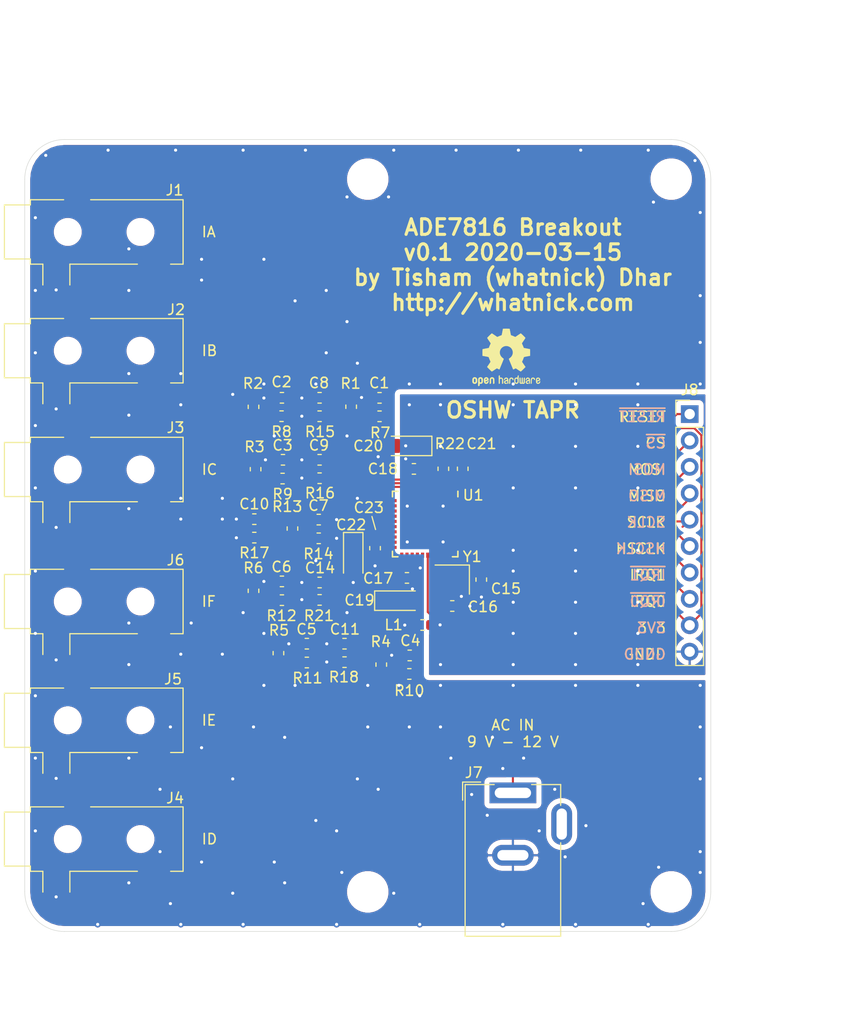
<source format=kicad_pcb>
(kicad_pcb (version 20171130) (host pcbnew "(5.1.5)-3")

  (general
    (thickness 1.6)
    (drawings 41)
    (tracks 562)
    (zones 0)
    (modules 57)
    (nets 53)
  )

  (page A4)
  (layers
    (0 F.Cu signal)
    (31 B.Cu signal)
    (32 B.Adhes user)
    (33 F.Adhes user)
    (34 B.Paste user)
    (35 F.Paste user)
    (36 B.SilkS user)
    (37 F.SilkS user)
    (38 B.Mask user)
    (39 F.Mask user)
    (40 Dwgs.User user)
    (41 Cmts.User user)
    (42 Eco1.User user)
    (43 Eco2.User user)
    (44 Edge.Cuts user)
    (45 Margin user)
    (46 B.CrtYd user hide)
    (47 F.CrtYd user)
    (48 B.Fab user hide)
    (49 F.Fab user hide)
  )

  (setup
    (last_trace_width 0.2)
    (user_trace_width 0.2)
    (user_trace_width 0.25)
    (trace_clearance 0.15)
    (zone_clearance 0.5)
    (zone_45_only no)
    (trace_min 0.15)
    (via_size 0.6)
    (via_drill 0.3)
    (via_min_size 0.4)
    (via_min_drill 0.3)
    (uvia_size 0.3)
    (uvia_drill 0.1)
    (uvias_allowed no)
    (uvia_min_size 0.2)
    (uvia_min_drill 0.1)
    (edge_width 0.05)
    (segment_width 0.2)
    (pcb_text_width 0.3)
    (pcb_text_size 1.5 1.5)
    (mod_edge_width 0.12)
    (mod_text_size 1 1)
    (mod_text_width 0.15)
    (pad_size 4 4)
    (pad_drill 3)
    (pad_to_mask_clearance 0.051)
    (solder_mask_min_width 0.25)
    (aux_axis_origin 0 0)
    (visible_elements 7FFFEFFF)
    (pcbplotparams
      (layerselection 0x010fc_ffffffff)
      (usegerberextensions false)
      (usegerberattributes false)
      (usegerberadvancedattributes false)
      (creategerberjobfile false)
      (excludeedgelayer true)
      (linewidth 0.100000)
      (plotframeref false)
      (viasonmask false)
      (mode 1)
      (useauxorigin false)
      (hpglpennumber 1)
      (hpglpenspeed 20)
      (hpglpendiameter 15.000000)
      (psnegative false)
      (psa4output false)
      (plotreference true)
      (plotvalue true)
      (plotinvisibletext false)
      (padsonsilk false)
      (subtractmaskfromsilk false)
      (outputformat 1)
      (mirror false)
      (drillshape 0)
      (scaleselection 1)
      (outputdirectory "gerbers"))
  )

  (net 0 "")
  (net 1 GNDA)
  (net 2 "Net-(J7-Pad1)")
  (net 3 GNDD)
  (net 4 /meter_module/CLKIN)
  (net 5 +3V3)
  (net 6 /meter_module/~IRQ0)
  (net 7 /meter_module/~IRQ1)
  (net 8 /meter_module/~CS)
  (net 9 /meter_module/MISO)
  (net 10 /meter_module/MOSI)
  (net 11 /meter_module/SCLK)
  (net 12 /meter_module/HSCLK)
  (net 13 /meter_module/~RESET)
  (net 14 "Net-(C22-Pad1)")
  (net 15 IAP)
  (net 16 IBP)
  (net 17 ICP)
  (net 18 IDP)
  (net 19 IEP)
  (net 20 IFP)
  (net 21 VP)
  (net 22 IAN)
  (net 23 IBN)
  (net 24 ICN)
  (net 25 IN)
  (net 26 VN)
  (net 27 /meter_module/AVDD)
  (net 28 /meter_module/DVDD)
  (net 29 /meter_module/CLKOUT)
  (net 30 "Net-(J1-Pad3)")
  (net 31 "Net-(J2-Pad3)")
  (net 32 "Net-(J3-Pad3)")
  (net 33 "Net-(J4-Pad3)")
  (net 34 "Net-(J5-Pad3)")
  (net 35 "Net-(J6-Pad3)")
  (net 36 "Net-(J7-Pad3)")
  (net 37 "Net-(U1-Pad40)")
  (net 38 "Net-(U1-Pad34)")
  (net 39 "Net-(U1-Pad33)")
  (net 40 "Net-(U1-Pad31)")
  (net 41 "Net-(U1-Pad30)")
  (net 42 "Net-(U1-Pad21)")
  (net 43 "Net-(U1-Pad20)")
  (net 44 "Net-(U1-Pad11)")
  (net 45 "Net-(U1-Pad10)")
  (net 46 "Net-(U1-Pad1)")
  (net 47 /analog_inputs/IA)
  (net 48 /analog_inputs/IB)
  (net 49 /analog_inputs/IC)
  (net 50 /analog_inputs/ID)
  (net 51 /analog_inputs/IE)
  (net 52 /analog_inputs/IF)

  (net_class Default "This is the default net class."
    (clearance 0.15)
    (trace_width 0.2)
    (via_dia 0.6)
    (via_drill 0.3)
    (uvia_dia 0.3)
    (uvia_drill 0.1)
    (add_net +3V3)
    (add_net /analog_inputs/IA)
    (add_net /analog_inputs/IB)
    (add_net /analog_inputs/IC)
    (add_net /analog_inputs/ID)
    (add_net /analog_inputs/IE)
    (add_net /analog_inputs/IF)
    (add_net /meter_module/AVDD)
    (add_net /meter_module/CLKIN)
    (add_net /meter_module/CLKOUT)
    (add_net /meter_module/DVDD)
    (add_net /meter_module/HSCLK)
    (add_net /meter_module/MISO)
    (add_net /meter_module/MOSI)
    (add_net /meter_module/SCLK)
    (add_net /meter_module/~CS)
    (add_net /meter_module/~IRQ0)
    (add_net /meter_module/~IRQ1)
    (add_net /meter_module/~RESET)
    (add_net GNDA)
    (add_net GNDD)
    (add_net IAN)
    (add_net IAP)
    (add_net IBN)
    (add_net IBP)
    (add_net ICN)
    (add_net ICP)
    (add_net IDP)
    (add_net IEP)
    (add_net IFP)
    (add_net IN)
    (add_net "Net-(C22-Pad1)")
    (add_net "Net-(J1-Pad3)")
    (add_net "Net-(J2-Pad3)")
    (add_net "Net-(J3-Pad3)")
    (add_net "Net-(J4-Pad3)")
    (add_net "Net-(J5-Pad3)")
    (add_net "Net-(J6-Pad3)")
    (add_net "Net-(J7-Pad1)")
    (add_net "Net-(J7-Pad3)")
    (add_net "Net-(U1-Pad1)")
    (add_net "Net-(U1-Pad10)")
    (add_net "Net-(U1-Pad11)")
    (add_net "Net-(U1-Pad20)")
    (add_net "Net-(U1-Pad21)")
    (add_net "Net-(U1-Pad30)")
    (add_net "Net-(U1-Pad31)")
    (add_net "Net-(U1-Pad33)")
    (add_net "Net-(U1-Pad34)")
    (add_net "Net-(U1-Pad40)")
    (add_net VN)
    (add_net VP)
  )

  (module Symbol:OSHW-Logo2_7.3x6mm_SilkScreen (layer F.Cu) (tedit 0) (tstamp 5E6E41CC)
    (at 140.335 51.435)
    (descr "Open Source Hardware Symbol")
    (tags "Logo Symbol OSHW")
    (path /5E6DF8A2)
    (attr virtual)
    (fp_text reference LOGO1 (at 0 0) (layer F.SilkS) hide
      (effects (font (size 1 1) (thickness 0.15)))
    )
    (fp_text value Logo_Open_Hardware_Small (at 0.75 0) (layer F.Fab) hide
      (effects (font (size 1 1) (thickness 0.15)))
    )
    (fp_poly (pts (xy 0.10391 -2.757652) (xy 0.182454 -2.757222) (xy 0.239298 -2.756058) (xy 0.278105 -2.753793)
      (xy 0.302538 -2.75006) (xy 0.316262 -2.744494) (xy 0.32294 -2.736727) (xy 0.326236 -2.726395)
      (xy 0.326556 -2.725057) (xy 0.331562 -2.700921) (xy 0.340829 -2.653299) (xy 0.353392 -2.587259)
      (xy 0.368287 -2.507872) (xy 0.384551 -2.420204) (xy 0.385119 -2.417125) (xy 0.40141 -2.331211)
      (xy 0.416652 -2.255304) (xy 0.429861 -2.193955) (xy 0.440054 -2.151718) (xy 0.446248 -2.133145)
      (xy 0.446543 -2.132816) (xy 0.464788 -2.123747) (xy 0.502405 -2.108633) (xy 0.551271 -2.090738)
      (xy 0.551543 -2.090642) (xy 0.613093 -2.067507) (xy 0.685657 -2.038035) (xy 0.754057 -2.008403)
      (xy 0.757294 -2.006938) (xy 0.868702 -1.956374) (xy 1.115399 -2.12484) (xy 1.191077 -2.176197)
      (xy 1.259631 -2.222111) (xy 1.317088 -2.25997) (xy 1.359476 -2.287163) (xy 1.382825 -2.301079)
      (xy 1.385042 -2.302111) (xy 1.40201 -2.297516) (xy 1.433701 -2.275345) (xy 1.481352 -2.234553)
      (xy 1.546198 -2.174095) (xy 1.612397 -2.109773) (xy 1.676214 -2.046388) (xy 1.733329 -1.988549)
      (xy 1.780305 -1.939825) (xy 1.813703 -1.90379) (xy 1.830085 -1.884016) (xy 1.830694 -1.882998)
      (xy 1.832505 -1.869428) (xy 1.825683 -1.847267) (xy 1.80854 -1.813522) (xy 1.779393 -1.7652)
      (xy 1.736555 -1.699308) (xy 1.679448 -1.614483) (xy 1.628766 -1.539823) (xy 1.583461 -1.47286)
      (xy 1.54615 -1.417484) (xy 1.519452 -1.37758) (xy 1.505985 -1.357038) (xy 1.505137 -1.355644)
      (xy 1.506781 -1.335962) (xy 1.519245 -1.297707) (xy 1.540048 -1.248111) (xy 1.547462 -1.232272)
      (xy 1.579814 -1.16171) (xy 1.614328 -1.081647) (xy 1.642365 -1.012371) (xy 1.662568 -0.960955)
      (xy 1.678615 -0.921881) (xy 1.687888 -0.901459) (xy 1.689041 -0.899886) (xy 1.706096 -0.897279)
      (xy 1.746298 -0.890137) (xy 1.804302 -0.879477) (xy 1.874763 -0.866315) (xy 1.952335 -0.851667)
      (xy 2.031672 -0.836551) (xy 2.107431 -0.821982) (xy 2.174264 -0.808978) (xy 2.226828 -0.798555)
      (xy 2.259776 -0.79173) (xy 2.267857 -0.789801) (xy 2.276205 -0.785038) (xy 2.282506 -0.774282)
      (xy 2.287045 -0.753902) (xy 2.290104 -0.720266) (xy 2.291967 -0.669745) (xy 2.292918 -0.598708)
      (xy 2.29324 -0.503524) (xy 2.293257 -0.464508) (xy 2.293257 -0.147201) (xy 2.217057 -0.132161)
      (xy 2.174663 -0.124005) (xy 2.1114 -0.112101) (xy 2.034962 -0.097884) (xy 1.953043 -0.08279)
      (xy 1.9304 -0.078645) (xy 1.854806 -0.063947) (xy 1.788953 -0.049495) (xy 1.738366 -0.036625)
      (xy 1.708574 -0.026678) (xy 1.703612 -0.023713) (xy 1.691426 -0.002717) (xy 1.673953 0.037967)
      (xy 1.654577 0.090322) (xy 1.650734 0.1016) (xy 1.625339 0.171523) (xy 1.593817 0.250418)
      (xy 1.562969 0.321266) (xy 1.562817 0.321595) (xy 1.511447 0.432733) (xy 1.680399 0.681253)
      (xy 1.849352 0.929772) (xy 1.632429 1.147058) (xy 1.566819 1.211726) (xy 1.506979 1.268733)
      (xy 1.456267 1.315033) (xy 1.418046 1.347584) (xy 1.395675 1.363343) (xy 1.392466 1.364343)
      (xy 1.373626 1.356469) (xy 1.33518 1.334578) (xy 1.28133 1.301267) (xy 1.216276 1.259131)
      (xy 1.14594 1.211943) (xy 1.074555 1.16381) (xy 1.010908 1.121928) (xy 0.959041 1.088871)
      (xy 0.922995 1.067218) (xy 0.906867 1.059543) (xy 0.887189 1.066037) (xy 0.849875 1.08315)
      (xy 0.802621 1.107326) (xy 0.797612 1.110013) (xy 0.733977 1.141927) (xy 0.690341 1.157579)
      (xy 0.663202 1.157745) (xy 0.649057 1.143204) (xy 0.648975 1.143) (xy 0.641905 1.125779)
      (xy 0.625042 1.084899) (xy 0.599695 1.023525) (xy 0.567171 0.944819) (xy 0.528778 0.851947)
      (xy 0.485822 0.748072) (xy 0.444222 0.647502) (xy 0.398504 0.536516) (xy 0.356526 0.433703)
      (xy 0.319548 0.342215) (xy 0.288827 0.265201) (xy 0.265622 0.205815) (xy 0.25119 0.167209)
      (xy 0.246743 0.1528) (xy 0.257896 0.136272) (xy 0.287069 0.10993) (xy 0.325971 0.080887)
      (xy 0.436757 -0.010961) (xy 0.523351 -0.116241) (xy 0.584716 -0.232734) (xy 0.619815 -0.358224)
      (xy 0.627608 -0.490493) (xy 0.621943 -0.551543) (xy 0.591078 -0.678205) (xy 0.53792 -0.790059)
      (xy 0.465767 -0.885999) (xy 0.377917 -0.964924) (xy 0.277665 -1.02573) (xy 0.16831 -1.067313)
      (xy 0.053147 -1.088572) (xy -0.064525 -1.088401) (xy -0.18141 -1.065699) (xy -0.294211 -1.019362)
      (xy -0.399631 -0.948287) (xy -0.443632 -0.908089) (xy -0.528021 -0.804871) (xy -0.586778 -0.692075)
      (xy -0.620296 -0.57299) (xy -0.628965 -0.450905) (xy -0.613177 -0.329107) (xy -0.573322 -0.210884)
      (xy -0.509793 -0.099525) (xy -0.422979 0.001684) (xy -0.325971 0.080887) (xy -0.285563 0.111162)
      (xy -0.257018 0.137219) (xy -0.246743 0.152825) (xy -0.252123 0.169843) (xy -0.267425 0.2105)
      (xy -0.291388 0.271642) (xy -0.322756 0.350119) (xy -0.360268 0.44278) (xy -0.402667 0.546472)
      (xy -0.444337 0.647526) (xy -0.49031 0.758607) (xy -0.532893 0.861541) (xy -0.570779 0.953165)
      (xy -0.60266 1.030316) (xy -0.627229 1.089831) (xy -0.64318 1.128544) (xy -0.64909 1.143)
      (xy -0.663052 1.157685) (xy -0.69006 1.157642) (xy -0.733587 1.142099) (xy -0.79711 1.110284)
      (xy -0.797612 1.110013) (xy -0.84544 1.085323) (xy -0.884103 1.067338) (xy -0.905905 1.059614)
      (xy -0.906867 1.059543) (xy -0.923279 1.067378) (xy -0.959513 1.089165) (xy -1.011526 1.122328)
      (xy -1.075275 1.164291) (xy -1.14594 1.211943) (xy -1.217884 1.260191) (xy -1.282726 1.302151)
      (xy -1.336265 1.335227) (xy -1.374303 1.356821) (xy -1.392467 1.364343) (xy -1.409192 1.354457)
      (xy -1.44282 1.326826) (xy -1.48999 1.284495) (xy -1.547342 1.230505) (xy -1.611516 1.167899)
      (xy -1.632503 1.146983) (xy -1.849501 0.929623) (xy -1.684332 0.68722) (xy -1.634136 0.612781)
      (xy -1.590081 0.545972) (xy -1.554638 0.490665) (xy -1.530281 0.450729) (xy -1.519478 0.430036)
      (xy -1.519162 0.428563) (xy -1.524857 0.409058) (xy -1.540174 0.369822) (xy -1.562463 0.31743)
      (xy -1.578107 0.282355) (xy -1.607359 0.215201) (xy -1.634906 0.147358) (xy -1.656263 0.090034)
      (xy -1.662065 0.072572) (xy -1.678548 0.025938) (xy -1.69466 -0.010095) (xy -1.70351 -0.023713)
      (xy -1.72304 -0.032048) (xy -1.765666 -0.043863) (xy -1.825855 -0.057819) (xy -1.898078 -0.072578)
      (xy -1.9304 -0.078645) (xy -2.012478 -0.093727) (xy -2.091205 -0.108331) (xy -2.158891 -0.12102)
      (xy -2.20784 -0.130358) (xy -2.217057 -0.132161) (xy -2.293257 -0.147201) (xy -2.293257 -0.464508)
      (xy -2.293086 -0.568846) (xy -2.292384 -0.647787) (xy -2.290866 -0.704962) (xy -2.288251 -0.744001)
      (xy -2.284254 -0.768535) (xy -2.278591 -0.782195) (xy -2.27098 -0.788611) (xy -2.267857 -0.789801)
      (xy -2.249022 -0.79402) (xy -2.207412 -0.802438) (xy -2.14837 -0.814039) (xy -2.077243 -0.827805)
      (xy -1.999375 -0.84272) (xy -1.920113 -0.857768) (xy -1.844802 -0.871931) (xy -1.778787 -0.884194)
      (xy -1.727413 -0.893539) (xy -1.696025 -0.89895) (xy -1.689041 -0.899886) (xy -1.682715 -0.912404)
      (xy -1.66871 -0.945754) (xy -1.649645 -0.993623) (xy -1.642366 -1.012371) (xy -1.613004 -1.084805)
      (xy -1.578429 -1.16483) (xy -1.547463 -1.232272) (xy -1.524677 -1.283841) (xy -1.509518 -1.326215)
      (xy -1.504458 -1.352166) (xy -1.505264 -1.355644) (xy -1.515959 -1.372064) (xy -1.54038 -1.408583)
      (xy -1.575905 -1.461313) (xy -1.619913 -1.526365) (xy -1.669783 -1.599849) (xy -1.679644 -1.614355)
      (xy -1.737508 -1.700296) (xy -1.780044 -1.765739) (xy -1.808946 -1.813696) (xy -1.82591 -1.84718)
      (xy -1.832633 -1.869205) (xy -1.83081 -1.882783) (xy -1.830764 -1.882869) (xy -1.816414 -1.900703)
      (xy -1.784677 -1.935183) (xy -1.73899 -1.982732) (xy -1.682796 -2.039778) (xy -1.619532 -2.102745)
      (xy -1.612398 -2.109773) (xy -1.53267 -2.18698) (xy -1.471143 -2.24367) (xy -1.426579 -2.28089)
      (xy -1.397743 -2.299685) (xy -1.385042 -2.302111) (xy -1.366506 -2.291529) (xy -1.328039 -2.267084)
      (xy -1.273614 -2.231388) (xy -1.207202 -2.187053) (xy -1.132775 -2.136689) (xy -1.115399 -2.12484)
      (xy -0.868703 -1.956374) (xy -0.757294 -2.006938) (xy -0.689543 -2.036405) (xy -0.616817 -2.066041)
      (xy -0.554297 -2.08967) (xy -0.551543 -2.090642) (xy -0.50264 -2.108543) (xy -0.464943 -2.12368)
      (xy -0.446575 -2.13279) (xy -0.446544 -2.132816) (xy -0.440715 -2.149283) (xy -0.430808 -2.189781)
      (xy -0.417805 -2.249758) (xy -0.402691 -2.32466) (xy -0.386448 -2.409936) (xy -0.385119 -2.417125)
      (xy -0.368825 -2.504986) (xy -0.353867 -2.58474) (xy -0.341209 -2.651319) (xy -0.331814 -2.699653)
      (xy -0.326646 -2.724675) (xy -0.326556 -2.725057) (xy -0.323411 -2.735701) (xy -0.317296 -2.743738)
      (xy -0.304547 -2.749533) (xy -0.2815 -2.753453) (xy -0.244491 -2.755865) (xy -0.189856 -2.757135)
      (xy -0.113933 -2.757629) (xy -0.013056 -2.757714) (xy 0 -2.757714) (xy 0.10391 -2.757652)) (layer F.SilkS) (width 0.01))
    (fp_poly (pts (xy 3.153595 1.966966) (xy 3.211021 2.004497) (xy 3.238719 2.038096) (xy 3.260662 2.099064)
      (xy 3.262405 2.147308) (xy 3.258457 2.211816) (xy 3.109686 2.276934) (xy 3.037349 2.310202)
      (xy 2.990084 2.336964) (xy 2.965507 2.360144) (xy 2.961237 2.382667) (xy 2.974889 2.407455)
      (xy 2.989943 2.423886) (xy 3.033746 2.450235) (xy 3.081389 2.452081) (xy 3.125145 2.431546)
      (xy 3.157289 2.390752) (xy 3.163038 2.376347) (xy 3.190576 2.331356) (xy 3.222258 2.312182)
      (xy 3.265714 2.295779) (xy 3.265714 2.357966) (xy 3.261872 2.400283) (xy 3.246823 2.435969)
      (xy 3.21528 2.476943) (xy 3.210592 2.482267) (xy 3.175506 2.51872) (xy 3.145347 2.538283)
      (xy 3.107615 2.547283) (xy 3.076335 2.55023) (xy 3.020385 2.550965) (xy 2.980555 2.54166)
      (xy 2.955708 2.527846) (xy 2.916656 2.497467) (xy 2.889625 2.464613) (xy 2.872517 2.423294)
      (xy 2.863238 2.367521) (xy 2.859693 2.291305) (xy 2.85941 2.252622) (xy 2.860372 2.206247)
      (xy 2.948007 2.206247) (xy 2.949023 2.231126) (xy 2.951556 2.2352) (xy 2.968274 2.229665)
      (xy 3.004249 2.215017) (xy 3.052331 2.19419) (xy 3.062386 2.189714) (xy 3.123152 2.158814)
      (xy 3.156632 2.131657) (xy 3.16399 2.10622) (xy 3.146391 2.080481) (xy 3.131856 2.069109)
      (xy 3.07941 2.046364) (xy 3.030322 2.050122) (xy 2.989227 2.077884) (xy 2.960758 2.127152)
      (xy 2.951631 2.166257) (xy 2.948007 2.206247) (xy 2.860372 2.206247) (xy 2.861285 2.162249)
      (xy 2.868196 2.095384) (xy 2.881884 2.046695) (xy 2.904096 2.010849) (xy 2.936574 1.982513)
      (xy 2.950733 1.973355) (xy 3.015053 1.949507) (xy 3.085473 1.948006) (xy 3.153595 1.966966)) (layer F.SilkS) (width 0.01))
    (fp_poly (pts (xy 2.6526 1.958752) (xy 2.669948 1.966334) (xy 2.711356 1.999128) (xy 2.746765 2.046547)
      (xy 2.768664 2.097151) (xy 2.772229 2.122098) (xy 2.760279 2.156927) (xy 2.734067 2.175357)
      (xy 2.705964 2.186516) (xy 2.693095 2.188572) (xy 2.686829 2.173649) (xy 2.674456 2.141175)
      (xy 2.669028 2.126502) (xy 2.63859 2.075744) (xy 2.59452 2.050427) (xy 2.53801 2.051206)
      (xy 2.533825 2.052203) (xy 2.503655 2.066507) (xy 2.481476 2.094393) (xy 2.466327 2.139287)
      (xy 2.45725 2.204615) (xy 2.453286 2.293804) (xy 2.452914 2.341261) (xy 2.45273 2.416071)
      (xy 2.451522 2.467069) (xy 2.448309 2.499471) (xy 2.442109 2.518495) (xy 2.43194 2.529356)
      (xy 2.416819 2.537272) (xy 2.415946 2.53767) (xy 2.386828 2.549981) (xy 2.372403 2.554514)
      (xy 2.370186 2.540809) (xy 2.368289 2.502925) (xy 2.366847 2.445715) (xy 2.365998 2.374027)
      (xy 2.365829 2.321565) (xy 2.366692 2.220047) (xy 2.37007 2.143032) (xy 2.377142 2.086023)
      (xy 2.389088 2.044526) (xy 2.40709 2.014043) (xy 2.432327 1.99008) (xy 2.457247 1.973355)
      (xy 2.517171 1.951097) (xy 2.586911 1.946076) (xy 2.6526 1.958752)) (layer F.SilkS) (width 0.01))
    (fp_poly (pts (xy 2.144876 1.956335) (xy 2.186667 1.975344) (xy 2.219469 1.998378) (xy 2.243503 2.024133)
      (xy 2.260097 2.057358) (xy 2.270577 2.1028) (xy 2.276271 2.165207) (xy 2.278507 2.249327)
      (xy 2.278743 2.304721) (xy 2.278743 2.520826) (xy 2.241774 2.53767) (xy 2.212656 2.549981)
      (xy 2.198231 2.554514) (xy 2.195472 2.541025) (xy 2.193282 2.504653) (xy 2.191942 2.451542)
      (xy 2.191657 2.409372) (xy 2.190434 2.348447) (xy 2.187136 2.300115) (xy 2.182321 2.270518)
      (xy 2.178496 2.264229) (xy 2.152783 2.270652) (xy 2.112418 2.287125) (xy 2.065679 2.309458)
      (xy 2.020845 2.333457) (xy 1.986193 2.35493) (xy 1.970002 2.369685) (xy 1.969938 2.369845)
      (xy 1.97133 2.397152) (xy 1.983818 2.423219) (xy 2.005743 2.444392) (xy 2.037743 2.451474)
      (xy 2.065092 2.450649) (xy 2.103826 2.450042) (xy 2.124158 2.459116) (xy 2.136369 2.483092)
      (xy 2.137909 2.487613) (xy 2.143203 2.521806) (xy 2.129047 2.542568) (xy 2.092148 2.552462)
      (xy 2.052289 2.554292) (xy 1.980562 2.540727) (xy 1.943432 2.521355) (xy 1.897576 2.475845)
      (xy 1.873256 2.419983) (xy 1.871073 2.360957) (xy 1.891629 2.305953) (xy 1.922549 2.271486)
      (xy 1.95342 2.252189) (xy 2.001942 2.227759) (xy 2.058485 2.202985) (xy 2.06791 2.199199)
      (xy 2.130019 2.171791) (xy 2.165822 2.147634) (xy 2.177337 2.123619) (xy 2.16658 2.096635)
      (xy 2.148114 2.075543) (xy 2.104469 2.049572) (xy 2.056446 2.047624) (xy 2.012406 2.067637)
      (xy 1.980709 2.107551) (xy 1.976549 2.117848) (xy 1.952327 2.155724) (xy 1.916965 2.183842)
      (xy 1.872343 2.206917) (xy 1.872343 2.141485) (xy 1.874969 2.101506) (xy 1.88623 2.069997)
      (xy 1.911199 2.036378) (xy 1.935169 2.010484) (xy 1.972441 1.973817) (xy 2.001401 1.954121)
      (xy 2.032505 1.94622) (xy 2.067713 1.944914) (xy 2.144876 1.956335)) (layer F.SilkS) (width 0.01))
    (fp_poly (pts (xy 1.779833 1.958663) (xy 1.782048 1.99685) (xy 1.783784 2.054886) (xy 1.784899 2.12818)
      (xy 1.785257 2.205055) (xy 1.785257 2.465196) (xy 1.739326 2.511127) (xy 1.707675 2.539429)
      (xy 1.67989 2.550893) (xy 1.641915 2.550168) (xy 1.62684 2.548321) (xy 1.579726 2.542948)
      (xy 1.540756 2.539869) (xy 1.531257 2.539585) (xy 1.499233 2.541445) (xy 1.453432 2.546114)
      (xy 1.435674 2.548321) (xy 1.392057 2.551735) (xy 1.362745 2.54432) (xy 1.33368 2.521427)
      (xy 1.323188 2.511127) (xy 1.277257 2.465196) (xy 1.277257 1.978602) (xy 1.314226 1.961758)
      (xy 1.346059 1.949282) (xy 1.364683 1.944914) (xy 1.369458 1.958718) (xy 1.373921 1.997286)
      (xy 1.377775 2.056356) (xy 1.380722 2.131663) (xy 1.382143 2.195286) (xy 1.386114 2.445657)
      (xy 1.420759 2.450556) (xy 1.452268 2.447131) (xy 1.467708 2.436041) (xy 1.472023 2.415308)
      (xy 1.475708 2.371145) (xy 1.478469 2.309146) (xy 1.480012 2.234909) (xy 1.480235 2.196706)
      (xy 1.480457 1.976783) (xy 1.526166 1.960849) (xy 1.558518 1.950015) (xy 1.576115 1.944962)
      (xy 1.576623 1.944914) (xy 1.578388 1.958648) (xy 1.580329 1.99673) (xy 1.582282 2.054482)
      (xy 1.584084 2.127227) (xy 1.585343 2.195286) (xy 1.589314 2.445657) (xy 1.6764 2.445657)
      (xy 1.680396 2.21724) (xy 1.684392 1.988822) (xy 1.726847 1.966868) (xy 1.758192 1.951793)
      (xy 1.776744 1.944951) (xy 1.777279 1.944914) (xy 1.779833 1.958663)) (layer F.SilkS) (width 0.01))
    (fp_poly (pts (xy 1.190117 2.065358) (xy 1.189933 2.173837) (xy 1.189219 2.257287) (xy 1.187675 2.319704)
      (xy 1.185001 2.365085) (xy 1.180894 2.397429) (xy 1.175055 2.420733) (xy 1.167182 2.438995)
      (xy 1.161221 2.449418) (xy 1.111855 2.505945) (xy 1.049264 2.541377) (xy 0.980013 2.55409)
      (xy 0.910668 2.542463) (xy 0.869375 2.521568) (xy 0.826025 2.485422) (xy 0.796481 2.441276)
      (xy 0.778655 2.383462) (xy 0.770463 2.306313) (xy 0.769302 2.249714) (xy 0.769458 2.245647)
      (xy 0.870857 2.245647) (xy 0.871476 2.31055) (xy 0.874314 2.353514) (xy 0.88084 2.381622)
      (xy 0.892523 2.401953) (xy 0.906483 2.417288) (xy 0.953365 2.44689) (xy 1.003701 2.449419)
      (xy 1.051276 2.424705) (xy 1.054979 2.421356) (xy 1.070783 2.403935) (xy 1.080693 2.383209)
      (xy 1.086058 2.352362) (xy 1.088228 2.304577) (xy 1.088571 2.251748) (xy 1.087827 2.185381)
      (xy 1.084748 2.141106) (xy 1.078061 2.112009) (xy 1.066496 2.091173) (xy 1.057013 2.080107)
      (xy 1.01296 2.052198) (xy 0.962224 2.048843) (xy 0.913796 2.070159) (xy 0.90445 2.078073)
      (xy 0.88854 2.095647) (xy 0.87861 2.116587) (xy 0.873278 2.147782) (xy 0.871163 2.196122)
      (xy 0.870857 2.245647) (xy 0.769458 2.245647) (xy 0.77281 2.158568) (xy 0.784726 2.090086)
      (xy 0.807135 2.0386) (xy 0.842124 1.998443) (xy 0.869375 1.977861) (xy 0.918907 1.955625)
      (xy 0.976316 1.945304) (xy 1.029682 1.948067) (xy 1.059543 1.959212) (xy 1.071261 1.962383)
      (xy 1.079037 1.950557) (xy 1.084465 1.918866) (xy 1.088571 1.870593) (xy 1.093067 1.816829)
      (xy 1.099313 1.784482) (xy 1.110676 1.765985) (xy 1.130528 1.75377) (xy 1.143 1.748362)
      (xy 1.190171 1.728601) (xy 1.190117 2.065358)) (layer F.SilkS) (width 0.01))
    (fp_poly (pts (xy 0.529926 1.949755) (xy 0.595858 1.974084) (xy 0.649273 2.017117) (xy 0.670164 2.047409)
      (xy 0.692939 2.102994) (xy 0.692466 2.143186) (xy 0.668562 2.170217) (xy 0.659717 2.174813)
      (xy 0.62153 2.189144) (xy 0.602028 2.185472) (xy 0.595422 2.161407) (xy 0.595086 2.148114)
      (xy 0.582992 2.09921) (xy 0.551471 2.064999) (xy 0.507659 2.048476) (xy 0.458695 2.052634)
      (xy 0.418894 2.074227) (xy 0.40545 2.086544) (xy 0.395921 2.101487) (xy 0.389485 2.124075)
      (xy 0.385317 2.159328) (xy 0.382597 2.212266) (xy 0.380502 2.287907) (xy 0.37996 2.311857)
      (xy 0.377981 2.39379) (xy 0.375731 2.451455) (xy 0.372357 2.489608) (xy 0.367006 2.513004)
      (xy 0.358824 2.526398) (xy 0.346959 2.534545) (xy 0.339362 2.538144) (xy 0.307102 2.550452)
      (xy 0.288111 2.554514) (xy 0.281836 2.540948) (xy 0.278006 2.499934) (xy 0.2766 2.430999)
      (xy 0.277598 2.333669) (xy 0.277908 2.318657) (xy 0.280101 2.229859) (xy 0.282693 2.165019)
      (xy 0.286382 2.119067) (xy 0.291864 2.086935) (xy 0.299835 2.063553) (xy 0.310993 2.043852)
      (xy 0.31683 2.03541) (xy 0.350296 1.998057) (xy 0.387727 1.969003) (xy 0.392309 1.966467)
      (xy 0.459426 1.946443) (xy 0.529926 1.949755)) (layer F.SilkS) (width 0.01))
    (fp_poly (pts (xy 0.039744 1.950968) (xy 0.096616 1.972087) (xy 0.097267 1.972493) (xy 0.13244 1.99838)
      (xy 0.158407 2.028633) (xy 0.17667 2.068058) (xy 0.188732 2.121462) (xy 0.196096 2.193651)
      (xy 0.200264 2.289432) (xy 0.200629 2.303078) (xy 0.205876 2.508842) (xy 0.161716 2.531678)
      (xy 0.129763 2.54711) (xy 0.11047 2.554423) (xy 0.109578 2.554514) (xy 0.106239 2.541022)
      (xy 0.103587 2.504626) (xy 0.101956 2.451452) (xy 0.1016 2.408393) (xy 0.101592 2.338641)
      (xy 0.098403 2.294837) (xy 0.087288 2.273944) (xy 0.063501 2.272925) (xy 0.022296 2.288741)
      (xy -0.039914 2.317815) (xy -0.085659 2.341963) (xy -0.109187 2.362913) (xy -0.116104 2.385747)
      (xy -0.116114 2.386877) (xy -0.104701 2.426212) (xy -0.070908 2.447462) (xy -0.019191 2.450539)
      (xy 0.018061 2.450006) (xy 0.037703 2.460735) (xy 0.049952 2.486505) (xy 0.057002 2.519337)
      (xy 0.046842 2.537966) (xy 0.043017 2.540632) (xy 0.007001 2.55134) (xy -0.043434 2.552856)
      (xy -0.095374 2.545759) (xy -0.132178 2.532788) (xy -0.183062 2.489585) (xy -0.211986 2.429446)
      (xy -0.217714 2.382462) (xy -0.213343 2.340082) (xy -0.197525 2.305488) (xy -0.166203 2.274763)
      (xy -0.115322 2.24399) (xy -0.040824 2.209252) (xy -0.036286 2.207288) (xy 0.030821 2.176287)
      (xy 0.072232 2.150862) (xy 0.089981 2.128014) (xy 0.086107 2.104745) (xy 0.062643 2.078056)
      (xy 0.055627 2.071914) (xy 0.00863 2.0481) (xy -0.040067 2.049103) (xy -0.082478 2.072451)
      (xy -0.110616 2.115675) (xy -0.113231 2.12416) (xy -0.138692 2.165308) (xy -0.170999 2.185128)
      (xy -0.217714 2.20477) (xy -0.217714 2.15395) (xy -0.203504 2.080082) (xy -0.161325 2.012327)
      (xy -0.139376 1.989661) (xy -0.089483 1.960569) (xy -0.026033 1.9474) (xy 0.039744 1.950968)) (layer F.SilkS) (width 0.01))
    (fp_poly (pts (xy -0.624114 1.851289) (xy -0.619861 1.910613) (xy -0.614975 1.945572) (xy -0.608205 1.96082)
      (xy -0.598298 1.961015) (xy -0.595086 1.959195) (xy -0.552356 1.946015) (xy -0.496773 1.946785)
      (xy -0.440263 1.960333) (xy -0.404918 1.977861) (xy -0.368679 2.005861) (xy -0.342187 2.037549)
      (xy -0.324001 2.077813) (xy -0.312678 2.131543) (xy -0.306778 2.203626) (xy -0.304857 2.298951)
      (xy -0.304823 2.317237) (xy -0.3048 2.522646) (xy -0.350509 2.53858) (xy -0.382973 2.54942)
      (xy -0.400785 2.554468) (xy -0.401309 2.554514) (xy -0.403063 2.540828) (xy -0.404556 2.503076)
      (xy -0.405674 2.446224) (xy -0.406303 2.375234) (xy -0.4064 2.332073) (xy -0.406602 2.246973)
      (xy -0.407642 2.185981) (xy -0.410169 2.144177) (xy -0.414836 2.116642) (xy -0.422293 2.098456)
      (xy -0.433189 2.084698) (xy -0.439993 2.078073) (xy -0.486728 2.051375) (xy -0.537728 2.049375)
      (xy -0.583999 2.071955) (xy -0.592556 2.080107) (xy -0.605107 2.095436) (xy -0.613812 2.113618)
      (xy -0.619369 2.139909) (xy -0.622474 2.179562) (xy -0.623824 2.237832) (xy -0.624114 2.318173)
      (xy -0.624114 2.522646) (xy -0.669823 2.53858) (xy -0.702287 2.54942) (xy -0.720099 2.554468)
      (xy -0.720623 2.554514) (xy -0.721963 2.540623) (xy -0.723172 2.501439) (xy -0.724199 2.4407)
      (xy -0.724998 2.362141) (xy -0.725519 2.269498) (xy -0.725714 2.166509) (xy -0.725714 1.769342)
      (xy -0.678543 1.749444) (xy -0.631371 1.729547) (xy -0.624114 1.851289)) (layer F.SilkS) (width 0.01))
    (fp_poly (pts (xy -1.831697 1.931239) (xy -1.774473 1.969735) (xy -1.730251 2.025335) (xy -1.703833 2.096086)
      (xy -1.69849 2.148162) (xy -1.699097 2.169893) (xy -1.704178 2.186531) (xy -1.718145 2.201437)
      (xy -1.745411 2.217973) (xy -1.790388 2.239498) (xy -1.857489 2.269374) (xy -1.857829 2.269524)
      (xy -1.919593 2.297813) (xy -1.970241 2.322933) (xy -2.004596 2.342179) (xy -2.017482 2.352848)
      (xy -2.017486 2.352934) (xy -2.006128 2.376166) (xy -1.979569 2.401774) (xy -1.949077 2.420221)
      (xy -1.93363 2.423886) (xy -1.891485 2.411212) (xy -1.855192 2.379471) (xy -1.837483 2.344572)
      (xy -1.820448 2.318845) (xy -1.787078 2.289546) (xy -1.747851 2.264235) (xy -1.713244 2.250471)
      (xy -1.706007 2.249714) (xy -1.697861 2.26216) (xy -1.69737 2.293972) (xy -1.703357 2.336866)
      (xy -1.714643 2.382558) (xy -1.73005 2.422761) (xy -1.730829 2.424322) (xy -1.777196 2.489062)
      (xy -1.837289 2.533097) (xy -1.905535 2.554711) (xy -1.976362 2.552185) (xy -2.044196 2.523804)
      (xy -2.047212 2.521808) (xy -2.100573 2.473448) (xy -2.13566 2.410352) (xy -2.155078 2.327387)
      (xy -2.157684 2.304078) (xy -2.162299 2.194055) (xy -2.156767 2.142748) (xy -2.017486 2.142748)
      (xy -2.015676 2.174753) (xy -2.005778 2.184093) (xy -1.981102 2.177105) (xy -1.942205 2.160587)
      (xy -1.898725 2.139881) (xy -1.897644 2.139333) (xy -1.860791 2.119949) (xy -1.846 2.107013)
      (xy -1.849647 2.093451) (xy -1.865005 2.075632) (xy -1.904077 2.049845) (xy -1.946154 2.04795)
      (xy -1.983897 2.066717) (xy -2.009966 2.102915) (xy -2.017486 2.142748) (xy -2.156767 2.142748)
      (xy -2.152806 2.106027) (xy -2.12845 2.036212) (xy -2.094544 1.987302) (xy -2.033347 1.937878)
      (xy -1.965937 1.913359) (xy -1.89712 1.911797) (xy -1.831697 1.931239)) (layer F.SilkS) (width 0.01))
    (fp_poly (pts (xy -2.958885 1.921962) (xy -2.890855 1.957733) (xy -2.840649 2.015301) (xy -2.822815 2.052312)
      (xy -2.808937 2.107882) (xy -2.801833 2.178096) (xy -2.80116 2.254727) (xy -2.806573 2.329552)
      (xy -2.81773 2.394342) (xy -2.834286 2.440873) (xy -2.839374 2.448887) (xy -2.899645 2.508707)
      (xy -2.971231 2.544535) (xy -3.048908 2.55502) (xy -3.127452 2.53881) (xy -3.149311 2.529092)
      (xy -3.191878 2.499143) (xy -3.229237 2.459433) (xy -3.232768 2.454397) (xy -3.247119 2.430124)
      (xy -3.256606 2.404178) (xy -3.26221 2.370022) (xy -3.264914 2.321119) (xy -3.265701 2.250935)
      (xy -3.265714 2.2352) (xy -3.265678 2.230192) (xy -3.120571 2.230192) (xy -3.119727 2.29643)
      (xy -3.116404 2.340386) (xy -3.109417 2.368779) (xy -3.097584 2.388325) (xy -3.091543 2.394857)
      (xy -3.056814 2.41968) (xy -3.023097 2.418548) (xy -2.989005 2.397016) (xy -2.968671 2.374029)
      (xy -2.956629 2.340478) (xy -2.949866 2.287569) (xy -2.949402 2.281399) (xy -2.948248 2.185513)
      (xy -2.960312 2.114299) (xy -2.98543 2.068194) (xy -3.02344 2.047635) (xy -3.037008 2.046514)
      (xy -3.072636 2.052152) (xy -3.097006 2.071686) (xy -3.111907 2.109042) (xy -3.119125 2.16815)
      (xy -3.120571 2.230192) (xy -3.265678 2.230192) (xy -3.265174 2.160413) (xy -3.262904 2.108159)
      (xy -3.257932 2.071949) (xy -3.249287 2.045299) (xy -3.235995 2.021722) (xy -3.233057 2.017338)
      (xy -3.183687 1.958249) (xy -3.129891 1.923947) (xy -3.064398 1.910331) (xy -3.042158 1.909665)
      (xy -2.958885 1.921962)) (layer F.SilkS) (width 0.01))
    (fp_poly (pts (xy -1.283907 1.92778) (xy -1.237328 1.954723) (xy -1.204943 1.981466) (xy -1.181258 2.009484)
      (xy -1.164941 2.043748) (xy -1.154661 2.089227) (xy -1.149086 2.150892) (xy -1.146884 2.233711)
      (xy -1.146629 2.293246) (xy -1.146629 2.512391) (xy -1.208314 2.540044) (xy -1.27 2.567697)
      (xy -1.277257 2.32767) (xy -1.280256 2.238028) (xy -1.283402 2.172962) (xy -1.287299 2.128026)
      (xy -1.292553 2.09877) (xy -1.299769 2.080748) (xy -1.30955 2.069511) (xy -1.312688 2.067079)
      (xy -1.360239 2.048083) (xy -1.408303 2.0556) (xy -1.436914 2.075543) (xy -1.448553 2.089675)
      (xy -1.456609 2.10822) (xy -1.461729 2.136334) (xy -1.464559 2.179173) (xy -1.465744 2.241895)
      (xy -1.465943 2.307261) (xy -1.465982 2.389268) (xy -1.467386 2.447316) (xy -1.472086 2.486465)
      (xy -1.482013 2.51178) (xy -1.499097 2.528323) (xy -1.525268 2.541156) (xy -1.560225 2.554491)
      (xy -1.598404 2.569007) (xy -1.593859 2.311389) (xy -1.592029 2.218519) (xy -1.589888 2.149889)
      (xy -1.586819 2.100711) (xy -1.582206 2.066198) (xy -1.575432 2.041562) (xy -1.565881 2.022016)
      (xy -1.554366 2.00477) (xy -1.49881 1.94968) (xy -1.43102 1.917822) (xy -1.357287 1.910191)
      (xy -1.283907 1.92778)) (layer F.SilkS) (width 0.01))
    (fp_poly (pts (xy -2.400256 1.919918) (xy -2.344799 1.947568) (xy -2.295852 1.99848) (xy -2.282371 2.017338)
      (xy -2.267686 2.042015) (xy -2.258158 2.068816) (xy -2.252707 2.104587) (xy -2.250253 2.156169)
      (xy -2.249714 2.224267) (xy -2.252148 2.317588) (xy -2.260606 2.387657) (xy -2.276826 2.439931)
      (xy -2.302546 2.479869) (xy -2.339503 2.512929) (xy -2.342218 2.514886) (xy -2.37864 2.534908)
      (xy -2.422498 2.544815) (xy -2.478276 2.547257) (xy -2.568952 2.547257) (xy -2.56899 2.635283)
      (xy -2.569834 2.684308) (xy -2.574976 2.713065) (xy -2.588413 2.730311) (xy -2.614142 2.744808)
      (xy -2.620321 2.747769) (xy -2.649236 2.761648) (xy -2.671624 2.770414) (xy -2.688271 2.771171)
      (xy -2.699964 2.761023) (xy -2.70749 2.737073) (xy -2.711634 2.696426) (xy -2.713185 2.636186)
      (xy -2.712929 2.553455) (xy -2.711651 2.445339) (xy -2.711252 2.413) (xy -2.709815 2.301524)
      (xy -2.708528 2.228603) (xy -2.569029 2.228603) (xy -2.568245 2.290499) (xy -2.56476 2.330997)
      (xy -2.556876 2.357708) (xy -2.542895 2.378244) (xy -2.533403 2.38826) (xy -2.494596 2.417567)
      (xy -2.460237 2.419952) (xy -2.424784 2.39575) (xy -2.423886 2.394857) (xy -2.409461 2.376153)
      (xy -2.400687 2.350732) (xy -2.396261 2.311584) (xy -2.394882 2.251697) (xy -2.394857 2.23843)
      (xy -2.398188 2.155901) (xy -2.409031 2.098691) (xy -2.42866 2.063766) (xy -2.45835 2.048094)
      (xy -2.475509 2.046514) (xy -2.516234 2.053926) (xy -2.544168 2.07833) (xy -2.560983 2.12298)
      (xy -2.56835 2.19113) (xy -2.569029 2.228603) (xy -2.708528 2.228603) (xy -2.708292 2.215245)
      (xy -2.706323 2.150333) (xy -2.70355 2.102958) (xy -2.699612 2.06929) (xy -2.694151 2.045498)
      (xy -2.686808 2.027753) (xy -2.677223 2.012224) (xy -2.673113 2.006381) (xy -2.618595 1.951185)
      (xy -2.549664 1.91989) (xy -2.469928 1.911165) (xy -2.400256 1.919918)) (layer F.SilkS) (width 0.01))
  )

  (module Housings_DFN_QFN:QFN-40-1EP_6x6mm_Pitch0.5mm (layer F.Cu) (tedit 54130A77) (tstamp 5E6AB964)
    (at 132.525 67.475 270)
    (descr "40-Lead Plastic Quad Flat, No Lead Package (ML) - 6x6x0.9mm Body [QFN]; (see Microchip Packaging Specification 00000049BS.pdf)")
    (tags "QFN 0.5")
    (path /5E4CDB34/5E4CE5B1)
    (attr smd)
    (fp_text reference U1 (at -2.775 -4.625 180) (layer F.SilkS)
      (effects (font (size 1 1) (thickness 0.15)))
    )
    (fp_text value ADE7816ACPZ (at 0 4.25 90) (layer F.Fab)
      (effects (font (size 1 1) (thickness 0.15)))
    )
    (fp_line (start 3.15 -3.15) (end 2.625 -3.15) (layer F.SilkS) (width 0.15))
    (fp_line (start 3.15 3.15) (end 2.625 3.15) (layer F.SilkS) (width 0.15))
    (fp_line (start -3.15 3.15) (end -2.625 3.15) (layer F.SilkS) (width 0.15))
    (fp_line (start -3.15 -3.15) (end -2.625 -3.15) (layer F.SilkS) (width 0.15))
    (fp_line (start 3.15 3.15) (end 3.15 2.625) (layer F.SilkS) (width 0.15))
    (fp_line (start -3.15 3.15) (end -3.15 2.625) (layer F.SilkS) (width 0.15))
    (fp_line (start 3.15 -3.15) (end 3.15 -2.625) (layer F.SilkS) (width 0.15))
    (fp_line (start -3.5 3.5) (end 3.5 3.5) (layer F.CrtYd) (width 0.05))
    (fp_line (start -3.5 -3.5) (end 3.5 -3.5) (layer F.CrtYd) (width 0.05))
    (fp_line (start 3.5 -3.5) (end 3.5 3.5) (layer F.CrtYd) (width 0.05))
    (fp_line (start -3.5 -3.5) (end -3.5 3.5) (layer F.CrtYd) (width 0.05))
    (fp_line (start -3 -2) (end -2 -3) (layer F.Fab) (width 0.15))
    (fp_line (start -3 3) (end -3 -2) (layer F.Fab) (width 0.15))
    (fp_line (start 3 3) (end -3 3) (layer F.Fab) (width 0.15))
    (fp_line (start 3 -3) (end 3 3) (layer F.Fab) (width 0.15))
    (fp_line (start -2 -3) (end 3 -3) (layer F.Fab) (width 0.15))
    (pad 41 smd rect (at -1.725 -1.725 270) (size 1.15 1.15) (layers F.Cu F.Paste F.Mask)
      (net 3 GNDD) (solder_paste_margin_ratio -0.2))
    (pad 41 smd rect (at -1.725 -0.575 270) (size 1.15 1.15) (layers F.Cu F.Paste F.Mask)
      (net 3 GNDD) (solder_paste_margin_ratio -0.2))
    (pad 41 smd rect (at -1.725 0.575 270) (size 1.15 1.15) (layers F.Cu F.Paste F.Mask)
      (net 3 GNDD) (solder_paste_margin_ratio -0.2))
    (pad 41 smd rect (at -1.725 1.725 270) (size 1.15 1.15) (layers F.Cu F.Paste F.Mask)
      (net 3 GNDD) (solder_paste_margin_ratio -0.2))
    (pad 41 smd rect (at -0.575 -1.725 270) (size 1.15 1.15) (layers F.Cu F.Paste F.Mask)
      (net 3 GNDD) (solder_paste_margin_ratio -0.2))
    (pad 41 smd rect (at -0.575 -0.575 270) (size 1.15 1.15) (layers F.Cu F.Paste F.Mask)
      (net 3 GNDD) (solder_paste_margin_ratio -0.2))
    (pad 41 smd rect (at -0.575 0.575 270) (size 1.15 1.15) (layers F.Cu F.Paste F.Mask)
      (net 3 GNDD) (solder_paste_margin_ratio -0.2))
    (pad 41 smd rect (at -0.575 1.725 270) (size 1.15 1.15) (layers F.Cu F.Paste F.Mask)
      (net 3 GNDD) (solder_paste_margin_ratio -0.2))
    (pad 41 smd rect (at 0.575 -1.725 270) (size 1.15 1.15) (layers F.Cu F.Paste F.Mask)
      (net 3 GNDD) (solder_paste_margin_ratio -0.2))
    (pad 41 smd rect (at 0.575 -0.575 270) (size 1.15 1.15) (layers F.Cu F.Paste F.Mask)
      (net 3 GNDD) (solder_paste_margin_ratio -0.2))
    (pad 41 smd rect (at 0.575 0.575 270) (size 1.15 1.15) (layers F.Cu F.Paste F.Mask)
      (net 3 GNDD) (solder_paste_margin_ratio -0.2))
    (pad 41 smd rect (at 0.575 1.725 270) (size 1.15 1.15) (layers F.Cu F.Paste F.Mask)
      (net 3 GNDD) (solder_paste_margin_ratio -0.2))
    (pad 41 smd rect (at 1.725 -1.725 270) (size 1.15 1.15) (layers F.Cu F.Paste F.Mask)
      (net 3 GNDD) (solder_paste_margin_ratio -0.2))
    (pad 41 smd rect (at 1.725 -0.575 270) (size 1.15 1.15) (layers F.Cu F.Paste F.Mask)
      (net 3 GNDD) (solder_paste_margin_ratio -0.2))
    (pad 41 smd rect (at 1.725 0.575 270) (size 1.15 1.15) (layers F.Cu F.Paste F.Mask)
      (net 3 GNDD) (solder_paste_margin_ratio -0.2))
    (pad 41 smd rect (at 1.725 1.725 270) (size 1.15 1.15) (layers F.Cu F.Paste F.Mask)
      (net 3 GNDD) (solder_paste_margin_ratio -0.2))
    (pad 40 smd rect (at -2.25 -3) (size 0.5 0.3) (layers F.Cu F.Paste F.Mask)
      (net 37 "Net-(U1-Pad40)"))
    (pad 39 smd rect (at -1.75 -3) (size 0.5 0.3) (layers F.Cu F.Paste F.Mask)
      (net 8 /meter_module/~CS))
    (pad 38 smd rect (at -1.25 -3) (size 0.5 0.3) (layers F.Cu F.Paste F.Mask)
      (net 10 /meter_module/MOSI))
    (pad 37 smd rect (at -0.75 -3) (size 0.5 0.3) (layers F.Cu F.Paste F.Mask)
      (net 9 /meter_module/MISO))
    (pad 36 smd rect (at -0.25 -3) (size 0.5 0.3) (layers F.Cu F.Paste F.Mask)
      (net 11 /meter_module/SCLK))
    (pad 35 smd rect (at 0.25 -3) (size 0.5 0.3) (layers F.Cu F.Paste F.Mask)
      (net 12 /meter_module/HSCLK))
    (pad 34 smd rect (at 0.75 -3) (size 0.5 0.3) (layers F.Cu F.Paste F.Mask)
      (net 38 "Net-(U1-Pad34)"))
    (pad 33 smd rect (at 1.25 -3) (size 0.5 0.3) (layers F.Cu F.Paste F.Mask)
      (net 39 "Net-(U1-Pad33)"))
    (pad 32 smd rect (at 1.75 -3) (size 0.5 0.3) (layers F.Cu F.Paste F.Mask)
      (net 7 /meter_module/~IRQ1))
    (pad 31 smd rect (at 2.25 -3) (size 0.5 0.3) (layers F.Cu F.Paste F.Mask)
      (net 40 "Net-(U1-Pad31)"))
    (pad 30 smd rect (at 3 -2.25 270) (size 0.5 0.3) (layers F.Cu F.Paste F.Mask)
      (net 41 "Net-(U1-Pad30)"))
    (pad 29 smd rect (at 3 -1.75 270) (size 0.5 0.3) (layers F.Cu F.Paste F.Mask)
      (net 6 /meter_module/~IRQ0))
    (pad 28 smd rect (at 3 -1.25 270) (size 0.5 0.3) (layers F.Cu F.Paste F.Mask)
      (net 29 /meter_module/CLKOUT))
    (pad 27 smd rect (at 3 -0.75 270) (size 0.5 0.3) (layers F.Cu F.Paste F.Mask)
      (net 4 /meter_module/CLKIN))
    (pad 26 smd rect (at 3 -0.25 270) (size 0.5 0.3) (layers F.Cu F.Paste F.Mask)
      (net 5 +3V3))
    (pad 25 smd rect (at 3 0.25 270) (size 0.5 0.3) (layers F.Cu F.Paste F.Mask)
      (net 1 GNDA))
    (pad 24 smd rect (at 3 0.75 270) (size 0.5 0.3) (layers F.Cu F.Paste F.Mask)
      (net 27 /meter_module/AVDD))
    (pad 23 smd rect (at 3 1.25 270) (size 0.5 0.3) (layers F.Cu F.Paste F.Mask)
      (net 18 IDP))
    (pad 22 smd rect (at 3 1.75 270) (size 0.5 0.3) (layers F.Cu F.Paste F.Mask)
      (net 19 IEP))
    (pad 21 smd rect (at 3 2.25 270) (size 0.5 0.3) (layers F.Cu F.Paste F.Mask)
      (net 42 "Net-(U1-Pad21)"))
    (pad 20 smd rect (at 2.25 3) (size 0.5 0.3) (layers F.Cu F.Paste F.Mask)
      (net 43 "Net-(U1-Pad20)"))
    (pad 19 smd rect (at 1.75 3) (size 0.5 0.3) (layers F.Cu F.Paste F.Mask)
      (net 20 IFP))
    (pad 18 smd rect (at 1.25 3) (size 0.5 0.3) (layers F.Cu F.Paste F.Mask)
      (net 25 IN))
    (pad 17 smd rect (at 0.75 3) (size 0.5 0.3) (layers F.Cu F.Paste F.Mask)
      (net 14 "Net-(C22-Pad1)"))
    (pad 16 smd rect (at 0.25 3) (size 0.5 0.3) (layers F.Cu F.Paste F.Mask)
      (net 26 VN))
    (pad 15 smd rect (at -0.25 3) (size 0.5 0.3) (layers F.Cu F.Paste F.Mask)
      (net 21 VP))
    (pad 14 smd rect (at -0.75 3) (size 0.5 0.3) (layers F.Cu F.Paste F.Mask)
      (net 24 ICN))
    (pad 13 smd rect (at -1.25 3) (size 0.5 0.3) (layers F.Cu F.Paste F.Mask)
      (net 17 ICP))
    (pad 12 smd rect (at -1.75 3) (size 0.5 0.3) (layers F.Cu F.Paste F.Mask)
      (net 23 IBN))
    (pad 11 smd rect (at -2.25 3) (size 0.5 0.3) (layers F.Cu F.Paste F.Mask)
      (net 44 "Net-(U1-Pad11)"))
    (pad 10 smd rect (at -3 2.25 270) (size 0.5 0.3) (layers F.Cu F.Paste F.Mask)
      (net 45 "Net-(U1-Pad10)"))
    (pad 9 smd rect (at -3 1.75 270) (size 0.5 0.3) (layers F.Cu F.Paste F.Mask)
      (net 16 IBP))
    (pad 8 smd rect (at -3 1.25 270) (size 0.5 0.3) (layers F.Cu F.Paste F.Mask)
      (net 22 IAN))
    (pad 7 smd rect (at -3 0.75 270) (size 0.5 0.3) (layers F.Cu F.Paste F.Mask)
      (net 15 IAP))
    (pad 6 smd rect (at -3 0.25 270) (size 0.5 0.3) (layers F.Cu F.Paste F.Mask)
      (net 3 GNDD))
    (pad 5 smd rect (at -3 -0.25 270) (size 0.5 0.3) (layers F.Cu F.Paste F.Mask)
      (net 28 /meter_module/DVDD))
    (pad 4 smd rect (at -3 -0.75 270) (size 0.5 0.3) (layers F.Cu F.Paste F.Mask)
      (net 13 /meter_module/~RESET))
    (pad 3 smd rect (at -3 -1.25 270) (size 0.5 0.3) (layers F.Cu F.Paste F.Mask)
      (net 3 GNDD))
    (pad 2 smd rect (at -3 -1.75 270) (size 0.5 0.3) (layers F.Cu F.Paste F.Mask)
      (net 5 +3V3))
    (pad 1 smd rect (at -3 -2.25 270) (size 0.5 0.3) (layers F.Cu F.Paste F.Mask)
      (net 46 "Net-(U1-Pad1)"))
    (model ${KISYS3DMOD}/Housings_DFN_QFN.3dshapes/QFN-40-1EP_6x6mm_Pitch0.5mm.wrl
      (at (xyz 0 0 0))
      (scale (xyz 1 1 1))
      (rotate (xyz 0 0 0))
    )
    (model ${KISYS3DMOD}/Package_DFN_QFN.3dshapes/QFN-40-1EP_6x6mm_P0.5mm.wrl
      (at (xyz 0 0 0))
      (scale (xyz 1 1 1))
      (rotate (xyz 0 0 0))
    )
  )

  (module Resistor_SMD:R_0603_1608Metric (layer F.Cu) (tedit 5B301BBD) (tstamp 5E4FE904)
    (at 119.75 67.91 270)
    (descr "Resistor SMD 0603 (1608 Metric), square (rectangular) end terminal, IPC_7351 nominal, (Body size source: http://www.tortai-tech.com/upload/download/2011102023233369053.pdf), generated with kicad-footprint-generator")
    (tags resistor)
    (path /5E4CAFBA/5E518378)
    (attr smd)
    (fp_text reference R13 (at -2.11 0.5 180) (layer F.SilkS)
      (effects (font (size 1 1) (thickness 0.15)))
    )
    (fp_text value 100k (at 0 1.43 90) (layer F.Fab)
      (effects (font (size 1 1) (thickness 0.15)))
    )
    (fp_text user %R (at 0 0 90) (layer F.Fab)
      (effects (font (size 0.4 0.4) (thickness 0.06)))
    )
    (fp_line (start 1.48 0.73) (end -1.48 0.73) (layer F.CrtYd) (width 0.05))
    (fp_line (start 1.48 -0.73) (end 1.48 0.73) (layer F.CrtYd) (width 0.05))
    (fp_line (start -1.48 -0.73) (end 1.48 -0.73) (layer F.CrtYd) (width 0.05))
    (fp_line (start -1.48 0.73) (end -1.48 -0.73) (layer F.CrtYd) (width 0.05))
    (fp_line (start -0.162779 0.51) (end 0.162779 0.51) (layer F.SilkS) (width 0.12))
    (fp_line (start -0.162779 -0.51) (end 0.162779 -0.51) (layer F.SilkS) (width 0.12))
    (fp_line (start 0.8 0.4) (end -0.8 0.4) (layer F.Fab) (width 0.1))
    (fp_line (start 0.8 -0.4) (end 0.8 0.4) (layer F.Fab) (width 0.1))
    (fp_line (start -0.8 -0.4) (end 0.8 -0.4) (layer F.Fab) (width 0.1))
    (fp_line (start -0.8 0.4) (end -0.8 -0.4) (layer F.Fab) (width 0.1))
    (pad 2 smd roundrect (at 0.7875 0 270) (size 0.875 0.95) (layers F.Cu F.Paste F.Mask) (roundrect_rratio 0.25)
      (net 2 "Net-(J7-Pad1)"))
    (pad 1 smd roundrect (at -0.7875 0 270) (size 0.875 0.95) (layers F.Cu F.Paste F.Mask) (roundrect_rratio 0.25)
      (net 21 VP))
    (model ${KISYS3DMOD}/Resistor_SMD.3dshapes/R_0603_1608Metric.wrl
      (at (xyz 0 0 0))
      (scale (xyz 1 1 1))
      (rotate (xyz 0 0 0))
    )
  )

  (module Capacitor_Tantalum_SMD:CP_EIA-3216-18_Kemet-A (layer F.Cu) (tedit 5B301BBE) (tstamp 5E5145A9)
    (at 129.97 74.85)
    (descr "Tantalum Capacitor SMD Kemet-A (3216-18 Metric), IPC_7351 nominal, (Body size from: http://www.kemet.com/Lists/ProductCatalog/Attachments/253/KEM_TC101_STD.pdf), generated with kicad-footprint-generator")
    (tags "capacitor tantalum")
    (path /5E4CDB34/5E5445F6)
    (attr smd)
    (fp_text reference C19 (at -3.77 -0.05) (layer F.SilkS)
      (effects (font (size 1 1) (thickness 0.15)))
    )
    (fp_text value 4.7u (at 0 1.75) (layer F.Fab)
      (effects (font (size 1 1) (thickness 0.15)))
    )
    (fp_text user %R (at 0 0) (layer F.Fab)
      (effects (font (size 0.8 0.8) (thickness 0.12)))
    )
    (fp_line (start 2.3 1.05) (end -2.3 1.05) (layer F.CrtYd) (width 0.05))
    (fp_line (start 2.3 -1.05) (end 2.3 1.05) (layer F.CrtYd) (width 0.05))
    (fp_line (start -2.3 -1.05) (end 2.3 -1.05) (layer F.CrtYd) (width 0.05))
    (fp_line (start -2.3 1.05) (end -2.3 -1.05) (layer F.CrtYd) (width 0.05))
    (fp_line (start -2.31 0.935) (end 1.6 0.935) (layer F.SilkS) (width 0.12))
    (fp_line (start -2.31 -0.935) (end -2.31 0.935) (layer F.SilkS) (width 0.12))
    (fp_line (start 1.6 -0.935) (end -2.31 -0.935) (layer F.SilkS) (width 0.12))
    (fp_line (start 1.6 0.8) (end 1.6 -0.8) (layer F.Fab) (width 0.1))
    (fp_line (start -1.6 0.8) (end 1.6 0.8) (layer F.Fab) (width 0.1))
    (fp_line (start -1.6 -0.4) (end -1.6 0.8) (layer F.Fab) (width 0.1))
    (fp_line (start -1.2 -0.8) (end -1.6 -0.4) (layer F.Fab) (width 0.1))
    (fp_line (start 1.6 -0.8) (end -1.2 -0.8) (layer F.Fab) (width 0.1))
    (pad 2 smd roundrect (at 1.35 0) (size 1.4 1.35) (layers F.Cu F.Paste F.Mask) (roundrect_rratio 0.185185)
      (net 1 GNDA))
    (pad 1 smd roundrect (at -1.35 0) (size 1.4 1.35) (layers F.Cu F.Paste F.Mask) (roundrect_rratio 0.185185)
      (net 27 /meter_module/AVDD))
    (model ${KISYS3DMOD}/Capacitor_Tantalum_SMD.3dshapes/CP_EIA-3216-18_Kemet-A.wrl
      (at (xyz 0 0 0))
      (scale (xyz 1 1 1))
      (rotate (xyz 0 0 0))
    )
  )

  (module MountingHole:MountingHole_3mm (layer F.Cu) (tedit 56D1B4CB) (tstamp 5E5597EB)
    (at 127 34.29)
    (descr "Mounting Hole 3mm, no annular")
    (tags "mounting hole 3mm no annular")
    (path /5E573833)
    (attr virtual)
    (fp_text reference H1 (at 0 -4) (layer F.SilkS) hide
      (effects (font (size 1 1) (thickness 0.15)))
    )
    (fp_text value MountingHole (at 0 4) (layer F.Fab)
      (effects (font (size 1 1) (thickness 0.15)))
    )
    (fp_circle (center 0 0) (end 3.25 0) (layer F.CrtYd) (width 0.05))
    (fp_circle (center 0 0) (end 3 0) (layer Cmts.User) (width 0.15))
    (fp_text user %R (at 0.3 0) (layer F.Fab)
      (effects (font (size 1 1) (thickness 0.15)))
    )
    (pad 1 np_thru_hole circle (at 0 0) (size 3 3) (drill 3) (layers *.Cu *.Mask))
  )

  (module MountingHole:MountingHole_3mm (layer F.Cu) (tedit 56D1B4CB) (tstamp 5E559803)
    (at 156.21 102.87)
    (descr "Mounting Hole 3mm, no annular")
    (tags "mounting hole 3mm no annular")
    (path /5E57421A)
    (attr virtual)
    (fp_text reference H4 (at 0 -2.54) (layer F.SilkS) hide
      (effects (font (size 1 1) (thickness 0.15)))
    )
    (fp_text value MountingHole (at 0 4) (layer F.Fab)
      (effects (font (size 1 1) (thickness 0.15)))
    )
    (fp_circle (center 0 0) (end 3.25 0) (layer F.CrtYd) (width 0.05))
    (fp_circle (center 0 0) (end 3 0) (layer Cmts.User) (width 0.15))
    (fp_text user %R (at 0.3 0) (layer F.Fab)
      (effects (font (size 1 1) (thickness 0.15)))
    )
    (pad 1 np_thru_hole circle (at 0 0) (size 3 3) (drill 3) (layers *.Cu *.Mask))
  )

  (module MountingHole:MountingHole_3mm (layer F.Cu) (tedit 56D1B4CB) (tstamp 5E5597FB)
    (at 156.21 34.29)
    (descr "Mounting Hole 3mm, no annular")
    (tags "mounting hole 3mm no annular")
    (path /5E573FFA)
    (attr virtual)
    (fp_text reference H3 (at 0 -4) (layer F.SilkS) hide
      (effects (font (size 1 1) (thickness 0.15)))
    )
    (fp_text value MountingHole (at 0 4) (layer F.Fab)
      (effects (font (size 1 1) (thickness 0.15)))
    )
    (fp_circle (center 0 0) (end 3.25 0) (layer F.CrtYd) (width 0.05))
    (fp_circle (center 0 0) (end 3 0) (layer Cmts.User) (width 0.15))
    (fp_text user %R (at 0.3 0) (layer F.Fab)
      (effects (font (size 1 1) (thickness 0.15)))
    )
    (pad 1 np_thru_hole circle (at 0 0) (size 3 3) (drill 3) (layers *.Cu *.Mask))
  )

  (module MountingHole:MountingHole_3mm (layer F.Cu) (tedit 56D1B4CB) (tstamp 5E5597F3)
    (at 127 102.87)
    (descr "Mounting Hole 3mm, no annular")
    (tags "mounting hole 3mm no annular")
    (path /5E572DDD)
    (attr virtual)
    (fp_text reference H2 (at 0 -2.54) (layer F.SilkS) hide
      (effects (font (size 1 1) (thickness 0.15)))
    )
    (fp_text value MountingHole (at 0 4) (layer F.Fab)
      (effects (font (size 1 1) (thickness 0.15)))
    )
    (fp_circle (center 0 0) (end 3.25 0) (layer F.CrtYd) (width 0.05))
    (fp_circle (center 0 0) (end 3 0) (layer Cmts.User) (width 0.15))
    (fp_text user %R (at 0.3 0) (layer F.Fab)
      (effects (font (size 1 1) (thickness 0.15)))
    )
    (pad 1 np_thru_hole circle (at 0 0) (size 3 3) (drill 3) (layers *.Cu *.Mask))
  )

  (module Resistor_SMD:R_0603_1608Metric (layer F.Cu) (tedit 5B301BBD) (tstamp 5E514AC8)
    (at 134.274 62.16 90)
    (descr "Resistor SMD 0603 (1608 Metric), square (rectangular) end terminal, IPC_7351 nominal, (Body size source: http://www.tortai-tech.com/upload/download/2011102023233369053.pdf), generated with kicad-footprint-generator")
    (tags resistor)
    (path /5E4CDB34/5E538A89)
    (attr smd)
    (fp_text reference R22 (at 2.41 0.626 180) (layer F.SilkS)
      (effects (font (size 1 1) (thickness 0.15)))
    )
    (fp_text value 10k (at 0 1.43 90) (layer F.Fab)
      (effects (font (size 1 1) (thickness 0.15)))
    )
    (fp_line (start -0.8 0.4) (end -0.8 -0.4) (layer F.Fab) (width 0.1))
    (fp_line (start -0.8 -0.4) (end 0.8 -0.4) (layer F.Fab) (width 0.1))
    (fp_line (start 0.8 -0.4) (end 0.8 0.4) (layer F.Fab) (width 0.1))
    (fp_line (start 0.8 0.4) (end -0.8 0.4) (layer F.Fab) (width 0.1))
    (fp_line (start -0.162779 -0.51) (end 0.162779 -0.51) (layer F.SilkS) (width 0.12))
    (fp_line (start -0.162779 0.51) (end 0.162779 0.51) (layer F.SilkS) (width 0.12))
    (fp_line (start -1.48 0.73) (end -1.48 -0.73) (layer F.CrtYd) (width 0.05))
    (fp_line (start -1.48 -0.73) (end 1.48 -0.73) (layer F.CrtYd) (width 0.05))
    (fp_line (start 1.48 -0.73) (end 1.48 0.73) (layer F.CrtYd) (width 0.05))
    (fp_line (start 1.48 0.73) (end -1.48 0.73) (layer F.CrtYd) (width 0.05))
    (fp_text user %R (at 0 0 90) (layer F.Fab)
      (effects (font (size 0.4 0.4) (thickness 0.06)))
    )
    (pad 1 smd roundrect (at -0.7875 0 90) (size 0.875 0.95) (layers F.Cu F.Paste F.Mask) (roundrect_rratio 0.25)
      (net 5 +3V3))
    (pad 2 smd roundrect (at 0.7875 0 90) (size 0.875 0.95) (layers F.Cu F.Paste F.Mask) (roundrect_rratio 0.25)
      (net 13 /meter_module/~RESET))
    (model ${KISYS3DMOD}/Resistor_SMD.3dshapes/R_0603_1608Metric.wrl
      (at (xyz 0 0 0))
      (scale (xyz 1 1 1))
      (rotate (xyz 0 0 0))
    )
  )

  (module Capacitor_SMD:C_0603_1608Metric (layer F.Cu) (tedit 5B301BBE) (tstamp 5E5145F1)
    (at 127.7 69.8 270)
    (descr "Capacitor SMD 0603 (1608 Metric), square (rectangular) end terminal, IPC_7351 nominal, (Body size source: http://www.tortai-tech.com/upload/download/2011102023233369053.pdf), generated with kicad-footprint-generator")
    (tags capacitor)
    (path /5E4CDB34/5E552CBC)
    (attr smd)
    (fp_text reference C23 (at -3.9 0.6 180) (layer F.SilkS)
      (effects (font (size 1 1) (thickness 0.15)))
    )
    (fp_text value 220n (at 0 1.43 90) (layer F.Fab)
      (effects (font (size 1 1) (thickness 0.15)))
    )
    (fp_text user %R (at 0 0 90) (layer F.Fab)
      (effects (font (size 0.4 0.4) (thickness 0.06)))
    )
    (fp_line (start 1.48 0.73) (end -1.48 0.73) (layer F.CrtYd) (width 0.05))
    (fp_line (start 1.48 -0.73) (end 1.48 0.73) (layer F.CrtYd) (width 0.05))
    (fp_line (start -1.48 -0.73) (end 1.48 -0.73) (layer F.CrtYd) (width 0.05))
    (fp_line (start -1.48 0.73) (end -1.48 -0.73) (layer F.CrtYd) (width 0.05))
    (fp_line (start -0.162779 0.51) (end 0.162779 0.51) (layer F.SilkS) (width 0.12))
    (fp_line (start -0.162779 -0.51) (end 0.162779 -0.51) (layer F.SilkS) (width 0.12))
    (fp_line (start 0.8 0.4) (end -0.8 0.4) (layer F.Fab) (width 0.1))
    (fp_line (start 0.8 -0.4) (end 0.8 0.4) (layer F.Fab) (width 0.1))
    (fp_line (start -0.8 -0.4) (end 0.8 -0.4) (layer F.Fab) (width 0.1))
    (fp_line (start -0.8 0.4) (end -0.8 -0.4) (layer F.Fab) (width 0.1))
    (pad 2 smd roundrect (at 0.7875 0 270) (size 0.875 0.95) (layers F.Cu F.Paste F.Mask) (roundrect_rratio 0.25)
      (net 1 GNDA))
    (pad 1 smd roundrect (at -0.7875 0 270) (size 0.875 0.95) (layers F.Cu F.Paste F.Mask) (roundrect_rratio 0.25)
      (net 14 "Net-(C22-Pad1)"))
    (model ${KISYS3DMOD}/Capacitor_SMD.3dshapes/C_0603_1608Metric.wrl
      (at (xyz 0 0 0))
      (scale (xyz 1 1 1))
      (rotate (xyz 0 0 0))
    )
  )

  (module Capacitor_Tantalum_SMD:CP_EIA-3216-18_Kemet-A (layer F.Cu) (tedit 5B301BBE) (tstamp 5E5145E0)
    (at 125.6 70.6 270)
    (descr "Tantalum Capacitor SMD Kemet-A (3216-18 Metric), IPC_7351 nominal, (Body size from: http://www.kemet.com/Lists/ProductCatalog/Attachments/253/KEM_TC101_STD.pdf), generated with kicad-footprint-generator")
    (tags "capacitor tantalum")
    (path /5E4CDB34/5E552CC2)
    (attr smd)
    (fp_text reference C22 (at -3.05 0.2 180) (layer F.SilkS)
      (effects (font (size 1 1) (thickness 0.15)))
    )
    (fp_text value 4.7u (at 0 1.75 90) (layer F.Fab)
      (effects (font (size 1 1) (thickness 0.15)))
    )
    (fp_text user %R (at 0 0 90) (layer F.Fab)
      (effects (font (size 0.8 0.8) (thickness 0.12)))
    )
    (fp_line (start 2.3 1.05) (end -2.3 1.05) (layer F.CrtYd) (width 0.05))
    (fp_line (start 2.3 -1.05) (end 2.3 1.05) (layer F.CrtYd) (width 0.05))
    (fp_line (start -2.3 -1.05) (end 2.3 -1.05) (layer F.CrtYd) (width 0.05))
    (fp_line (start -2.3 1.05) (end -2.3 -1.05) (layer F.CrtYd) (width 0.05))
    (fp_line (start -2.31 0.935) (end 1.6 0.935) (layer F.SilkS) (width 0.12))
    (fp_line (start -2.31 -0.935) (end -2.31 0.935) (layer F.SilkS) (width 0.12))
    (fp_line (start 1.6 -0.935) (end -2.31 -0.935) (layer F.SilkS) (width 0.12))
    (fp_line (start 1.6 0.8) (end 1.6 -0.8) (layer F.Fab) (width 0.1))
    (fp_line (start -1.6 0.8) (end 1.6 0.8) (layer F.Fab) (width 0.1))
    (fp_line (start -1.6 -0.4) (end -1.6 0.8) (layer F.Fab) (width 0.1))
    (fp_line (start -1.2 -0.8) (end -1.6 -0.4) (layer F.Fab) (width 0.1))
    (fp_line (start 1.6 -0.8) (end -1.2 -0.8) (layer F.Fab) (width 0.1))
    (pad 2 smd roundrect (at 1.35 0 270) (size 1.4 1.35) (layers F.Cu F.Paste F.Mask) (roundrect_rratio 0.185185)
      (net 1 GNDA))
    (pad 1 smd roundrect (at -1.35 0 270) (size 1.4 1.35) (layers F.Cu F.Paste F.Mask) (roundrect_rratio 0.185185)
      (net 14 "Net-(C22-Pad1)"))
    (model ${KISYS3DMOD}/Capacitor_Tantalum_SMD.3dshapes/CP_EIA-3216-18_Kemet-A.wrl
      (at (xyz 0 0 0))
      (scale (xyz 1 1 1))
      (rotate (xyz 0 0 0))
    )
  )

  (module Capacitor_SMD:C_0603_1608Metric (layer F.Cu) (tedit 5B301BBE) (tstamp 5E5145CD)
    (at 136.14 62.16 90)
    (descr "Capacitor SMD 0603 (1608 Metric), square (rectangular) end terminal, IPC_7351 nominal, (Body size source: http://www.tortai-tech.com/upload/download/2011102023233369053.pdf), generated with kicad-footprint-generator")
    (tags capacitor)
    (path /5E4CDB34/5E538F74)
    (attr smd)
    (fp_text reference C21 (at 2.41 1.81 180) (layer F.SilkS)
      (effects (font (size 1 1) (thickness 0.15)))
    )
    (fp_text value 1u (at 0 1.43 90) (layer F.Fab)
      (effects (font (size 1 1) (thickness 0.15)))
    )
    (fp_line (start -0.8 0.4) (end -0.8 -0.4) (layer F.Fab) (width 0.1))
    (fp_line (start -0.8 -0.4) (end 0.8 -0.4) (layer F.Fab) (width 0.1))
    (fp_line (start 0.8 -0.4) (end 0.8 0.4) (layer F.Fab) (width 0.1))
    (fp_line (start 0.8 0.4) (end -0.8 0.4) (layer F.Fab) (width 0.1))
    (fp_line (start -0.162779 -0.51) (end 0.162779 -0.51) (layer F.SilkS) (width 0.12))
    (fp_line (start -0.162779 0.51) (end 0.162779 0.51) (layer F.SilkS) (width 0.12))
    (fp_line (start -1.48 0.73) (end -1.48 -0.73) (layer F.CrtYd) (width 0.05))
    (fp_line (start -1.48 -0.73) (end 1.48 -0.73) (layer F.CrtYd) (width 0.05))
    (fp_line (start 1.48 -0.73) (end 1.48 0.73) (layer F.CrtYd) (width 0.05))
    (fp_line (start 1.48 0.73) (end -1.48 0.73) (layer F.CrtYd) (width 0.05))
    (fp_text user %R (at 0 0 90) (layer F.Fab)
      (effects (font (size 0.4 0.4) (thickness 0.06)))
    )
    (pad 1 smd roundrect (at -0.7875 0 90) (size 0.875 0.95) (layers F.Cu F.Paste F.Mask) (roundrect_rratio 0.25)
      (net 5 +3V3))
    (pad 2 smd roundrect (at 0.7875 0 90) (size 0.875 0.95) (layers F.Cu F.Paste F.Mask) (roundrect_rratio 0.25)
      (net 13 /meter_module/~RESET))
    (model ${KISYS3DMOD}/Capacitor_SMD.3dshapes/C_0603_1608Metric.wrl
      (at (xyz 0 0 0))
      (scale (xyz 1 1 1))
      (rotate (xyz 0 0 0))
    )
  )

  (module Capacitor_Tantalum_SMD:CP_EIA-3216-18_Kemet-A (layer F.Cu) (tedit 5B301BBE) (tstamp 5E6ABA3C)
    (at 130.86 59.96 180)
    (descr "Tantalum Capacitor SMD Kemet-A (3216-18 Metric), IPC_7351 nominal, (Body size from: http://www.kemet.com/Lists/ProductCatalog/Attachments/253/KEM_TC101_STD.pdf), generated with kicad-footprint-generator")
    (tags "capacitor tantalum")
    (path /5E4CDB34/5E53FCBE)
    (attr smd)
    (fp_text reference C20 (at 3.81 0) (layer F.SilkS)
      (effects (font (size 1 1) (thickness 0.15)))
    )
    (fp_text value 4.7u (at 0 1.75) (layer F.Fab)
      (effects (font (size 1 1) (thickness 0.15)))
    )
    (fp_line (start 1.6 -0.8) (end -1.2 -0.8) (layer F.Fab) (width 0.1))
    (fp_line (start -1.2 -0.8) (end -1.6 -0.4) (layer F.Fab) (width 0.1))
    (fp_line (start -1.6 -0.4) (end -1.6 0.8) (layer F.Fab) (width 0.1))
    (fp_line (start -1.6 0.8) (end 1.6 0.8) (layer F.Fab) (width 0.1))
    (fp_line (start 1.6 0.8) (end 1.6 -0.8) (layer F.Fab) (width 0.1))
    (fp_line (start 1.6 -0.935) (end -2.31 -0.935) (layer F.SilkS) (width 0.12))
    (fp_line (start -2.31 -0.935) (end -2.31 0.935) (layer F.SilkS) (width 0.12))
    (fp_line (start -2.31 0.935) (end 1.6 0.935) (layer F.SilkS) (width 0.12))
    (fp_line (start -2.3 1.05) (end -2.3 -1.05) (layer F.CrtYd) (width 0.05))
    (fp_line (start -2.3 -1.05) (end 2.3 -1.05) (layer F.CrtYd) (width 0.05))
    (fp_line (start 2.3 -1.05) (end 2.3 1.05) (layer F.CrtYd) (width 0.05))
    (fp_line (start 2.3 1.05) (end -2.3 1.05) (layer F.CrtYd) (width 0.05))
    (fp_text user %R (at 0 0) (layer F.Fab)
      (effects (font (size 0.8 0.8) (thickness 0.12)))
    )
    (pad 1 smd roundrect (at -1.35 0 180) (size 1.4 1.35) (layers F.Cu F.Paste F.Mask) (roundrect_rratio 0.185185)
      (net 28 /meter_module/DVDD))
    (pad 2 smd roundrect (at 1.35 0 180) (size 1.4 1.35) (layers F.Cu F.Paste F.Mask) (roundrect_rratio 0.185185)
      (net 3 GNDD))
    (model ${KISYS3DMOD}/Capacitor_Tantalum_SMD.3dshapes/CP_EIA-3216-18_Kemet-A.wrl
      (at (xyz 0 0 0))
      (scale (xyz 1 1 1))
      (rotate (xyz 0 0 0))
    )
  )

  (module Capacitor_SMD:C_0603_1608Metric (layer F.Cu) (tedit 5B301BBE) (tstamp 5E6ABA0A)
    (at 131.44 62.17 180)
    (descr "Capacitor SMD 0603 (1608 Metric), square (rectangular) end terminal, IPC_7351 nominal, (Body size source: http://www.tortai-tech.com/upload/download/2011102023233369053.pdf), generated with kicad-footprint-generator")
    (tags capacitor)
    (path /5E4CDB34/5E53EFC2)
    (attr smd)
    (fp_text reference C18 (at 2.99 0) (layer F.SilkS)
      (effects (font (size 1 1) (thickness 0.15)))
    )
    (fp_text value 220n (at 0 1.43) (layer F.Fab)
      (effects (font (size 1 1) (thickness 0.15)))
    )
    (fp_line (start -0.8 0.4) (end -0.8 -0.4) (layer F.Fab) (width 0.1))
    (fp_line (start -0.8 -0.4) (end 0.8 -0.4) (layer F.Fab) (width 0.1))
    (fp_line (start 0.8 -0.4) (end 0.8 0.4) (layer F.Fab) (width 0.1))
    (fp_line (start 0.8 0.4) (end -0.8 0.4) (layer F.Fab) (width 0.1))
    (fp_line (start -0.162779 -0.51) (end 0.162779 -0.51) (layer F.SilkS) (width 0.12))
    (fp_line (start -0.162779 0.51) (end 0.162779 0.51) (layer F.SilkS) (width 0.12))
    (fp_line (start -1.48 0.73) (end -1.48 -0.73) (layer F.CrtYd) (width 0.05))
    (fp_line (start -1.48 -0.73) (end 1.48 -0.73) (layer F.CrtYd) (width 0.05))
    (fp_line (start 1.48 -0.73) (end 1.48 0.73) (layer F.CrtYd) (width 0.05))
    (fp_line (start 1.48 0.73) (end -1.48 0.73) (layer F.CrtYd) (width 0.05))
    (fp_text user %R (at 0 0) (layer F.Fab)
      (effects (font (size 0.4 0.4) (thickness 0.06)))
    )
    (pad 1 smd roundrect (at -0.7875 0 180) (size 0.875 0.95) (layers F.Cu F.Paste F.Mask) (roundrect_rratio 0.25)
      (net 28 /meter_module/DVDD))
    (pad 2 smd roundrect (at 0.7875 0 180) (size 0.875 0.95) (layers F.Cu F.Paste F.Mask) (roundrect_rratio 0.25)
      (net 3 GNDD))
    (model ${KISYS3DMOD}/Capacitor_SMD.3dshapes/C_0603_1608Metric.wrl
      (at (xyz 0 0 0))
      (scale (xyz 1 1 1))
      (rotate (xyz 0 0 0))
    )
  )

  (module Capacitor_SMD:C_0603_1608Metric (layer F.Cu) (tedit 5B301BBE) (tstamp 5E514585)
    (at 130.77 72.66)
    (descr "Capacitor SMD 0603 (1608 Metric), square (rectangular) end terminal, IPC_7351 nominal, (Body size source: http://www.tortai-tech.com/upload/download/2011102023233369053.pdf), generated with kicad-footprint-generator")
    (tags capacitor)
    (path /5E4CDB34/5E5445F0)
    (attr smd)
    (fp_text reference C17 (at -2.77 0.04) (layer F.SilkS)
      (effects (font (size 1 1) (thickness 0.15)))
    )
    (fp_text value 220n (at 0 1.43) (layer F.Fab)
      (effects (font (size 1 1) (thickness 0.15)))
    )
    (fp_text user %R (at 0 0) (layer F.Fab)
      (effects (font (size 0.4 0.4) (thickness 0.06)))
    )
    (fp_line (start 1.48 0.73) (end -1.48 0.73) (layer F.CrtYd) (width 0.05))
    (fp_line (start 1.48 -0.73) (end 1.48 0.73) (layer F.CrtYd) (width 0.05))
    (fp_line (start -1.48 -0.73) (end 1.48 -0.73) (layer F.CrtYd) (width 0.05))
    (fp_line (start -1.48 0.73) (end -1.48 -0.73) (layer F.CrtYd) (width 0.05))
    (fp_line (start -0.162779 0.51) (end 0.162779 0.51) (layer F.SilkS) (width 0.12))
    (fp_line (start -0.162779 -0.51) (end 0.162779 -0.51) (layer F.SilkS) (width 0.12))
    (fp_line (start 0.8 0.4) (end -0.8 0.4) (layer F.Fab) (width 0.1))
    (fp_line (start 0.8 -0.4) (end 0.8 0.4) (layer F.Fab) (width 0.1))
    (fp_line (start -0.8 -0.4) (end 0.8 -0.4) (layer F.Fab) (width 0.1))
    (fp_line (start -0.8 0.4) (end -0.8 -0.4) (layer F.Fab) (width 0.1))
    (pad 2 smd roundrect (at 0.7875 0) (size 0.875 0.95) (layers F.Cu F.Paste F.Mask) (roundrect_rratio 0.25)
      (net 1 GNDA))
    (pad 1 smd roundrect (at -0.7875 0) (size 0.875 0.95) (layers F.Cu F.Paste F.Mask) (roundrect_rratio 0.25)
      (net 27 /meter_module/AVDD))
    (model ${KISYS3DMOD}/Capacitor_SMD.3dshapes/C_0603_1608Metric.wrl
      (at (xyz 0 0 0))
      (scale (xyz 1 1 1))
      (rotate (xyz 0 0 0))
    )
  )

  (module Inductor_SMD:L_0603_1608Metric (layer F.Cu) (tedit 5B301BBE) (tstamp 5E512CDD)
    (at 132.27 77.19)
    (descr "Inductor SMD 0603 (1608 Metric), square (rectangular) end terminal, IPC_7351 nominal, (Body size source: http://www.tortai-tech.com/upload/download/2011102023233369053.pdf), generated with kicad-footprint-generator")
    (tags inductor)
    (path /5E4CDB34/5E52FC99)
    (attr smd)
    (fp_text reference L1 (at -2.78 -0.01) (layer F.SilkS)
      (effects (font (size 1 1) (thickness 0.15)))
    )
    (fp_text value Ferrite (at 0 1.43) (layer F.Fab)
      (effects (font (size 1 1) (thickness 0.15)))
    )
    (fp_text user %R (at 0 0) (layer F.Fab)
      (effects (font (size 0.4 0.4) (thickness 0.06)))
    )
    (fp_line (start 1.48 0.73) (end -1.48 0.73) (layer F.CrtYd) (width 0.05))
    (fp_line (start 1.48 -0.73) (end 1.48 0.73) (layer F.CrtYd) (width 0.05))
    (fp_line (start -1.48 -0.73) (end 1.48 -0.73) (layer F.CrtYd) (width 0.05))
    (fp_line (start -1.48 0.73) (end -1.48 -0.73) (layer F.CrtYd) (width 0.05))
    (fp_line (start -0.162779 0.51) (end 0.162779 0.51) (layer F.SilkS) (width 0.12))
    (fp_line (start -0.162779 -0.51) (end 0.162779 -0.51) (layer F.SilkS) (width 0.12))
    (fp_line (start 0.8 0.4) (end -0.8 0.4) (layer F.Fab) (width 0.1))
    (fp_line (start 0.8 -0.4) (end 0.8 0.4) (layer F.Fab) (width 0.1))
    (fp_line (start -0.8 -0.4) (end 0.8 -0.4) (layer F.Fab) (width 0.1))
    (fp_line (start -0.8 0.4) (end -0.8 -0.4) (layer F.Fab) (width 0.1))
    (pad 2 smd roundrect (at 0.7875 0) (size 0.875 0.95) (layers F.Cu F.Paste F.Mask) (roundrect_rratio 0.25)
      (net 3 GNDD))
    (pad 1 smd roundrect (at -0.7875 0) (size 0.875 0.95) (layers F.Cu F.Paste F.Mask) (roundrect_rratio 0.25)
      (net 1 GNDA))
    (model ${KISYS3DMOD}/Inductor_SMD.3dshapes/L_0603_1608Metric.wrl
      (at (xyz 0 0 0))
      (scale (xyz 1 1 1))
      (rotate (xyz 0 0 0))
    )
  )

  (module Resistor_SMD:R_0603_1608Metric (layer F.Cu) (tedit 5B301BBD) (tstamp 5E68E27D)
    (at 122.3642 74.77668 180)
    (descr "Resistor SMD 0603 (1608 Metric), square (rectangular) end terminal, IPC_7351 nominal, (Body size source: http://www.tortai-tech.com/upload/download/2011102023233369053.pdf), generated with kicad-footprint-generator")
    (tags resistor)
    (path /5E4CAFBA/5E54FC12)
    (attr smd)
    (fp_text reference R21 (at 0.0642 -1.52332) (layer F.SilkS)
      (effects (font (size 1 1) (thickness 0.15)))
    )
    (fp_text value 1k (at 0 1.43) (layer F.Fab)
      (effects (font (size 1 1) (thickness 0.15)))
    )
    (fp_text user %R (at 0 0) (layer F.Fab)
      (effects (font (size 0.4 0.4) (thickness 0.06)))
    )
    (fp_line (start 1.48 0.73) (end -1.48 0.73) (layer F.CrtYd) (width 0.05))
    (fp_line (start 1.48 -0.73) (end 1.48 0.73) (layer F.CrtYd) (width 0.05))
    (fp_line (start -1.48 -0.73) (end 1.48 -0.73) (layer F.CrtYd) (width 0.05))
    (fp_line (start -1.48 0.73) (end -1.48 -0.73) (layer F.CrtYd) (width 0.05))
    (fp_line (start -0.162779 0.51) (end 0.162779 0.51) (layer F.SilkS) (width 0.12))
    (fp_line (start -0.162779 -0.51) (end 0.162779 -0.51) (layer F.SilkS) (width 0.12))
    (fp_line (start 0.8 0.4) (end -0.8 0.4) (layer F.Fab) (width 0.1))
    (fp_line (start 0.8 -0.4) (end 0.8 0.4) (layer F.Fab) (width 0.1))
    (fp_line (start -0.8 -0.4) (end 0.8 -0.4) (layer F.Fab) (width 0.1))
    (fp_line (start -0.8 0.4) (end -0.8 -0.4) (layer F.Fab) (width 0.1))
    (pad 2 smd roundrect (at 0.7875 0 180) (size 0.875 0.95) (layers F.Cu F.Paste F.Mask) (roundrect_rratio 0.25)
      (net 1 GNDA))
    (pad 1 smd roundrect (at -0.7875 0 180) (size 0.875 0.95) (layers F.Cu F.Paste F.Mask) (roundrect_rratio 0.25)
      (net 26 VN))
    (model ${KISYS3DMOD}/Resistor_SMD.3dshapes/R_0603_1608Metric.wrl
      (at (xyz 0 0 0))
      (scale (xyz 1 1 1))
      (rotate (xyz 0 0 0))
    )
  )

  (module Capacitor_SMD:C_0603_1608Metric (layer F.Cu) (tedit 5B301BBE) (tstamp 5E68E24A)
    (at 122.3642 73.10168 180)
    (descr "Capacitor SMD 0603 (1608 Metric), square (rectangular) end terminal, IPC_7351 nominal, (Body size source: http://www.tortai-tech.com/upload/download/2011102023233369053.pdf), generated with kicad-footprint-generator")
    (tags capacitor)
    (path /5E4CAFBA/5E54FC18)
    (attr smd)
    (fp_text reference C14 (at -0.0358 1.40168) (layer F.SilkS)
      (effects (font (size 1 1) (thickness 0.15)))
    )
    (fp_text value 22n (at 0 1.43) (layer F.Fab)
      (effects (font (size 1 1) (thickness 0.15)))
    )
    (fp_text user %R (at 0 0) (layer F.Fab)
      (effects (font (size 0.4 0.4) (thickness 0.06)))
    )
    (fp_line (start 1.48 0.73) (end -1.48 0.73) (layer F.CrtYd) (width 0.05))
    (fp_line (start 1.48 -0.73) (end 1.48 0.73) (layer F.CrtYd) (width 0.05))
    (fp_line (start -1.48 -0.73) (end 1.48 -0.73) (layer F.CrtYd) (width 0.05))
    (fp_line (start -1.48 0.73) (end -1.48 -0.73) (layer F.CrtYd) (width 0.05))
    (fp_line (start -0.162779 0.51) (end 0.162779 0.51) (layer F.SilkS) (width 0.12))
    (fp_line (start -0.162779 -0.51) (end 0.162779 -0.51) (layer F.SilkS) (width 0.12))
    (fp_line (start 0.8 0.4) (end -0.8 0.4) (layer F.Fab) (width 0.1))
    (fp_line (start 0.8 -0.4) (end 0.8 0.4) (layer F.Fab) (width 0.1))
    (fp_line (start -0.8 -0.4) (end 0.8 -0.4) (layer F.Fab) (width 0.1))
    (fp_line (start -0.8 0.4) (end -0.8 -0.4) (layer F.Fab) (width 0.1))
    (pad 2 smd roundrect (at 0.7875 0 180) (size 0.875 0.95) (layers F.Cu F.Paste F.Mask) (roundrect_rratio 0.25)
      (net 1 GNDA))
    (pad 1 smd roundrect (at -0.7875 0 180) (size 0.875 0.95) (layers F.Cu F.Paste F.Mask) (roundrect_rratio 0.25)
      (net 26 VN))
    (model ${KISYS3DMOD}/Capacitor_SMD.3dshapes/C_0603_1608Metric.wrl
      (at (xyz 0 0 0))
      (scale (xyz 1 1 1))
      (rotate (xyz 0 0 0))
    )
  )

  (module Crystal:Crystal_SMD_2520-4Pin_2.5x2.0mm (layer F.Cu) (tedit 5A0FD1B2) (tstamp 5E50C7E7)
    (at 135.133 72.822 180)
    (descr "SMD Crystal SERIES SMD2520/4 http://www.newxtal.com/UploadFiles/Images/2012-11-12-09-29-09-776.pdf, 2.5x2.0mm^2 package")
    (tags "SMD SMT crystal")
    (path /5E4CDB34/5E555BB1)
    (attr smd)
    (fp_text reference Y1 (at -1.927 2.202) (layer F.SilkS)
      (effects (font (size 1 1) (thickness 0.15)))
    )
    (fp_text value 16.384MHz (at 0 2.2) (layer F.Fab)
      (effects (font (size 1 1) (thickness 0.15)))
    )
    (fp_line (start 1.7 -1.5) (end -1.7 -1.5) (layer F.CrtYd) (width 0.05))
    (fp_line (start 1.7 1.5) (end 1.7 -1.5) (layer F.CrtYd) (width 0.05))
    (fp_line (start -1.7 1.5) (end 1.7 1.5) (layer F.CrtYd) (width 0.05))
    (fp_line (start -1.7 -1.5) (end -1.7 1.5) (layer F.CrtYd) (width 0.05))
    (fp_line (start -1.65 1.4) (end 1.65 1.4) (layer F.SilkS) (width 0.12))
    (fp_line (start -1.65 -1.4) (end -1.65 1.4) (layer F.SilkS) (width 0.12))
    (fp_line (start -1.25 0) (end -0.25 1) (layer F.Fab) (width 0.1))
    (fp_line (start -1.25 -0.9) (end -1.15 -1) (layer F.Fab) (width 0.1))
    (fp_line (start -1.25 0.9) (end -1.25 -0.9) (layer F.Fab) (width 0.1))
    (fp_line (start -1.15 1) (end -1.25 0.9) (layer F.Fab) (width 0.1))
    (fp_line (start 1.15 1) (end -1.15 1) (layer F.Fab) (width 0.1))
    (fp_line (start 1.25 0.9) (end 1.15 1) (layer F.Fab) (width 0.1))
    (fp_line (start 1.25 -0.9) (end 1.25 0.9) (layer F.Fab) (width 0.1))
    (fp_line (start 1.15 -1) (end 1.25 -0.9) (layer F.Fab) (width 0.1))
    (fp_line (start -1.15 -1) (end 1.15 -1) (layer F.Fab) (width 0.1))
    (fp_text user %R (at 0 0) (layer F.Fab)
      (effects (font (size 0.6 0.6) (thickness 0.09)))
    )
    (pad 4 smd rect (at -0.875 -0.7 180) (size 1.15 1) (layers F.Cu F.Paste F.Mask)
      (net 3 GNDD))
    (pad 3 smd rect (at 0.875 -0.7 180) (size 1.15 1) (layers F.Cu F.Paste F.Mask)
      (net 4 /meter_module/CLKIN))
    (pad 2 smd rect (at 0.875 0.7 180) (size 1.15 1) (layers F.Cu F.Paste F.Mask)
      (net 3 GNDD))
    (pad 1 smd rect (at -0.875 0.7 180) (size 1.15 1) (layers F.Cu F.Paste F.Mask)
      (net 29 /meter_module/CLKOUT))
    (model ${KIPRJMOD}/3dmodels/SW3dPS-CRY_2520.STEP
      (at (xyz 0 0 0))
      (scale (xyz 1 1 1))
      (rotate (xyz -90 0 0))
    )
  )

  (module Capacitor_SMD:C_0603_1608Metric (layer F.Cu) (tedit 5B301BBE) (tstamp 5E50A1DA)
    (at 135.133 75.362 180)
    (descr "Capacitor SMD 0603 (1608 Metric), square (rectangular) end terminal, IPC_7351 nominal, (Body size source: http://www.tortai-tech.com/upload/download/2011102023233369053.pdf), generated with kicad-footprint-generator")
    (tags capacitor)
    (path /5E4CDB34/5E5077E0)
    (attr smd)
    (fp_text reference C16 (at -2.957 -0.078) (layer F.SilkS)
      (effects (font (size 1 1) (thickness 0.15)))
    )
    (fp_text value 20p (at 0 1.43) (layer F.Fab)
      (effects (font (size 1 1) (thickness 0.15)))
    )
    (fp_text user %R (at 0 0) (layer F.Fab)
      (effects (font (size 0.4 0.4) (thickness 0.06)))
    )
    (fp_line (start 1.48 0.73) (end -1.48 0.73) (layer F.CrtYd) (width 0.05))
    (fp_line (start 1.48 -0.73) (end 1.48 0.73) (layer F.CrtYd) (width 0.05))
    (fp_line (start -1.48 -0.73) (end 1.48 -0.73) (layer F.CrtYd) (width 0.05))
    (fp_line (start -1.48 0.73) (end -1.48 -0.73) (layer F.CrtYd) (width 0.05))
    (fp_line (start -0.162779 0.51) (end 0.162779 0.51) (layer F.SilkS) (width 0.12))
    (fp_line (start -0.162779 -0.51) (end 0.162779 -0.51) (layer F.SilkS) (width 0.12))
    (fp_line (start 0.8 0.4) (end -0.8 0.4) (layer F.Fab) (width 0.1))
    (fp_line (start 0.8 -0.4) (end 0.8 0.4) (layer F.Fab) (width 0.1))
    (fp_line (start -0.8 -0.4) (end 0.8 -0.4) (layer F.Fab) (width 0.1))
    (fp_line (start -0.8 0.4) (end -0.8 -0.4) (layer F.Fab) (width 0.1))
    (pad 2 smd roundrect (at 0.7875 0 180) (size 0.875 0.95) (layers F.Cu F.Paste F.Mask) (roundrect_rratio 0.25)
      (net 4 /meter_module/CLKIN))
    (pad 1 smd roundrect (at -0.7875 0 180) (size 0.875 0.95) (layers F.Cu F.Paste F.Mask) (roundrect_rratio 0.25)
      (net 3 GNDD))
    (model ${KISYS3DMOD}/Capacitor_SMD.3dshapes/C_0603_1608Metric.wrl
      (at (xyz 0 0 0))
      (scale (xyz 1 1 1))
      (rotate (xyz 0 0 0))
    )
  )

  (module Capacitor_SMD:C_0603_1608Metric (layer F.Cu) (tedit 5B301BBE) (tstamp 5E50A20A)
    (at 137.927 72.822 90)
    (descr "Capacitor SMD 0603 (1608 Metric), square (rectangular) end terminal, IPC_7351 nominal, (Body size source: http://www.tortai-tech.com/upload/download/2011102023233369053.pdf), generated with kicad-footprint-generator")
    (tags capacitor)
    (path /5E4CDB34/5E50681C)
    (attr smd)
    (fp_text reference C15 (at -0.878 2.373 180) (layer F.SilkS)
      (effects (font (size 1 1) (thickness 0.15)))
    )
    (fp_text value 20p (at 0 1.43 90) (layer F.Fab)
      (effects (font (size 1 1) (thickness 0.15)))
    )
    (fp_text user %R (at 0 0 90) (layer F.Fab)
      (effects (font (size 0.4 0.4) (thickness 0.06)))
    )
    (fp_line (start 1.48 0.73) (end -1.48 0.73) (layer F.CrtYd) (width 0.05))
    (fp_line (start 1.48 -0.73) (end 1.48 0.73) (layer F.CrtYd) (width 0.05))
    (fp_line (start -1.48 -0.73) (end 1.48 -0.73) (layer F.CrtYd) (width 0.05))
    (fp_line (start -1.48 0.73) (end -1.48 -0.73) (layer F.CrtYd) (width 0.05))
    (fp_line (start -0.162779 0.51) (end 0.162779 0.51) (layer F.SilkS) (width 0.12))
    (fp_line (start -0.162779 -0.51) (end 0.162779 -0.51) (layer F.SilkS) (width 0.12))
    (fp_line (start 0.8 0.4) (end -0.8 0.4) (layer F.Fab) (width 0.1))
    (fp_line (start 0.8 -0.4) (end 0.8 0.4) (layer F.Fab) (width 0.1))
    (fp_line (start -0.8 -0.4) (end 0.8 -0.4) (layer F.Fab) (width 0.1))
    (fp_line (start -0.8 0.4) (end -0.8 -0.4) (layer F.Fab) (width 0.1))
    (pad 2 smd roundrect (at 0.7875 0 90) (size 0.875 0.95) (layers F.Cu F.Paste F.Mask) (roundrect_rratio 0.25)
      (net 29 /meter_module/CLKOUT))
    (pad 1 smd roundrect (at -0.7875 0 90) (size 0.875 0.95) (layers F.Cu F.Paste F.Mask) (roundrect_rratio 0.25)
      (net 3 GNDD))
    (model ${KISYS3DMOD}/Capacitor_SMD.3dshapes/C_0603_1608Metric.wrl
      (at (xyz 0 0 0))
      (scale (xyz 1 1 1))
      (rotate (xyz 0 0 0))
    )
  )

  (module Resistor_SMD:R_0603_1608Metric (layer F.Cu) (tedit 5B301BBD) (tstamp 5E4FFEA5)
    (at 124.762 80.765)
    (descr "Resistor SMD 0603 (1608 Metric), square (rectangular) end terminal, IPC_7351 nominal, (Body size source: http://www.tortai-tech.com/upload/download/2011102023233369053.pdf), generated with kicad-footprint-generator")
    (tags resistor)
    (path /5E4CAFBA/5E53D697)
    (attr smd)
    (fp_text reference R18 (at -0.062 1.435) (layer F.SilkS)
      (effects (font (size 1 1) (thickness 0.15)))
    )
    (fp_text value 1k (at 0 1.43) (layer F.Fab)
      (effects (font (size 1 1) (thickness 0.15)))
    )
    (fp_text user %R (at 0 0) (layer F.Fab)
      (effects (font (size 0.4 0.4) (thickness 0.06)))
    )
    (fp_line (start 1.48 0.73) (end -1.48 0.73) (layer F.CrtYd) (width 0.05))
    (fp_line (start 1.48 -0.73) (end 1.48 0.73) (layer F.CrtYd) (width 0.05))
    (fp_line (start -1.48 -0.73) (end 1.48 -0.73) (layer F.CrtYd) (width 0.05))
    (fp_line (start -1.48 0.73) (end -1.48 -0.73) (layer F.CrtYd) (width 0.05))
    (fp_line (start -0.162779 0.51) (end 0.162779 0.51) (layer F.SilkS) (width 0.12))
    (fp_line (start -0.162779 -0.51) (end 0.162779 -0.51) (layer F.SilkS) (width 0.12))
    (fp_line (start 0.8 0.4) (end -0.8 0.4) (layer F.Fab) (width 0.1))
    (fp_line (start 0.8 -0.4) (end 0.8 0.4) (layer F.Fab) (width 0.1))
    (fp_line (start -0.8 -0.4) (end 0.8 -0.4) (layer F.Fab) (width 0.1))
    (fp_line (start -0.8 0.4) (end -0.8 -0.4) (layer F.Fab) (width 0.1))
    (pad 2 smd roundrect (at 0.7875 0) (size 0.875 0.95) (layers F.Cu F.Paste F.Mask) (roundrect_rratio 0.25)
      (net 25 IN))
    (pad 1 smd roundrect (at -0.7875 0) (size 0.875 0.95) (layers F.Cu F.Paste F.Mask) (roundrect_rratio 0.25)
      (net 1 GNDA))
    (model ${KISYS3DMOD}/Resistor_SMD.3dshapes/R_0603_1608Metric.wrl
      (at (xyz 0 0 0))
      (scale (xyz 1 1 1))
      (rotate (xyz 0 0 0))
    )
  )

  (module Resistor_SMD:R_0603_1608Metric (layer F.Cu) (tedit 5B301BBD) (tstamp 5E4FFE94)
    (at 116.07724 68.78148)
    (descr "Resistor SMD 0603 (1608 Metric), square (rectangular) end terminal, IPC_7351 nominal, (Body size source: http://www.tortai-tech.com/upload/download/2011102023233369053.pdf), generated with kicad-footprint-generator")
    (tags resistor)
    (path /5E4CAFBA/5E53A76B)
    (attr smd)
    (fp_text reference R17 (at 0 1.46852) (layer F.SilkS)
      (effects (font (size 1 1) (thickness 0.15)))
    )
    (fp_text value 1k (at 0 1.43) (layer F.Fab)
      (effects (font (size 1 1) (thickness 0.15)))
    )
    (fp_text user %R (at 0 0) (layer F.Fab)
      (effects (font (size 0.4 0.4) (thickness 0.06)))
    )
    (fp_line (start 1.48 0.73) (end -1.48 0.73) (layer F.CrtYd) (width 0.05))
    (fp_line (start 1.48 -0.73) (end 1.48 0.73) (layer F.CrtYd) (width 0.05))
    (fp_line (start -1.48 -0.73) (end 1.48 -0.73) (layer F.CrtYd) (width 0.05))
    (fp_line (start -1.48 0.73) (end -1.48 -0.73) (layer F.CrtYd) (width 0.05))
    (fp_line (start -0.162779 0.51) (end 0.162779 0.51) (layer F.SilkS) (width 0.12))
    (fp_line (start -0.162779 -0.51) (end 0.162779 -0.51) (layer F.SilkS) (width 0.12))
    (fp_line (start 0.8 0.4) (end -0.8 0.4) (layer F.Fab) (width 0.1))
    (fp_line (start 0.8 -0.4) (end 0.8 0.4) (layer F.Fab) (width 0.1))
    (fp_line (start -0.8 -0.4) (end 0.8 -0.4) (layer F.Fab) (width 0.1))
    (fp_line (start -0.8 0.4) (end -0.8 -0.4) (layer F.Fab) (width 0.1))
    (pad 2 smd roundrect (at 0.7875 0) (size 0.875 0.95) (layers F.Cu F.Paste F.Mask) (roundrect_rratio 0.25)
      (net 24 ICN))
    (pad 1 smd roundrect (at -0.7875 0) (size 0.875 0.95) (layers F.Cu F.Paste F.Mask) (roundrect_rratio 0.25)
      (net 1 GNDA))
    (model ${KISYS3DMOD}/Resistor_SMD.3dshapes/R_0603_1608Metric.wrl
      (at (xyz 0 0 0))
      (scale (xyz 1 1 1))
      (rotate (xyz 0 0 0))
    )
  )

  (module Resistor_SMD:R_0603_1608Metric (layer F.Cu) (tedit 5B301BBD) (tstamp 5E4FFE83)
    (at 122.362 63.07)
    (descr "Resistor SMD 0603 (1608 Metric), square (rectangular) end terminal, IPC_7351 nominal, (Body size source: http://www.tortai-tech.com/upload/download/2011102023233369053.pdf), generated with kicad-footprint-generator")
    (tags resistor)
    (path /5E4CAFBA/5E535A36)
    (attr smd)
    (fp_text reference R16 (at 0.038 1.43) (layer F.SilkS)
      (effects (font (size 1 1) (thickness 0.15)))
    )
    (fp_text value 1k (at 0 1.43) (layer F.Fab)
      (effects (font (size 1 1) (thickness 0.15)))
    )
    (fp_text user %R (at 0 0) (layer F.Fab)
      (effects (font (size 0.4 0.4) (thickness 0.06)))
    )
    (fp_line (start 1.48 0.73) (end -1.48 0.73) (layer F.CrtYd) (width 0.05))
    (fp_line (start 1.48 -0.73) (end 1.48 0.73) (layer F.CrtYd) (width 0.05))
    (fp_line (start -1.48 -0.73) (end 1.48 -0.73) (layer F.CrtYd) (width 0.05))
    (fp_line (start -1.48 0.73) (end -1.48 -0.73) (layer F.CrtYd) (width 0.05))
    (fp_line (start -0.162779 0.51) (end 0.162779 0.51) (layer F.SilkS) (width 0.12))
    (fp_line (start -0.162779 -0.51) (end 0.162779 -0.51) (layer F.SilkS) (width 0.12))
    (fp_line (start 0.8 0.4) (end -0.8 0.4) (layer F.Fab) (width 0.1))
    (fp_line (start 0.8 -0.4) (end 0.8 0.4) (layer F.Fab) (width 0.1))
    (fp_line (start -0.8 -0.4) (end 0.8 -0.4) (layer F.Fab) (width 0.1))
    (fp_line (start -0.8 0.4) (end -0.8 -0.4) (layer F.Fab) (width 0.1))
    (pad 2 smd roundrect (at 0.7875 0) (size 0.875 0.95) (layers F.Cu F.Paste F.Mask) (roundrect_rratio 0.25)
      (net 23 IBN))
    (pad 1 smd roundrect (at -0.7875 0) (size 0.875 0.95) (layers F.Cu F.Paste F.Mask) (roundrect_rratio 0.25)
      (net 1 GNDA))
    (model ${KISYS3DMOD}/Resistor_SMD.3dshapes/R_0603_1608Metric.wrl
      (at (xyz 0 0 0))
      (scale (xyz 1 1 1))
      (rotate (xyz 0 0 0))
    )
  )

  (module Resistor_SMD:R_0603_1608Metric (layer F.Cu) (tedit 5B301BBD) (tstamp 5E4FFE72)
    (at 122.362 57.105)
    (descr "Resistor SMD 0603 (1608 Metric), square (rectangular) end terminal, IPC_7351 nominal, (Body size source: http://www.tortai-tech.com/upload/download/2011102023233369053.pdf), generated with kicad-footprint-generator")
    (tags resistor)
    (path /5E4CAFBA/5E52EB8A)
    (attr smd)
    (fp_text reference R15 (at 0.038 1.495) (layer F.SilkS)
      (effects (font (size 1 1) (thickness 0.15)))
    )
    (fp_text value 1k (at 0 1.43) (layer F.Fab)
      (effects (font (size 1 1) (thickness 0.15)))
    )
    (fp_text user %R (at 0 0) (layer F.Fab)
      (effects (font (size 0.4 0.4) (thickness 0.06)))
    )
    (fp_line (start 1.48 0.73) (end -1.48 0.73) (layer F.CrtYd) (width 0.05))
    (fp_line (start 1.48 -0.73) (end 1.48 0.73) (layer F.CrtYd) (width 0.05))
    (fp_line (start -1.48 -0.73) (end 1.48 -0.73) (layer F.CrtYd) (width 0.05))
    (fp_line (start -1.48 0.73) (end -1.48 -0.73) (layer F.CrtYd) (width 0.05))
    (fp_line (start -0.162779 0.51) (end 0.162779 0.51) (layer F.SilkS) (width 0.12))
    (fp_line (start -0.162779 -0.51) (end 0.162779 -0.51) (layer F.SilkS) (width 0.12))
    (fp_line (start 0.8 0.4) (end -0.8 0.4) (layer F.Fab) (width 0.1))
    (fp_line (start 0.8 -0.4) (end 0.8 0.4) (layer F.Fab) (width 0.1))
    (fp_line (start -0.8 -0.4) (end 0.8 -0.4) (layer F.Fab) (width 0.1))
    (fp_line (start -0.8 0.4) (end -0.8 -0.4) (layer F.Fab) (width 0.1))
    (pad 2 smd roundrect (at 0.7875 0) (size 0.875 0.95) (layers F.Cu F.Paste F.Mask) (roundrect_rratio 0.25)
      (net 22 IAN))
    (pad 1 smd roundrect (at -0.7875 0) (size 0.875 0.95) (layers F.Cu F.Paste F.Mask) (roundrect_rratio 0.25)
      (net 1 GNDA))
    (model ${KISYS3DMOD}/Resistor_SMD.3dshapes/R_0603_1608Metric.wrl
      (at (xyz 0 0 0))
      (scale (xyz 1 1 1))
      (rotate (xyz 0 0 0))
    )
  )

  (module Capacitor_SMD:C_0603_1608Metric (layer F.Cu) (tedit 5B301BBE) (tstamp 5E4FFA69)
    (at 124.762 78.99 180)
    (descr "Capacitor SMD 0603 (1608 Metric), square (rectangular) end terminal, IPC_7351 nominal, (Body size source: http://www.tortai-tech.com/upload/download/2011102023233369053.pdf), generated with kicad-footprint-generator")
    (tags capacitor)
    (path /5E4CAFBA/5E53D69D)
    (attr smd)
    (fp_text reference C11 (at -0.038 1.39) (layer F.SilkS)
      (effects (font (size 1 1) (thickness 0.15)))
    )
    (fp_text value 22n (at 0 1.43) (layer F.Fab)
      (effects (font (size 1 1) (thickness 0.15)))
    )
    (fp_text user %R (at 0 0) (layer F.Fab)
      (effects (font (size 0.4 0.4) (thickness 0.06)))
    )
    (fp_line (start 1.48 0.73) (end -1.48 0.73) (layer F.CrtYd) (width 0.05))
    (fp_line (start 1.48 -0.73) (end 1.48 0.73) (layer F.CrtYd) (width 0.05))
    (fp_line (start -1.48 -0.73) (end 1.48 -0.73) (layer F.CrtYd) (width 0.05))
    (fp_line (start -1.48 0.73) (end -1.48 -0.73) (layer F.CrtYd) (width 0.05))
    (fp_line (start -0.162779 0.51) (end 0.162779 0.51) (layer F.SilkS) (width 0.12))
    (fp_line (start -0.162779 -0.51) (end 0.162779 -0.51) (layer F.SilkS) (width 0.12))
    (fp_line (start 0.8 0.4) (end -0.8 0.4) (layer F.Fab) (width 0.1))
    (fp_line (start 0.8 -0.4) (end 0.8 0.4) (layer F.Fab) (width 0.1))
    (fp_line (start -0.8 -0.4) (end 0.8 -0.4) (layer F.Fab) (width 0.1))
    (fp_line (start -0.8 0.4) (end -0.8 -0.4) (layer F.Fab) (width 0.1))
    (pad 2 smd roundrect (at 0.7875 0 180) (size 0.875 0.95) (layers F.Cu F.Paste F.Mask) (roundrect_rratio 0.25)
      (net 1 GNDA))
    (pad 1 smd roundrect (at -0.7875 0 180) (size 0.875 0.95) (layers F.Cu F.Paste F.Mask) (roundrect_rratio 0.25)
      (net 25 IN))
    (model ${KISYS3DMOD}/Capacitor_SMD.3dshapes/C_0603_1608Metric.wrl
      (at (xyz 0 0 0))
      (scale (xyz 1 1 1))
      (rotate (xyz 0 0 0))
    )
  )

  (module Capacitor_SMD:C_0603_1608Metric (layer F.Cu) (tedit 5B301BBE) (tstamp 5E4FFA58)
    (at 116.07724 67.00648 180)
    (descr "Capacitor SMD 0603 (1608 Metric), square (rectangular) end terminal, IPC_7351 nominal, (Body size source: http://www.tortai-tech.com/upload/download/2011102023233369053.pdf), generated with kicad-footprint-generator")
    (tags capacitor)
    (path /5E4CAFBA/5E53A771)
    (attr smd)
    (fp_text reference C10 (at 0 1.45648) (layer F.SilkS)
      (effects (font (size 1 1) (thickness 0.15)))
    )
    (fp_text value 22n (at 0 1.43) (layer F.Fab)
      (effects (font (size 1 1) (thickness 0.15)))
    )
    (fp_text user %R (at 0 0) (layer F.Fab)
      (effects (font (size 0.4 0.4) (thickness 0.06)))
    )
    (fp_line (start 1.48 0.73) (end -1.48 0.73) (layer F.CrtYd) (width 0.05))
    (fp_line (start 1.48 -0.73) (end 1.48 0.73) (layer F.CrtYd) (width 0.05))
    (fp_line (start -1.48 -0.73) (end 1.48 -0.73) (layer F.CrtYd) (width 0.05))
    (fp_line (start -1.48 0.73) (end -1.48 -0.73) (layer F.CrtYd) (width 0.05))
    (fp_line (start -0.162779 0.51) (end 0.162779 0.51) (layer F.SilkS) (width 0.12))
    (fp_line (start -0.162779 -0.51) (end 0.162779 -0.51) (layer F.SilkS) (width 0.12))
    (fp_line (start 0.8 0.4) (end -0.8 0.4) (layer F.Fab) (width 0.1))
    (fp_line (start 0.8 -0.4) (end 0.8 0.4) (layer F.Fab) (width 0.1))
    (fp_line (start -0.8 -0.4) (end 0.8 -0.4) (layer F.Fab) (width 0.1))
    (fp_line (start -0.8 0.4) (end -0.8 -0.4) (layer F.Fab) (width 0.1))
    (pad 2 smd roundrect (at 0.7875 0 180) (size 0.875 0.95) (layers F.Cu F.Paste F.Mask) (roundrect_rratio 0.25)
      (net 1 GNDA))
    (pad 1 smd roundrect (at -0.7875 0 180) (size 0.875 0.95) (layers F.Cu F.Paste F.Mask) (roundrect_rratio 0.25)
      (net 24 ICN))
    (model ${KISYS3DMOD}/Capacitor_SMD.3dshapes/C_0603_1608Metric.wrl
      (at (xyz 0 0 0))
      (scale (xyz 1 1 1))
      (rotate (xyz 0 0 0))
    )
  )

  (module Capacitor_SMD:C_0603_1608Metric (layer F.Cu) (tedit 5B301BBE) (tstamp 5E4FFA47)
    (at 122.362 61.295 180)
    (descr "Capacitor SMD 0603 (1608 Metric), square (rectangular) end terminal, IPC_7351 nominal, (Body size source: http://www.tortai-tech.com/upload/download/2011102023233369053.pdf), generated with kicad-footprint-generator")
    (tags capacitor)
    (path /5E4CAFBA/5E535A3C)
    (attr smd)
    (fp_text reference C9 (at 0.062 1.395) (layer F.SilkS)
      (effects (font (size 1 1) (thickness 0.15)))
    )
    (fp_text value 22n (at 0 1.43) (layer F.Fab)
      (effects (font (size 1 1) (thickness 0.15)))
    )
    (fp_text user %R (at 0 0) (layer F.Fab)
      (effects (font (size 0.4 0.4) (thickness 0.06)))
    )
    (fp_line (start 1.48 0.73) (end -1.48 0.73) (layer F.CrtYd) (width 0.05))
    (fp_line (start 1.48 -0.73) (end 1.48 0.73) (layer F.CrtYd) (width 0.05))
    (fp_line (start -1.48 -0.73) (end 1.48 -0.73) (layer F.CrtYd) (width 0.05))
    (fp_line (start -1.48 0.73) (end -1.48 -0.73) (layer F.CrtYd) (width 0.05))
    (fp_line (start -0.162779 0.51) (end 0.162779 0.51) (layer F.SilkS) (width 0.12))
    (fp_line (start -0.162779 -0.51) (end 0.162779 -0.51) (layer F.SilkS) (width 0.12))
    (fp_line (start 0.8 0.4) (end -0.8 0.4) (layer F.Fab) (width 0.1))
    (fp_line (start 0.8 -0.4) (end 0.8 0.4) (layer F.Fab) (width 0.1))
    (fp_line (start -0.8 -0.4) (end 0.8 -0.4) (layer F.Fab) (width 0.1))
    (fp_line (start -0.8 0.4) (end -0.8 -0.4) (layer F.Fab) (width 0.1))
    (pad 2 smd roundrect (at 0.7875 0 180) (size 0.875 0.95) (layers F.Cu F.Paste F.Mask) (roundrect_rratio 0.25)
      (net 1 GNDA))
    (pad 1 smd roundrect (at -0.7875 0 180) (size 0.875 0.95) (layers F.Cu F.Paste F.Mask) (roundrect_rratio 0.25)
      (net 23 IBN))
    (model ${KISYS3DMOD}/Capacitor_SMD.3dshapes/C_0603_1608Metric.wrl
      (at (xyz 0 0 0))
      (scale (xyz 1 1 1))
      (rotate (xyz 0 0 0))
    )
  )

  (module Capacitor_SMD:C_0603_1608Metric (layer F.Cu) (tedit 5B301BBE) (tstamp 5E4FFA36)
    (at 122.362 55.33 180)
    (descr "Capacitor SMD 0603 (1608 Metric), square (rectangular) end terminal, IPC_7351 nominal, (Body size source: http://www.tortai-tech.com/upload/download/2011102023233369053.pdf), generated with kicad-footprint-generator")
    (tags capacitor)
    (path /5E4CAFBA/5E52F19D)
    (attr smd)
    (fp_text reference C8 (at 0.062 1.43) (layer F.SilkS)
      (effects (font (size 1 1) (thickness 0.15)))
    )
    (fp_text value 22n (at 0 1.43) (layer F.Fab)
      (effects (font (size 1 1) (thickness 0.15)))
    )
    (fp_text user %R (at 0 0) (layer F.Fab)
      (effects (font (size 0.4 0.4) (thickness 0.06)))
    )
    (fp_line (start 1.48 0.73) (end -1.48 0.73) (layer F.CrtYd) (width 0.05))
    (fp_line (start 1.48 -0.73) (end 1.48 0.73) (layer F.CrtYd) (width 0.05))
    (fp_line (start -1.48 -0.73) (end 1.48 -0.73) (layer F.CrtYd) (width 0.05))
    (fp_line (start -1.48 0.73) (end -1.48 -0.73) (layer F.CrtYd) (width 0.05))
    (fp_line (start -0.162779 0.51) (end 0.162779 0.51) (layer F.SilkS) (width 0.12))
    (fp_line (start -0.162779 -0.51) (end 0.162779 -0.51) (layer F.SilkS) (width 0.12))
    (fp_line (start 0.8 0.4) (end -0.8 0.4) (layer F.Fab) (width 0.1))
    (fp_line (start 0.8 -0.4) (end 0.8 0.4) (layer F.Fab) (width 0.1))
    (fp_line (start -0.8 -0.4) (end 0.8 -0.4) (layer F.Fab) (width 0.1))
    (fp_line (start -0.8 0.4) (end -0.8 -0.4) (layer F.Fab) (width 0.1))
    (pad 2 smd roundrect (at 0.7875 0 180) (size 0.875 0.95) (layers F.Cu F.Paste F.Mask) (roundrect_rratio 0.25)
      (net 1 GNDA))
    (pad 1 smd roundrect (at -0.7875 0 180) (size 0.875 0.95) (layers F.Cu F.Paste F.Mask) (roundrect_rratio 0.25)
      (net 22 IAN))
    (model ${KISYS3DMOD}/Capacitor_SMD.3dshapes/C_0603_1608Metric.wrl
      (at (xyz 0 0 0))
      (scale (xyz 1 1 1))
      (rotate (xyz 0 0 0))
    )
  )

  (module Resistor_SMD:R_0603_1608Metric (layer F.Cu) (tedit 5B301BBD) (tstamp 5E4FE915)
    (at 122.28 68.85)
    (descr "Resistor SMD 0603 (1608 Metric), square (rectangular) end terminal, IPC_7351 nominal, (Body size source: http://www.tortai-tech.com/upload/download/2011102023233369053.pdf), generated with kicad-footprint-generator")
    (tags resistor)
    (path /5E4CAFBA/5E517B39)
    (attr smd)
    (fp_text reference R14 (at -0.03 1.5) (layer F.SilkS)
      (effects (font (size 1 1) (thickness 0.15)))
    )
    (fp_text value 1k (at 0 1.43) (layer F.Fab)
      (effects (font (size 1 1) (thickness 0.15)))
    )
    (fp_text user %R (at 0 0) (layer F.Fab)
      (effects (font (size 0.4 0.4) (thickness 0.06)))
    )
    (fp_line (start 1.48 0.73) (end -1.48 0.73) (layer F.CrtYd) (width 0.05))
    (fp_line (start 1.48 -0.73) (end 1.48 0.73) (layer F.CrtYd) (width 0.05))
    (fp_line (start -1.48 -0.73) (end 1.48 -0.73) (layer F.CrtYd) (width 0.05))
    (fp_line (start -1.48 0.73) (end -1.48 -0.73) (layer F.CrtYd) (width 0.05))
    (fp_line (start -0.162779 0.51) (end 0.162779 0.51) (layer F.SilkS) (width 0.12))
    (fp_line (start -0.162779 -0.51) (end 0.162779 -0.51) (layer F.SilkS) (width 0.12))
    (fp_line (start 0.8 0.4) (end -0.8 0.4) (layer F.Fab) (width 0.1))
    (fp_line (start 0.8 -0.4) (end 0.8 0.4) (layer F.Fab) (width 0.1))
    (fp_line (start -0.8 -0.4) (end 0.8 -0.4) (layer F.Fab) (width 0.1))
    (fp_line (start -0.8 0.4) (end -0.8 -0.4) (layer F.Fab) (width 0.1))
    (pad 2 smd roundrect (at 0.7875 0) (size 0.875 0.95) (layers F.Cu F.Paste F.Mask) (roundrect_rratio 0.25)
      (net 1 GNDA))
    (pad 1 smd roundrect (at -0.7875 0) (size 0.875 0.95) (layers F.Cu F.Paste F.Mask) (roundrect_rratio 0.25)
      (net 21 VP))
    (model ${KISYS3DMOD}/Resistor_SMD.3dshapes/R_0603_1608Metric.wrl
      (at (xyz 0 0 0))
      (scale (xyz 1 1 1))
      (rotate (xyz 0 0 0))
    )
  )

  (module Resistor_SMD:R_0603_1608Metric (layer F.Cu) (tedit 5B301BBD) (tstamp 5E4FE8F3)
    (at 118.734 74.8 180)
    (descr "Resistor SMD 0603 (1608 Metric), square (rectangular) end terminal, IPC_7351 nominal, (Body size source: http://www.tortai-tech.com/upload/download/2011102023233369053.pdf), generated with kicad-footprint-generator")
    (tags resistor)
    (path /5E4CAFBA/5E511C3E)
    (attr smd)
    (fp_text reference R12 (at 0.034 -1.5) (layer F.SilkS)
      (effects (font (size 1 1) (thickness 0.15)))
    )
    (fp_text value 1k (at 0 1.43) (layer F.Fab)
      (effects (font (size 1 1) (thickness 0.15)))
    )
    (fp_text user %R (at 0 0) (layer F.Fab)
      (effects (font (size 0.4 0.4) (thickness 0.06)))
    )
    (fp_line (start 1.48 0.73) (end -1.48 0.73) (layer F.CrtYd) (width 0.05))
    (fp_line (start 1.48 -0.73) (end 1.48 0.73) (layer F.CrtYd) (width 0.05))
    (fp_line (start -1.48 -0.73) (end 1.48 -0.73) (layer F.CrtYd) (width 0.05))
    (fp_line (start -1.48 0.73) (end -1.48 -0.73) (layer F.CrtYd) (width 0.05))
    (fp_line (start -0.162779 0.51) (end 0.162779 0.51) (layer F.SilkS) (width 0.12))
    (fp_line (start -0.162779 -0.51) (end 0.162779 -0.51) (layer F.SilkS) (width 0.12))
    (fp_line (start 0.8 0.4) (end -0.8 0.4) (layer F.Fab) (width 0.1))
    (fp_line (start 0.8 -0.4) (end 0.8 0.4) (layer F.Fab) (width 0.1))
    (fp_line (start -0.8 -0.4) (end 0.8 -0.4) (layer F.Fab) (width 0.1))
    (fp_line (start -0.8 0.4) (end -0.8 -0.4) (layer F.Fab) (width 0.1))
    (pad 2 smd roundrect (at 0.7875 0 180) (size 0.875 0.95) (layers F.Cu F.Paste F.Mask) (roundrect_rratio 0.25)
      (net 52 /analog_inputs/IF))
    (pad 1 smd roundrect (at -0.7875 0 180) (size 0.875 0.95) (layers F.Cu F.Paste F.Mask) (roundrect_rratio 0.25)
      (net 20 IFP))
    (model ${KISYS3DMOD}/Resistor_SMD.3dshapes/R_0603_1608Metric.wrl
      (at (xyz 0 0 0))
      (scale (xyz 1 1 1))
      (rotate (xyz 0 0 0))
    )
  )

  (module Resistor_SMD:R_0603_1608Metric (layer F.Cu) (tedit 5B301BBD) (tstamp 5E4FE8E2)
    (at 121.134 80.8 180)
    (descr "Resistor SMD 0603 (1608 Metric), square (rectangular) end terminal, IPC_7351 nominal, (Body size source: http://www.tortai-tech.com/upload/download/2011102023233369053.pdf), generated with kicad-footprint-generator")
    (tags resistor)
    (path /5E4CAFBA/5E50EA6B)
    (attr smd)
    (fp_text reference R11 (at -0.066 -1.5) (layer F.SilkS)
      (effects (font (size 1 1) (thickness 0.15)))
    )
    (fp_text value 1k (at 0 1.43) (layer F.Fab)
      (effects (font (size 1 1) (thickness 0.15)))
    )
    (fp_text user %R (at 0 0) (layer F.Fab)
      (effects (font (size 0.4 0.4) (thickness 0.06)))
    )
    (fp_line (start 1.48 0.73) (end -1.48 0.73) (layer F.CrtYd) (width 0.05))
    (fp_line (start 1.48 -0.73) (end 1.48 0.73) (layer F.CrtYd) (width 0.05))
    (fp_line (start -1.48 -0.73) (end 1.48 -0.73) (layer F.CrtYd) (width 0.05))
    (fp_line (start -1.48 0.73) (end -1.48 -0.73) (layer F.CrtYd) (width 0.05))
    (fp_line (start -0.162779 0.51) (end 0.162779 0.51) (layer F.SilkS) (width 0.12))
    (fp_line (start -0.162779 -0.51) (end 0.162779 -0.51) (layer F.SilkS) (width 0.12))
    (fp_line (start 0.8 0.4) (end -0.8 0.4) (layer F.Fab) (width 0.1))
    (fp_line (start 0.8 -0.4) (end 0.8 0.4) (layer F.Fab) (width 0.1))
    (fp_line (start -0.8 -0.4) (end 0.8 -0.4) (layer F.Fab) (width 0.1))
    (fp_line (start -0.8 0.4) (end -0.8 -0.4) (layer F.Fab) (width 0.1))
    (pad 2 smd roundrect (at 0.7875 0 180) (size 0.875 0.95) (layers F.Cu F.Paste F.Mask) (roundrect_rratio 0.25)
      (net 51 /analog_inputs/IE))
    (pad 1 smd roundrect (at -0.7875 0 180) (size 0.875 0.95) (layers F.Cu F.Paste F.Mask) (roundrect_rratio 0.25)
      (net 19 IEP))
    (model ${KISYS3DMOD}/Resistor_SMD.3dshapes/R_0603_1608Metric.wrl
      (at (xyz 0 0 0))
      (scale (xyz 1 1 1))
      (rotate (xyz 0 0 0))
    )
  )

  (module Resistor_SMD:R_0603_1608Metric (layer F.Cu) (tedit 5B301BBD) (tstamp 5E4FE8D1)
    (at 131 81.9 180)
    (descr "Resistor SMD 0603 (1608 Metric), square (rectangular) end terminal, IPC_7351 nominal, (Body size source: http://www.tortai-tech.com/upload/download/2011102023233369053.pdf), generated with kicad-footprint-generator")
    (tags resistor)
    (path /5E4CAFBA/5E50BCB7)
    (attr smd)
    (fp_text reference R10 (at 0 -1.6) (layer F.SilkS)
      (effects (font (size 1 1) (thickness 0.15)))
    )
    (fp_text value 1k (at 0 1.43) (layer F.Fab)
      (effects (font (size 1 1) (thickness 0.15)))
    )
    (fp_text user %R (at 0 0) (layer F.Fab)
      (effects (font (size 0.4 0.4) (thickness 0.06)))
    )
    (fp_line (start 1.48 0.73) (end -1.48 0.73) (layer F.CrtYd) (width 0.05))
    (fp_line (start 1.48 -0.73) (end 1.48 0.73) (layer F.CrtYd) (width 0.05))
    (fp_line (start -1.48 -0.73) (end 1.48 -0.73) (layer F.CrtYd) (width 0.05))
    (fp_line (start -1.48 0.73) (end -1.48 -0.73) (layer F.CrtYd) (width 0.05))
    (fp_line (start -0.162779 0.51) (end 0.162779 0.51) (layer F.SilkS) (width 0.12))
    (fp_line (start -0.162779 -0.51) (end 0.162779 -0.51) (layer F.SilkS) (width 0.12))
    (fp_line (start 0.8 0.4) (end -0.8 0.4) (layer F.Fab) (width 0.1))
    (fp_line (start 0.8 -0.4) (end 0.8 0.4) (layer F.Fab) (width 0.1))
    (fp_line (start -0.8 -0.4) (end 0.8 -0.4) (layer F.Fab) (width 0.1))
    (fp_line (start -0.8 0.4) (end -0.8 -0.4) (layer F.Fab) (width 0.1))
    (pad 2 smd roundrect (at 0.7875 0 180) (size 0.875 0.95) (layers F.Cu F.Paste F.Mask) (roundrect_rratio 0.25)
      (net 50 /analog_inputs/ID))
    (pad 1 smd roundrect (at -0.7875 0 180) (size 0.875 0.95) (layers F.Cu F.Paste F.Mask) (roundrect_rratio 0.25)
      (net 18 IDP))
    (model ${KISYS3DMOD}/Resistor_SMD.3dshapes/R_0603_1608Metric.wrl
      (at (xyz 0 0 0))
      (scale (xyz 1 1 1))
      (rotate (xyz 0 0 0))
    )
  )

  (module Resistor_SMD:R_0603_1608Metric (layer F.Cu) (tedit 5B301BBD) (tstamp 5E4FE8C0)
    (at 118.8 63.1 180)
    (descr "Resistor SMD 0603 (1608 Metric), square (rectangular) end terminal, IPC_7351 nominal, (Body size source: http://www.tortai-tech.com/upload/download/2011102023233369053.pdf), generated with kicad-footprint-generator")
    (tags resistor)
    (path /5E4CAFBA/5E509802)
    (attr smd)
    (fp_text reference R9 (at 0 -1.5) (layer F.SilkS)
      (effects (font (size 1 1) (thickness 0.15)))
    )
    (fp_text value 1k (at 0 1.43) (layer F.Fab)
      (effects (font (size 1 1) (thickness 0.15)))
    )
    (fp_text user %R (at 0 0) (layer F.Fab)
      (effects (font (size 0.4 0.4) (thickness 0.06)))
    )
    (fp_line (start 1.48 0.73) (end -1.48 0.73) (layer F.CrtYd) (width 0.05))
    (fp_line (start 1.48 -0.73) (end 1.48 0.73) (layer F.CrtYd) (width 0.05))
    (fp_line (start -1.48 -0.73) (end 1.48 -0.73) (layer F.CrtYd) (width 0.05))
    (fp_line (start -1.48 0.73) (end -1.48 -0.73) (layer F.CrtYd) (width 0.05))
    (fp_line (start -0.162779 0.51) (end 0.162779 0.51) (layer F.SilkS) (width 0.12))
    (fp_line (start -0.162779 -0.51) (end 0.162779 -0.51) (layer F.SilkS) (width 0.12))
    (fp_line (start 0.8 0.4) (end -0.8 0.4) (layer F.Fab) (width 0.1))
    (fp_line (start 0.8 -0.4) (end 0.8 0.4) (layer F.Fab) (width 0.1))
    (fp_line (start -0.8 -0.4) (end 0.8 -0.4) (layer F.Fab) (width 0.1))
    (fp_line (start -0.8 0.4) (end -0.8 -0.4) (layer F.Fab) (width 0.1))
    (pad 2 smd roundrect (at 0.7875 0 180) (size 0.875 0.95) (layers F.Cu F.Paste F.Mask) (roundrect_rratio 0.25)
      (net 49 /analog_inputs/IC))
    (pad 1 smd roundrect (at -0.7875 0 180) (size 0.875 0.95) (layers F.Cu F.Paste F.Mask) (roundrect_rratio 0.25)
      (net 17 ICP))
    (model ${KISYS3DMOD}/Resistor_SMD.3dshapes/R_0603_1608Metric.wrl
      (at (xyz 0 0 0))
      (scale (xyz 1 1 1))
      (rotate (xyz 0 0 0))
    )
  )

  (module Resistor_SMD:R_0603_1608Metric (layer F.Cu) (tedit 5B301BBD) (tstamp 5E4FE8AF)
    (at 118.7 57.1 180)
    (descr "Resistor SMD 0603 (1608 Metric), square (rectangular) end terminal, IPC_7351 nominal, (Body size source: http://www.tortai-tech.com/upload/download/2011102023233369053.pdf), generated with kicad-footprint-generator")
    (tags resistor)
    (path /5E4CAFBA/5E507491)
    (attr smd)
    (fp_text reference R8 (at 0 -1.5) (layer F.SilkS)
      (effects (font (size 1 1) (thickness 0.15)))
    )
    (fp_text value 1k (at 0 1.43) (layer F.Fab)
      (effects (font (size 1 1) (thickness 0.15)))
    )
    (fp_text user %R (at 0 0) (layer F.Fab)
      (effects (font (size 0.4 0.4) (thickness 0.06)))
    )
    (fp_line (start 1.48 0.73) (end -1.48 0.73) (layer F.CrtYd) (width 0.05))
    (fp_line (start 1.48 -0.73) (end 1.48 0.73) (layer F.CrtYd) (width 0.05))
    (fp_line (start -1.48 -0.73) (end 1.48 -0.73) (layer F.CrtYd) (width 0.05))
    (fp_line (start -1.48 0.73) (end -1.48 -0.73) (layer F.CrtYd) (width 0.05))
    (fp_line (start -0.162779 0.51) (end 0.162779 0.51) (layer F.SilkS) (width 0.12))
    (fp_line (start -0.162779 -0.51) (end 0.162779 -0.51) (layer F.SilkS) (width 0.12))
    (fp_line (start 0.8 0.4) (end -0.8 0.4) (layer F.Fab) (width 0.1))
    (fp_line (start 0.8 -0.4) (end 0.8 0.4) (layer F.Fab) (width 0.1))
    (fp_line (start -0.8 -0.4) (end 0.8 -0.4) (layer F.Fab) (width 0.1))
    (fp_line (start -0.8 0.4) (end -0.8 -0.4) (layer F.Fab) (width 0.1))
    (pad 2 smd roundrect (at 0.7875 0 180) (size 0.875 0.95) (layers F.Cu F.Paste F.Mask) (roundrect_rratio 0.25)
      (net 48 /analog_inputs/IB))
    (pad 1 smd roundrect (at -0.7875 0 180) (size 0.875 0.95) (layers F.Cu F.Paste F.Mask) (roundrect_rratio 0.25)
      (net 16 IBP))
    (model ${KISYS3DMOD}/Resistor_SMD.3dshapes/R_0603_1608Metric.wrl
      (at (xyz 0 0 0))
      (scale (xyz 1 1 1))
      (rotate (xyz 0 0 0))
    )
  )

  (module Resistor_SMD:R_0603_1608Metric (layer F.Cu) (tedit 5B301BBD) (tstamp 5E4FE89E)
    (at 128.134 57.11 180)
    (descr "Resistor SMD 0603 (1608 Metric), square (rectangular) end terminal, IPC_7351 nominal, (Body size source: http://www.tortai-tech.com/upload/download/2011102023233369053.pdf), generated with kicad-footprint-generator")
    (tags resistor)
    (path /5E4CAFBA/5E4FCFBC)
    (attr smd)
    (fp_text reference R7 (at -0.066 -1.59) (layer F.SilkS)
      (effects (font (size 1 1) (thickness 0.15)))
    )
    (fp_text value 1k (at 0 1.43) (layer F.Fab)
      (effects (font (size 1 1) (thickness 0.15)))
    )
    (fp_text user %R (at 0 0) (layer F.Fab)
      (effects (font (size 0.4 0.4) (thickness 0.06)))
    )
    (fp_line (start 1.48 0.73) (end -1.48 0.73) (layer F.CrtYd) (width 0.05))
    (fp_line (start 1.48 -0.73) (end 1.48 0.73) (layer F.CrtYd) (width 0.05))
    (fp_line (start -1.48 -0.73) (end 1.48 -0.73) (layer F.CrtYd) (width 0.05))
    (fp_line (start -1.48 0.73) (end -1.48 -0.73) (layer F.CrtYd) (width 0.05))
    (fp_line (start -0.162779 0.51) (end 0.162779 0.51) (layer F.SilkS) (width 0.12))
    (fp_line (start -0.162779 -0.51) (end 0.162779 -0.51) (layer F.SilkS) (width 0.12))
    (fp_line (start 0.8 0.4) (end -0.8 0.4) (layer F.Fab) (width 0.1))
    (fp_line (start 0.8 -0.4) (end 0.8 0.4) (layer F.Fab) (width 0.1))
    (fp_line (start -0.8 -0.4) (end 0.8 -0.4) (layer F.Fab) (width 0.1))
    (fp_line (start -0.8 0.4) (end -0.8 -0.4) (layer F.Fab) (width 0.1))
    (pad 2 smd roundrect (at 0.7875 0 180) (size 0.875 0.95) (layers F.Cu F.Paste F.Mask) (roundrect_rratio 0.25)
      (net 47 /analog_inputs/IA))
    (pad 1 smd roundrect (at -0.7875 0 180) (size 0.875 0.95) (layers F.Cu F.Paste F.Mask) (roundrect_rratio 0.25)
      (net 15 IAP))
    (model ${KISYS3DMOD}/Resistor_SMD.3dshapes/R_0603_1608Metric.wrl
      (at (xyz 0 0 0))
      (scale (xyz 1 1 1))
      (rotate (xyz 0 0 0))
    )
  )

  (module Resistor_SMD:R_0603_1608Metric (layer F.Cu) (tedit 5B301BBD) (tstamp 5E4FE88D)
    (at 116 73.9 270)
    (descr "Resistor SMD 0603 (1608 Metric), square (rectangular) end terminal, IPC_7351 nominal, (Body size source: http://www.tortai-tech.com/upload/download/2011102023233369053.pdf), generated with kicad-footprint-generator")
    (tags resistor)
    (path /5E4CAFBA/5E511C4A)
    (attr smd)
    (fp_text reference R6 (at -2.2 0 180) (layer F.SilkS)
      (effects (font (size 1 1) (thickness 0.15)))
    )
    (fp_text value 4.7R (at 0 1.43 90) (layer F.Fab)
      (effects (font (size 1 1) (thickness 0.15)))
    )
    (fp_text user %R (at 0 0 90) (layer F.Fab)
      (effects (font (size 0.4 0.4) (thickness 0.06)))
    )
    (fp_line (start 1.48 0.73) (end -1.48 0.73) (layer F.CrtYd) (width 0.05))
    (fp_line (start 1.48 -0.73) (end 1.48 0.73) (layer F.CrtYd) (width 0.05))
    (fp_line (start -1.48 -0.73) (end 1.48 -0.73) (layer F.CrtYd) (width 0.05))
    (fp_line (start -1.48 0.73) (end -1.48 -0.73) (layer F.CrtYd) (width 0.05))
    (fp_line (start -0.162779 0.51) (end 0.162779 0.51) (layer F.SilkS) (width 0.12))
    (fp_line (start -0.162779 -0.51) (end 0.162779 -0.51) (layer F.SilkS) (width 0.12))
    (fp_line (start 0.8 0.4) (end -0.8 0.4) (layer F.Fab) (width 0.1))
    (fp_line (start 0.8 -0.4) (end 0.8 0.4) (layer F.Fab) (width 0.1))
    (fp_line (start -0.8 -0.4) (end 0.8 -0.4) (layer F.Fab) (width 0.1))
    (fp_line (start -0.8 0.4) (end -0.8 -0.4) (layer F.Fab) (width 0.1))
    (pad 2 smd roundrect (at 0.7875 0 270) (size 0.875 0.95) (layers F.Cu F.Paste F.Mask) (roundrect_rratio 0.25)
      (net 52 /analog_inputs/IF))
    (pad 1 smd roundrect (at -0.7875 0 270) (size 0.875 0.95) (layers F.Cu F.Paste F.Mask) (roundrect_rratio 0.25)
      (net 1 GNDA))
    (model ${KISYS3DMOD}/Resistor_SMD.3dshapes/R_0603_1608Metric.wrl
      (at (xyz 0 0 0))
      (scale (xyz 1 1 1))
      (rotate (xyz 0 0 0))
    )
  )

  (module Resistor_SMD:R_0603_1608Metric (layer F.Cu) (tedit 5B301BBD) (tstamp 5E4FE87C)
    (at 118.4 79.9 270)
    (descr "Resistor SMD 0603 (1608 Metric), square (rectangular) end terminal, IPC_7351 nominal, (Body size source: http://www.tortai-tech.com/upload/download/2011102023233369053.pdf), generated with kicad-footprint-generator")
    (tags resistor)
    (path /5E4CAFBA/5E50EA77)
    (attr smd)
    (fp_text reference R5 (at -2.2 -0.05 180) (layer F.SilkS)
      (effects (font (size 1 1) (thickness 0.15)))
    )
    (fp_text value 4.7R (at 0 1.43 90) (layer F.Fab)
      (effects (font (size 1 1) (thickness 0.15)))
    )
    (fp_text user %R (at 0 0 90) (layer F.Fab)
      (effects (font (size 0.4 0.4) (thickness 0.06)))
    )
    (fp_line (start 1.48 0.73) (end -1.48 0.73) (layer F.CrtYd) (width 0.05))
    (fp_line (start 1.48 -0.73) (end 1.48 0.73) (layer F.CrtYd) (width 0.05))
    (fp_line (start -1.48 -0.73) (end 1.48 -0.73) (layer F.CrtYd) (width 0.05))
    (fp_line (start -1.48 0.73) (end -1.48 -0.73) (layer F.CrtYd) (width 0.05))
    (fp_line (start -0.162779 0.51) (end 0.162779 0.51) (layer F.SilkS) (width 0.12))
    (fp_line (start -0.162779 -0.51) (end 0.162779 -0.51) (layer F.SilkS) (width 0.12))
    (fp_line (start 0.8 0.4) (end -0.8 0.4) (layer F.Fab) (width 0.1))
    (fp_line (start 0.8 -0.4) (end 0.8 0.4) (layer F.Fab) (width 0.1))
    (fp_line (start -0.8 -0.4) (end 0.8 -0.4) (layer F.Fab) (width 0.1))
    (fp_line (start -0.8 0.4) (end -0.8 -0.4) (layer F.Fab) (width 0.1))
    (pad 2 smd roundrect (at 0.7875 0 270) (size 0.875 0.95) (layers F.Cu F.Paste F.Mask) (roundrect_rratio 0.25)
      (net 51 /analog_inputs/IE))
    (pad 1 smd roundrect (at -0.7875 0 270) (size 0.875 0.95) (layers F.Cu F.Paste F.Mask) (roundrect_rratio 0.25)
      (net 1 GNDA))
    (model ${KISYS3DMOD}/Resistor_SMD.3dshapes/R_0603_1608Metric.wrl
      (at (xyz 0 0 0))
      (scale (xyz 1 1 1))
      (rotate (xyz 0 0 0))
    )
  )

  (module Resistor_SMD:R_0603_1608Metric (layer F.Cu) (tedit 5B301BBD) (tstamp 5E4FE86B)
    (at 128.3 81 270)
    (descr "Resistor SMD 0603 (1608 Metric), square (rectangular) end terminal, IPC_7351 nominal, (Body size source: http://www.tortai-tech.com/upload/download/2011102023233369053.pdf), generated with kicad-footprint-generator")
    (tags resistor)
    (path /5E4CAFBA/5E50BCC3)
    (attr smd)
    (fp_text reference R4 (at -2.2 0.05 180) (layer F.SilkS)
      (effects (font (size 1 1) (thickness 0.15)))
    )
    (fp_text value 4.7R (at 0 1.43 90) (layer F.Fab)
      (effects (font (size 1 1) (thickness 0.15)))
    )
    (fp_text user %R (at 0 0 90) (layer F.Fab)
      (effects (font (size 0.4 0.4) (thickness 0.06)))
    )
    (fp_line (start 1.48 0.73) (end -1.48 0.73) (layer F.CrtYd) (width 0.05))
    (fp_line (start 1.48 -0.73) (end 1.48 0.73) (layer F.CrtYd) (width 0.05))
    (fp_line (start -1.48 -0.73) (end 1.48 -0.73) (layer F.CrtYd) (width 0.05))
    (fp_line (start -1.48 0.73) (end -1.48 -0.73) (layer F.CrtYd) (width 0.05))
    (fp_line (start -0.162779 0.51) (end 0.162779 0.51) (layer F.SilkS) (width 0.12))
    (fp_line (start -0.162779 -0.51) (end 0.162779 -0.51) (layer F.SilkS) (width 0.12))
    (fp_line (start 0.8 0.4) (end -0.8 0.4) (layer F.Fab) (width 0.1))
    (fp_line (start 0.8 -0.4) (end 0.8 0.4) (layer F.Fab) (width 0.1))
    (fp_line (start -0.8 -0.4) (end 0.8 -0.4) (layer F.Fab) (width 0.1))
    (fp_line (start -0.8 0.4) (end -0.8 -0.4) (layer F.Fab) (width 0.1))
    (pad 2 smd roundrect (at 0.7875 0 270) (size 0.875 0.95) (layers F.Cu F.Paste F.Mask) (roundrect_rratio 0.25)
      (net 50 /analog_inputs/ID))
    (pad 1 smd roundrect (at -0.7875 0 270) (size 0.875 0.95) (layers F.Cu F.Paste F.Mask) (roundrect_rratio 0.25)
      (net 1 GNDA))
    (model ${KISYS3DMOD}/Resistor_SMD.3dshapes/R_0603_1608Metric.wrl
      (at (xyz 0 0 0))
      (scale (xyz 1 1 1))
      (rotate (xyz 0 0 0))
    )
  )

  (module Resistor_SMD:R_0603_1608Metric (layer F.Cu) (tedit 5B301BBD) (tstamp 5E4FE85A)
    (at 116.2 62.2 270)
    (descr "Resistor SMD 0603 (1608 Metric), square (rectangular) end terminal, IPC_7351 nominal, (Body size source: http://www.tortai-tech.com/upload/download/2011102023233369053.pdf), generated with kicad-footprint-generator")
    (tags resistor)
    (path /5E4CAFBA/5E50980E)
    (attr smd)
    (fp_text reference R3 (at -2.15 0.1 180) (layer F.SilkS)
      (effects (font (size 1 1) (thickness 0.15)))
    )
    (fp_text value 4.7R (at 0 1.43 90) (layer F.Fab)
      (effects (font (size 1 1) (thickness 0.15)))
    )
    (fp_text user %R (at 0 0 90) (layer F.Fab)
      (effects (font (size 0.4 0.4) (thickness 0.06)))
    )
    (fp_line (start 1.48 0.73) (end -1.48 0.73) (layer F.CrtYd) (width 0.05))
    (fp_line (start 1.48 -0.73) (end 1.48 0.73) (layer F.CrtYd) (width 0.05))
    (fp_line (start -1.48 -0.73) (end 1.48 -0.73) (layer F.CrtYd) (width 0.05))
    (fp_line (start -1.48 0.73) (end -1.48 -0.73) (layer F.CrtYd) (width 0.05))
    (fp_line (start -0.162779 0.51) (end 0.162779 0.51) (layer F.SilkS) (width 0.12))
    (fp_line (start -0.162779 -0.51) (end 0.162779 -0.51) (layer F.SilkS) (width 0.12))
    (fp_line (start 0.8 0.4) (end -0.8 0.4) (layer F.Fab) (width 0.1))
    (fp_line (start 0.8 -0.4) (end 0.8 0.4) (layer F.Fab) (width 0.1))
    (fp_line (start -0.8 -0.4) (end 0.8 -0.4) (layer F.Fab) (width 0.1))
    (fp_line (start -0.8 0.4) (end -0.8 -0.4) (layer F.Fab) (width 0.1))
    (pad 2 smd roundrect (at 0.7875 0 270) (size 0.875 0.95) (layers F.Cu F.Paste F.Mask) (roundrect_rratio 0.25)
      (net 49 /analog_inputs/IC))
    (pad 1 smd roundrect (at -0.7875 0 270) (size 0.875 0.95) (layers F.Cu F.Paste F.Mask) (roundrect_rratio 0.25)
      (net 1 GNDA))
    (model ${KISYS3DMOD}/Resistor_SMD.3dshapes/R_0603_1608Metric.wrl
      (at (xyz 0 0 0))
      (scale (xyz 1 1 1))
      (rotate (xyz 0 0 0))
    )
  )

  (module Resistor_SMD:R_0603_1608Metric (layer F.Cu) (tedit 5B301BBD) (tstamp 5E4FE849)
    (at 116 56.2 270)
    (descr "Resistor SMD 0603 (1608 Metric), square (rectangular) end terminal, IPC_7351 nominal, (Body size source: http://www.tortai-tech.com/upload/download/2011102023233369053.pdf), generated with kicad-footprint-generator")
    (tags resistor)
    (path /5E4CAFBA/5E50749D)
    (attr smd)
    (fp_text reference R2 (at -2.25 0.05 180) (layer F.SilkS)
      (effects (font (size 1 1) (thickness 0.15)))
    )
    (fp_text value 4.7R (at 0 1.43 90) (layer F.Fab)
      (effects (font (size 1 1) (thickness 0.15)))
    )
    (fp_text user %R (at 0 0 90) (layer F.Fab)
      (effects (font (size 0.4 0.4) (thickness 0.06)))
    )
    (fp_line (start 1.48 0.73) (end -1.48 0.73) (layer F.CrtYd) (width 0.05))
    (fp_line (start 1.48 -0.73) (end 1.48 0.73) (layer F.CrtYd) (width 0.05))
    (fp_line (start -1.48 -0.73) (end 1.48 -0.73) (layer F.CrtYd) (width 0.05))
    (fp_line (start -1.48 0.73) (end -1.48 -0.73) (layer F.CrtYd) (width 0.05))
    (fp_line (start -0.162779 0.51) (end 0.162779 0.51) (layer F.SilkS) (width 0.12))
    (fp_line (start -0.162779 -0.51) (end 0.162779 -0.51) (layer F.SilkS) (width 0.12))
    (fp_line (start 0.8 0.4) (end -0.8 0.4) (layer F.Fab) (width 0.1))
    (fp_line (start 0.8 -0.4) (end 0.8 0.4) (layer F.Fab) (width 0.1))
    (fp_line (start -0.8 -0.4) (end 0.8 -0.4) (layer F.Fab) (width 0.1))
    (fp_line (start -0.8 0.4) (end -0.8 -0.4) (layer F.Fab) (width 0.1))
    (pad 2 smd roundrect (at 0.7875 0 270) (size 0.875 0.95) (layers F.Cu F.Paste F.Mask) (roundrect_rratio 0.25)
      (net 48 /analog_inputs/IB))
    (pad 1 smd roundrect (at -0.7875 0 270) (size 0.875 0.95) (layers F.Cu F.Paste F.Mask) (roundrect_rratio 0.25)
      (net 1 GNDA))
    (model ${KISYS3DMOD}/Resistor_SMD.3dshapes/R_0603_1608Metric.wrl
      (at (xyz 0 0 0))
      (scale (xyz 1 1 1))
      (rotate (xyz 0 0 0))
    )
  )

  (module Resistor_SMD:R_0603_1608Metric (layer F.Cu) (tedit 5B301BBD) (tstamp 5E4FE838)
    (at 125.4 56.1875 270)
    (descr "Resistor SMD 0603 (1608 Metric), square (rectangular) end terminal, IPC_7351 nominal, (Body size source: http://www.tortai-tech.com/upload/download/2011102023233369053.pdf), generated with kicad-footprint-generator")
    (tags resistor)
    (path /5E4CAFBA/5E501CEF)
    (attr smd)
    (fp_text reference R1 (at -2.2375 0.05 180) (layer F.SilkS)
      (effects (font (size 1 1) (thickness 0.15)))
    )
    (fp_text value 4.7R (at 0 1.43 90) (layer F.Fab)
      (effects (font (size 1 1) (thickness 0.15)))
    )
    (fp_text user %R (at 0 0 90) (layer F.Fab)
      (effects (font (size 0.4 0.4) (thickness 0.06)))
    )
    (fp_line (start 1.48 0.73) (end -1.48 0.73) (layer F.CrtYd) (width 0.05))
    (fp_line (start 1.48 -0.73) (end 1.48 0.73) (layer F.CrtYd) (width 0.05))
    (fp_line (start -1.48 -0.73) (end 1.48 -0.73) (layer F.CrtYd) (width 0.05))
    (fp_line (start -1.48 0.73) (end -1.48 -0.73) (layer F.CrtYd) (width 0.05))
    (fp_line (start -0.162779 0.51) (end 0.162779 0.51) (layer F.SilkS) (width 0.12))
    (fp_line (start -0.162779 -0.51) (end 0.162779 -0.51) (layer F.SilkS) (width 0.12))
    (fp_line (start 0.8 0.4) (end -0.8 0.4) (layer F.Fab) (width 0.1))
    (fp_line (start 0.8 -0.4) (end 0.8 0.4) (layer F.Fab) (width 0.1))
    (fp_line (start -0.8 -0.4) (end 0.8 -0.4) (layer F.Fab) (width 0.1))
    (fp_line (start -0.8 0.4) (end -0.8 -0.4) (layer F.Fab) (width 0.1))
    (pad 2 smd roundrect (at 0.7875 0 270) (size 0.875 0.95) (layers F.Cu F.Paste F.Mask) (roundrect_rratio 0.25)
      (net 47 /analog_inputs/IA))
    (pad 1 smd roundrect (at -0.7875 0 270) (size 0.875 0.95) (layers F.Cu F.Paste F.Mask) (roundrect_rratio 0.25)
      (net 1 GNDA))
    (model ${KISYS3DMOD}/Resistor_SMD.3dshapes/R_0603_1608Metric.wrl
      (at (xyz 0 0 0))
      (scale (xyz 1 1 1))
      (rotate (xyz 0 0 0))
    )
  )

  (module Connector_PinHeader_2.54mm:PinHeader_1x10_P2.54mm_Vertical (layer F.Cu) (tedit 59FED5CC) (tstamp 5E4FE827)
    (at 157.988 56.896)
    (descr "Through hole straight pin header, 1x10, 2.54mm pitch, single row")
    (tags "Through hole pin header THT 1x10 2.54mm single row")
    (path /5E4CDB34/5E4D21F4)
    (fp_text reference J8 (at 0 -2.33) (layer F.SilkS)
      (effects (font (size 1 1) (thickness 0.15)))
    )
    (fp_text value Conn_01x10 (at 0 25.19) (layer F.Fab)
      (effects (font (size 1 1) (thickness 0.15)))
    )
    (fp_text user %R (at 0 11.43 90) (layer F.Fab)
      (effects (font (size 1 1) (thickness 0.15)))
    )
    (fp_line (start 1.8 -1.8) (end -1.8 -1.8) (layer F.CrtYd) (width 0.05))
    (fp_line (start 1.8 24.65) (end 1.8 -1.8) (layer F.CrtYd) (width 0.05))
    (fp_line (start -1.8 24.65) (end 1.8 24.65) (layer F.CrtYd) (width 0.05))
    (fp_line (start -1.8 -1.8) (end -1.8 24.65) (layer F.CrtYd) (width 0.05))
    (fp_line (start -1.33 -1.33) (end 0 -1.33) (layer F.SilkS) (width 0.12))
    (fp_line (start -1.33 0) (end -1.33 -1.33) (layer F.SilkS) (width 0.12))
    (fp_line (start -1.33 1.27) (end 1.33 1.27) (layer F.SilkS) (width 0.12))
    (fp_line (start 1.33 1.27) (end 1.33 24.19) (layer F.SilkS) (width 0.12))
    (fp_line (start -1.33 1.27) (end -1.33 24.19) (layer F.SilkS) (width 0.12))
    (fp_line (start -1.33 24.19) (end 1.33 24.19) (layer F.SilkS) (width 0.12))
    (fp_line (start -1.27 -0.635) (end -0.635 -1.27) (layer F.Fab) (width 0.1))
    (fp_line (start -1.27 24.13) (end -1.27 -0.635) (layer F.Fab) (width 0.1))
    (fp_line (start 1.27 24.13) (end -1.27 24.13) (layer F.Fab) (width 0.1))
    (fp_line (start 1.27 -1.27) (end 1.27 24.13) (layer F.Fab) (width 0.1))
    (fp_line (start -0.635 -1.27) (end 1.27 -1.27) (layer F.Fab) (width 0.1))
    (pad 10 thru_hole oval (at 0 22.86) (size 1.7 1.7) (drill 1) (layers *.Cu *.Mask)
      (net 3 GNDD))
    (pad 9 thru_hole oval (at 0 20.32) (size 1.7 1.7) (drill 1) (layers *.Cu *.Mask)
      (net 5 +3V3))
    (pad 8 thru_hole oval (at 0 17.78) (size 1.7 1.7) (drill 1) (layers *.Cu *.Mask)
      (net 6 /meter_module/~IRQ0))
    (pad 7 thru_hole oval (at 0 15.24) (size 1.7 1.7) (drill 1) (layers *.Cu *.Mask)
      (net 7 /meter_module/~IRQ1))
    (pad 6 thru_hole oval (at 0 12.7) (size 1.7 1.7) (drill 1) (layers *.Cu *.Mask)
      (net 12 /meter_module/HSCLK))
    (pad 5 thru_hole oval (at 0 10.16) (size 1.7 1.7) (drill 1) (layers *.Cu *.Mask)
      (net 11 /meter_module/SCLK))
    (pad 4 thru_hole oval (at 0 7.62) (size 1.7 1.7) (drill 1) (layers *.Cu *.Mask)
      (net 9 /meter_module/MISO))
    (pad 3 thru_hole oval (at 0 5.08) (size 1.7 1.7) (drill 1) (layers *.Cu *.Mask)
      (net 10 /meter_module/MOSI))
    (pad 2 thru_hole oval (at 0 2.54) (size 1.7 1.7) (drill 1) (layers *.Cu *.Mask)
      (net 8 /meter_module/~CS))
    (pad 1 thru_hole rect (at 0 0) (size 1.7 1.7) (drill 1) (layers *.Cu *.Mask)
      (net 13 /meter_module/~RESET))
    (model ${KISYS3DMOD}/Connector_PinHeader_2.54mm.3dshapes/PinHeader_1x10_P2.54mm_Vertical.wrl
      (at (xyz 0 0 0))
      (scale (xyz 1 1 1))
      (rotate (xyz 0 0 0))
    )
  )

  (module Capacitor_SMD:C_0603_1608Metric (layer F.Cu) (tedit 5B301BBE) (tstamp 5E4FE714)
    (at 122.28 67.05)
    (descr "Capacitor SMD 0603 (1608 Metric), square (rectangular) end terminal, IPC_7351 nominal, (Body size source: http://www.tortai-tech.com/upload/download/2011102023233369053.pdf), generated with kicad-footprint-generator")
    (tags capacitor)
    (path /5E4CAFBA/5E518DFC)
    (attr smd)
    (fp_text reference C7 (at -0.03 -1.35) (layer F.SilkS)
      (effects (font (size 1 1) (thickness 0.15)))
    )
    (fp_text value 22n (at 0 1.43) (layer F.Fab)
      (effects (font (size 1 1) (thickness 0.15)))
    )
    (fp_text user %R (at 0 0) (layer F.Fab)
      (effects (font (size 0.4 0.4) (thickness 0.06)))
    )
    (fp_line (start 1.48 0.73) (end -1.48 0.73) (layer F.CrtYd) (width 0.05))
    (fp_line (start 1.48 -0.73) (end 1.48 0.73) (layer F.CrtYd) (width 0.05))
    (fp_line (start -1.48 -0.73) (end 1.48 -0.73) (layer F.CrtYd) (width 0.05))
    (fp_line (start -1.48 0.73) (end -1.48 -0.73) (layer F.CrtYd) (width 0.05))
    (fp_line (start -0.162779 0.51) (end 0.162779 0.51) (layer F.SilkS) (width 0.12))
    (fp_line (start -0.162779 -0.51) (end 0.162779 -0.51) (layer F.SilkS) (width 0.12))
    (fp_line (start 0.8 0.4) (end -0.8 0.4) (layer F.Fab) (width 0.1))
    (fp_line (start 0.8 -0.4) (end 0.8 0.4) (layer F.Fab) (width 0.1))
    (fp_line (start -0.8 -0.4) (end 0.8 -0.4) (layer F.Fab) (width 0.1))
    (fp_line (start -0.8 0.4) (end -0.8 -0.4) (layer F.Fab) (width 0.1))
    (pad 2 smd roundrect (at 0.7875 0) (size 0.875 0.95) (layers F.Cu F.Paste F.Mask) (roundrect_rratio 0.25)
      (net 1 GNDA))
    (pad 1 smd roundrect (at -0.7875 0) (size 0.875 0.95) (layers F.Cu F.Paste F.Mask) (roundrect_rratio 0.25)
      (net 21 VP))
    (model ${KISYS3DMOD}/Capacitor_SMD.3dshapes/C_0603_1608Metric.wrl
      (at (xyz 0 0 0))
      (scale (xyz 1 1 1))
      (rotate (xyz 0 0 0))
    )
  )

  (module Capacitor_SMD:C_0603_1608Metric (layer F.Cu) (tedit 5B301BBE) (tstamp 5E4FE703)
    (at 118.734 72.995 180)
    (descr "Capacitor SMD 0603 (1608 Metric), square (rectangular) end terminal, IPC_7351 nominal, (Body size source: http://www.tortai-tech.com/upload/download/2011102023233369053.pdf), generated with kicad-footprint-generator")
    (tags capacitor)
    (path /5E4CAFBA/5E511C44)
    (attr smd)
    (fp_text reference C6 (at 0.034 1.395) (layer F.SilkS)
      (effects (font (size 1 1) (thickness 0.15)))
    )
    (fp_text value 22n (at 0 1.43) (layer F.Fab)
      (effects (font (size 1 1) (thickness 0.15)))
    )
    (fp_text user %R (at 0 0) (layer F.Fab)
      (effects (font (size 0.4 0.4) (thickness 0.06)))
    )
    (fp_line (start 1.48 0.73) (end -1.48 0.73) (layer F.CrtYd) (width 0.05))
    (fp_line (start 1.48 -0.73) (end 1.48 0.73) (layer F.CrtYd) (width 0.05))
    (fp_line (start -1.48 -0.73) (end 1.48 -0.73) (layer F.CrtYd) (width 0.05))
    (fp_line (start -1.48 0.73) (end -1.48 -0.73) (layer F.CrtYd) (width 0.05))
    (fp_line (start -0.162779 0.51) (end 0.162779 0.51) (layer F.SilkS) (width 0.12))
    (fp_line (start -0.162779 -0.51) (end 0.162779 -0.51) (layer F.SilkS) (width 0.12))
    (fp_line (start 0.8 0.4) (end -0.8 0.4) (layer F.Fab) (width 0.1))
    (fp_line (start 0.8 -0.4) (end 0.8 0.4) (layer F.Fab) (width 0.1))
    (fp_line (start -0.8 -0.4) (end 0.8 -0.4) (layer F.Fab) (width 0.1))
    (fp_line (start -0.8 0.4) (end -0.8 -0.4) (layer F.Fab) (width 0.1))
    (pad 2 smd roundrect (at 0.7875 0 180) (size 0.875 0.95) (layers F.Cu F.Paste F.Mask) (roundrect_rratio 0.25)
      (net 1 GNDA))
    (pad 1 smd roundrect (at -0.7875 0 180) (size 0.875 0.95) (layers F.Cu F.Paste F.Mask) (roundrect_rratio 0.25)
      (net 20 IFP))
    (model ${KISYS3DMOD}/Capacitor_SMD.3dshapes/C_0603_1608Metric.wrl
      (at (xyz 0 0 0))
      (scale (xyz 1 1 1))
      (rotate (xyz 0 0 0))
    )
  )

  (module Capacitor_SMD:C_0603_1608Metric (layer F.Cu) (tedit 5B301BBE) (tstamp 5E4FE6F2)
    (at 121.134 78.99 180)
    (descr "Capacitor SMD 0603 (1608 Metric), square (rectangular) end terminal, IPC_7351 nominal, (Body size source: http://www.tortai-tech.com/upload/download/2011102023233369053.pdf), generated with kicad-footprint-generator")
    (tags capacitor)
    (path /5E4CAFBA/5E50EA71)
    (attr smd)
    (fp_text reference C5 (at 0.034 1.39) (layer F.SilkS)
      (effects (font (size 1 1) (thickness 0.15)))
    )
    (fp_text value 22n (at 0 1.43) (layer F.Fab)
      (effects (font (size 1 1) (thickness 0.15)))
    )
    (fp_text user %R (at 0 0) (layer F.Fab)
      (effects (font (size 0.4 0.4) (thickness 0.06)))
    )
    (fp_line (start 1.48 0.73) (end -1.48 0.73) (layer F.CrtYd) (width 0.05))
    (fp_line (start 1.48 -0.73) (end 1.48 0.73) (layer F.CrtYd) (width 0.05))
    (fp_line (start -1.48 -0.73) (end 1.48 -0.73) (layer F.CrtYd) (width 0.05))
    (fp_line (start -1.48 0.73) (end -1.48 -0.73) (layer F.CrtYd) (width 0.05))
    (fp_line (start -0.162779 0.51) (end 0.162779 0.51) (layer F.SilkS) (width 0.12))
    (fp_line (start -0.162779 -0.51) (end 0.162779 -0.51) (layer F.SilkS) (width 0.12))
    (fp_line (start 0.8 0.4) (end -0.8 0.4) (layer F.Fab) (width 0.1))
    (fp_line (start 0.8 -0.4) (end 0.8 0.4) (layer F.Fab) (width 0.1))
    (fp_line (start -0.8 -0.4) (end 0.8 -0.4) (layer F.Fab) (width 0.1))
    (fp_line (start -0.8 0.4) (end -0.8 -0.4) (layer F.Fab) (width 0.1))
    (pad 2 smd roundrect (at 0.7875 0 180) (size 0.875 0.95) (layers F.Cu F.Paste F.Mask) (roundrect_rratio 0.25)
      (net 1 GNDA))
    (pad 1 smd roundrect (at -0.7875 0 180) (size 0.875 0.95) (layers F.Cu F.Paste F.Mask) (roundrect_rratio 0.25)
      (net 19 IEP))
    (model ${KISYS3DMOD}/Capacitor_SMD.3dshapes/C_0603_1608Metric.wrl
      (at (xyz 0 0 0))
      (scale (xyz 1 1 1))
      (rotate (xyz 0 0 0))
    )
  )

  (module Capacitor_SMD:C_0603_1608Metric (layer F.Cu) (tedit 5B301BBE) (tstamp 5E4FE6E1)
    (at 131.034 80.12 180)
    (descr "Capacitor SMD 0603 (1608 Metric), square (rectangular) end terminal, IPC_7351 nominal, (Body size source: http://www.tortai-tech.com/upload/download/2011102023233369053.pdf), generated with kicad-footprint-generator")
    (tags capacitor)
    (path /5E4CAFBA/5E50BCBD)
    (attr smd)
    (fp_text reference C4 (at -0.066 1.42) (layer F.SilkS)
      (effects (font (size 1 1) (thickness 0.15)))
    )
    (fp_text value 22n (at 0 1.43) (layer F.Fab)
      (effects (font (size 1 1) (thickness 0.15)))
    )
    (fp_text user %R (at 0 0) (layer F.Fab)
      (effects (font (size 0.4 0.4) (thickness 0.06)))
    )
    (fp_line (start 1.48 0.73) (end -1.48 0.73) (layer F.CrtYd) (width 0.05))
    (fp_line (start 1.48 -0.73) (end 1.48 0.73) (layer F.CrtYd) (width 0.05))
    (fp_line (start -1.48 -0.73) (end 1.48 -0.73) (layer F.CrtYd) (width 0.05))
    (fp_line (start -1.48 0.73) (end -1.48 -0.73) (layer F.CrtYd) (width 0.05))
    (fp_line (start -0.162779 0.51) (end 0.162779 0.51) (layer F.SilkS) (width 0.12))
    (fp_line (start -0.162779 -0.51) (end 0.162779 -0.51) (layer F.SilkS) (width 0.12))
    (fp_line (start 0.8 0.4) (end -0.8 0.4) (layer F.Fab) (width 0.1))
    (fp_line (start 0.8 -0.4) (end 0.8 0.4) (layer F.Fab) (width 0.1))
    (fp_line (start -0.8 -0.4) (end 0.8 -0.4) (layer F.Fab) (width 0.1))
    (fp_line (start -0.8 0.4) (end -0.8 -0.4) (layer F.Fab) (width 0.1))
    (pad 2 smd roundrect (at 0.7875 0 180) (size 0.875 0.95) (layers F.Cu F.Paste F.Mask) (roundrect_rratio 0.25)
      (net 1 GNDA))
    (pad 1 smd roundrect (at -0.7875 0 180) (size 0.875 0.95) (layers F.Cu F.Paste F.Mask) (roundrect_rratio 0.25)
      (net 18 IDP))
    (model ${KISYS3DMOD}/Capacitor_SMD.3dshapes/C_0603_1608Metric.wrl
      (at (xyz 0 0 0))
      (scale (xyz 1 1 1))
      (rotate (xyz 0 0 0))
    )
  )

  (module Capacitor_SMD:C_0603_1608Metric (layer F.Cu) (tedit 5B301BBE) (tstamp 5E4FE6D0)
    (at 118.835 61.295 180)
    (descr "Capacitor SMD 0603 (1608 Metric), square (rectangular) end terminal, IPC_7351 nominal, (Body size source: http://www.tortai-tech.com/upload/download/2011102023233369053.pdf), generated with kicad-footprint-generator")
    (tags capacitor)
    (path /5E4CAFBA/5E509808)
    (attr smd)
    (fp_text reference C3 (at 0.035 1.395) (layer F.SilkS)
      (effects (font (size 1 1) (thickness 0.15)))
    )
    (fp_text value 22n (at 0 1.43) (layer F.Fab)
      (effects (font (size 1 1) (thickness 0.15)))
    )
    (fp_text user %R (at 0 0) (layer F.Fab)
      (effects (font (size 0.4 0.4) (thickness 0.06)))
    )
    (fp_line (start 1.48 0.73) (end -1.48 0.73) (layer F.CrtYd) (width 0.05))
    (fp_line (start 1.48 -0.73) (end 1.48 0.73) (layer F.CrtYd) (width 0.05))
    (fp_line (start -1.48 -0.73) (end 1.48 -0.73) (layer F.CrtYd) (width 0.05))
    (fp_line (start -1.48 0.73) (end -1.48 -0.73) (layer F.CrtYd) (width 0.05))
    (fp_line (start -0.162779 0.51) (end 0.162779 0.51) (layer F.SilkS) (width 0.12))
    (fp_line (start -0.162779 -0.51) (end 0.162779 -0.51) (layer F.SilkS) (width 0.12))
    (fp_line (start 0.8 0.4) (end -0.8 0.4) (layer F.Fab) (width 0.1))
    (fp_line (start 0.8 -0.4) (end 0.8 0.4) (layer F.Fab) (width 0.1))
    (fp_line (start -0.8 -0.4) (end 0.8 -0.4) (layer F.Fab) (width 0.1))
    (fp_line (start -0.8 0.4) (end -0.8 -0.4) (layer F.Fab) (width 0.1))
    (pad 2 smd roundrect (at 0.7875 0 180) (size 0.875 0.95) (layers F.Cu F.Paste F.Mask) (roundrect_rratio 0.25)
      (net 1 GNDA))
    (pad 1 smd roundrect (at -0.7875 0 180) (size 0.875 0.95) (layers F.Cu F.Paste F.Mask) (roundrect_rratio 0.25)
      (net 17 ICP))
    (model ${KISYS3DMOD}/Capacitor_SMD.3dshapes/C_0603_1608Metric.wrl
      (at (xyz 0 0 0))
      (scale (xyz 1 1 1))
      (rotate (xyz 0 0 0))
    )
  )

  (module Capacitor_SMD:C_0603_1608Metric (layer F.Cu) (tedit 5B301BBE) (tstamp 5E4FE6BF)
    (at 118.735 55.33 180)
    (descr "Capacitor SMD 0603 (1608 Metric), square (rectangular) end terminal, IPC_7351 nominal, (Body size source: http://www.tortai-tech.com/upload/download/2011102023233369053.pdf), generated with kicad-footprint-generator")
    (tags capacitor)
    (path /5E4CAFBA/5E507497)
    (attr smd)
    (fp_text reference C2 (at 0.035 1.53) (layer F.SilkS)
      (effects (font (size 1 1) (thickness 0.15)))
    )
    (fp_text value 22n (at 0 1.43) (layer F.Fab)
      (effects (font (size 1 1) (thickness 0.15)))
    )
    (fp_text user %R (at 0 0) (layer F.Fab)
      (effects (font (size 0.4 0.4) (thickness 0.06)))
    )
    (fp_line (start 1.48 0.73) (end -1.48 0.73) (layer F.CrtYd) (width 0.05))
    (fp_line (start 1.48 -0.73) (end 1.48 0.73) (layer F.CrtYd) (width 0.05))
    (fp_line (start -1.48 -0.73) (end 1.48 -0.73) (layer F.CrtYd) (width 0.05))
    (fp_line (start -1.48 0.73) (end -1.48 -0.73) (layer F.CrtYd) (width 0.05))
    (fp_line (start -0.162779 0.51) (end 0.162779 0.51) (layer F.SilkS) (width 0.12))
    (fp_line (start -0.162779 -0.51) (end 0.162779 -0.51) (layer F.SilkS) (width 0.12))
    (fp_line (start 0.8 0.4) (end -0.8 0.4) (layer F.Fab) (width 0.1))
    (fp_line (start 0.8 -0.4) (end 0.8 0.4) (layer F.Fab) (width 0.1))
    (fp_line (start -0.8 -0.4) (end 0.8 -0.4) (layer F.Fab) (width 0.1))
    (fp_line (start -0.8 0.4) (end -0.8 -0.4) (layer F.Fab) (width 0.1))
    (pad 2 smd roundrect (at 0.7875 0 180) (size 0.875 0.95) (layers F.Cu F.Paste F.Mask) (roundrect_rratio 0.25)
      (net 1 GNDA))
    (pad 1 smd roundrect (at -0.7875 0 180) (size 0.875 0.95) (layers F.Cu F.Paste F.Mask) (roundrect_rratio 0.25)
      (net 16 IBP))
    (model ${KISYS3DMOD}/Capacitor_SMD.3dshapes/C_0603_1608Metric.wrl
      (at (xyz 0 0 0))
      (scale (xyz 1 1 1))
      (rotate (xyz 0 0 0))
    )
  )

  (module Capacitor_SMD:C_0603_1608Metric (layer F.Cu) (tedit 5B301BBE) (tstamp 5E68D9F3)
    (at 128.134 55.335 180)
    (descr "Capacitor SMD 0603 (1608 Metric), square (rectangular) end terminal, IPC_7351 nominal, (Body size source: http://www.tortai-tech.com/upload/download/2011102023233369053.pdf), generated with kicad-footprint-generator")
    (tags capacitor)
    (path /5E4CAFBA/5E4FD69A)
    (attr smd)
    (fp_text reference C1 (at 0.034 1.435) (layer F.SilkS)
      (effects (font (size 1 1) (thickness 0.15)))
    )
    (fp_text value 22n (at 0 1.43) (layer F.Fab)
      (effects (font (size 1 1) (thickness 0.15)))
    )
    (fp_text user %R (at 0 0) (layer F.Fab)
      (effects (font (size 0.4 0.4) (thickness 0.06)))
    )
    (fp_line (start 1.48 0.73) (end -1.48 0.73) (layer F.CrtYd) (width 0.05))
    (fp_line (start 1.48 -0.73) (end 1.48 0.73) (layer F.CrtYd) (width 0.05))
    (fp_line (start -1.48 -0.73) (end 1.48 -0.73) (layer F.CrtYd) (width 0.05))
    (fp_line (start -1.48 0.73) (end -1.48 -0.73) (layer F.CrtYd) (width 0.05))
    (fp_line (start -0.162779 0.51) (end 0.162779 0.51) (layer F.SilkS) (width 0.12))
    (fp_line (start -0.162779 -0.51) (end 0.162779 -0.51) (layer F.SilkS) (width 0.12))
    (fp_line (start 0.8 0.4) (end -0.8 0.4) (layer F.Fab) (width 0.1))
    (fp_line (start 0.8 -0.4) (end 0.8 0.4) (layer F.Fab) (width 0.1))
    (fp_line (start -0.8 -0.4) (end 0.8 -0.4) (layer F.Fab) (width 0.1))
    (fp_line (start -0.8 0.4) (end -0.8 -0.4) (layer F.Fab) (width 0.1))
    (pad 2 smd roundrect (at 0.7875 0 180) (size 0.875 0.95) (layers F.Cu F.Paste F.Mask) (roundrect_rratio 0.25)
      (net 1 GNDA))
    (pad 1 smd roundrect (at -0.7875 0 180) (size 0.875 0.95) (layers F.Cu F.Paste F.Mask) (roundrect_rratio 0.25)
      (net 15 IAP))
    (model ${KISYS3DMOD}/Capacitor_SMD.3dshapes/C_0603_1608Metric.wrl
      (at (xyz 0 0 0))
      (scale (xyz 1 1 1))
      (rotate (xyz 0 0 0))
    )
  )

  (module modules:Jack_3.5mm_CUI_SJ-3523-SMT_Horizontal (layer F.Cu) (tedit 5E689D85) (tstamp 5E6AB877)
    (at 100.621 39.37 90)
    (descr "3.5 mm, Stereo, Right Angle, Surface Mount (SMT), Audio Jack Connector (https://www.cui.com/product/resource/sj-352x-smt-series.pdf)")
    (tags "3.5mm audio cui horizontal jack stereo")
    (path /5E4CAFBA/5E4CD16F)
    (attr smd)
    (fp_text reference J1 (at 4.02 7.779 180) (layer F.SilkS)
      (effects (font (size 1 1) (thickness 0.15)))
    )
    (fp_text value AudioJack3 (at 0 10.35 90) (layer F.Fab)
      (effects (font (size 1 1) (thickness 0.15)))
    )
    (fp_line (start -3.1 -2.3) (end -5.1 -2.3) (layer F.SilkS) (width 0.12))
    (fp_line (start -3.1 -4.9) (end -5.1 -4.9) (layer F.SilkS) (width 0.12))
    (fp_line (start -3.1 4.2) (end -3.1 -2.3) (layer F.SilkS) (width 0.12))
    (fp_line (start -3.1 8.6) (end -3.1 7.4) (layer F.SilkS) (width 0.12))
    (fp_line (start 3.1 8.6) (end -3.1 8.6) (layer F.SilkS) (width 0.12))
    (fp_line (start 3.1 -0.3) (end 3.1 8.6) (layer F.SilkS) (width 0.12))
    (fp_line (start 3.1 -6.1) (end 3.1 -2.9) (layer F.SilkS) (width 0.12))
    (fp_line (start 2.6 -6.1) (end 3.1 -6.1) (layer F.SilkS) (width 0.12))
    (fp_line (start 2.6 -8.6) (end 2.6 -6.1) (layer F.SilkS) (width 0.12))
    (fp_line (start -2.6 -8.6) (end 2.6 -8.6) (layer F.SilkS) (width 0.12))
    (fp_line (start -2.6 -6.1) (end -2.6 -8.6) (layer F.SilkS) (width 0.12))
    (fp_line (start -3.1 -6.1) (end -2.6 -6.1) (layer F.SilkS) (width 0.12))
    (fp_line (start -3.1 -4.9) (end -3.1 -6.1) (layer F.SilkS) (width 0.12))
    (fp_text user %R (at 0 0 90) (layer F.Fab)
      (effects (font (size 1 1) (thickness 0.15)))
    )
    (fp_line (start -5.6 -9) (end 5.6 -9) (layer F.CrtYd) (width 0.05))
    (fp_line (start -5.6 9) (end -5.6 -9) (layer F.CrtYd) (width 0.05))
    (fp_line (start 5.6 9) (end -5.6 9) (layer F.CrtYd) (width 0.05))
    (fp_line (start 5.6 -9) (end 5.6 9) (layer F.CrtYd) (width 0.05))
    (fp_line (start 2.5 -6) (end 3 -6) (layer F.Fab) (width 0.1))
    (fp_line (start 2.5 -8.5) (end 2.5 -6) (layer F.Fab) (width 0.1))
    (fp_line (start -2.5 -8.5) (end 2.5 -8.5) (layer F.Fab) (width 0.1))
    (fp_line (start -2.5 -6) (end -2.5 -8.5) (layer F.Fab) (width 0.1))
    (fp_line (start -3 -6) (end -2.5 -6) (layer F.Fab) (width 0.1))
    (fp_line (start -3 8.5) (end -3 -6) (layer F.Fab) (width 0.1))
    (fp_line (start 3 8.5) (end -3 8.5) (layer F.Fab) (width 0.1))
    (fp_line (start 3 -6) (end 3 8.5) (layer F.Fab) (width 0.1))
    (pad "" np_thru_hole circle (at 0 4.5 90) (size 1.7 1.7) (drill 1.7) (layers *.Cu *.Mask))
    (pad "" np_thru_hole circle (at 0 -2.5 90) (size 1.7 1.7) (drill 1.7) (layers *.Cu *.Mask))
    (pad 2 smd rect (at -3.7 5.8 90) (size 2.8 2.8) (layers F.Cu F.Paste F.Mask)
      (net 47 /analog_inputs/IA))
    (pad 1 smd rect (at -3.7 -3.6 90) (size 2.8 2.2) (layers F.Cu F.Paste F.Mask)
      (net 1 GNDA))
    (pad 3 smd rect (at 3.7 -1.6 90) (size 2.8 2.2) (layers F.Cu F.Paste F.Mask)
      (net 30 "Net-(J1-Pad3)"))
    (model ${KIPRJMOD}/3dmodels/CUI_SJ-3523.step
      (offset (xyz 0 2.5 0))
      (scale (xyz 1 1 1))
      (rotate (xyz 0 0 -90))
    )
  )

  (module modules:Jack_3.5mm_CUI_SJ-3523-SMT_Horizontal (layer F.Cu) (tedit 5E689D85) (tstamp 5E6AB899)
    (at 100.621 50.8 90)
    (descr "3.5 mm, Stereo, Right Angle, Surface Mount (SMT), Audio Jack Connector (https://www.cui.com/product/resource/sj-352x-smt-series.pdf)")
    (tags "3.5mm audio cui horizontal jack stereo")
    (path /5E4CAFBA/5E50748B)
    (attr smd)
    (fp_text reference J2 (at 3.95 7.929 180) (layer F.SilkS)
      (effects (font (size 1 1) (thickness 0.15)))
    )
    (fp_text value AudioJack3 (at 0 10.35 90) (layer F.Fab)
      (effects (font (size 1 1) (thickness 0.15)))
    )
    (fp_line (start 3 -6) (end 3 8.5) (layer F.Fab) (width 0.1))
    (fp_line (start 3 8.5) (end -3 8.5) (layer F.Fab) (width 0.1))
    (fp_line (start -3 8.5) (end -3 -6) (layer F.Fab) (width 0.1))
    (fp_line (start -3 -6) (end -2.5 -6) (layer F.Fab) (width 0.1))
    (fp_line (start -2.5 -6) (end -2.5 -8.5) (layer F.Fab) (width 0.1))
    (fp_line (start -2.5 -8.5) (end 2.5 -8.5) (layer F.Fab) (width 0.1))
    (fp_line (start 2.5 -8.5) (end 2.5 -6) (layer F.Fab) (width 0.1))
    (fp_line (start 2.5 -6) (end 3 -6) (layer F.Fab) (width 0.1))
    (fp_line (start 5.6 -9) (end 5.6 9) (layer F.CrtYd) (width 0.05))
    (fp_line (start 5.6 9) (end -5.6 9) (layer F.CrtYd) (width 0.05))
    (fp_line (start -5.6 9) (end -5.6 -9) (layer F.CrtYd) (width 0.05))
    (fp_line (start -5.6 -9) (end 5.6 -9) (layer F.CrtYd) (width 0.05))
    (fp_text user %R (at 0 0 90) (layer F.Fab)
      (effects (font (size 1 1) (thickness 0.15)))
    )
    (fp_line (start -3.1 -4.9) (end -3.1 -6.1) (layer F.SilkS) (width 0.12))
    (fp_line (start -3.1 -6.1) (end -2.6 -6.1) (layer F.SilkS) (width 0.12))
    (fp_line (start -2.6 -6.1) (end -2.6 -8.6) (layer F.SilkS) (width 0.12))
    (fp_line (start -2.6 -8.6) (end 2.6 -8.6) (layer F.SilkS) (width 0.12))
    (fp_line (start 2.6 -8.6) (end 2.6 -6.1) (layer F.SilkS) (width 0.12))
    (fp_line (start 2.6 -6.1) (end 3.1 -6.1) (layer F.SilkS) (width 0.12))
    (fp_line (start 3.1 -6.1) (end 3.1 -2.9) (layer F.SilkS) (width 0.12))
    (fp_line (start 3.1 -0.3) (end 3.1 8.6) (layer F.SilkS) (width 0.12))
    (fp_line (start 3.1 8.6) (end -3.1 8.6) (layer F.SilkS) (width 0.12))
    (fp_line (start -3.1 8.6) (end -3.1 7.4) (layer F.SilkS) (width 0.12))
    (fp_line (start -3.1 4.2) (end -3.1 -2.3) (layer F.SilkS) (width 0.12))
    (fp_line (start -3.1 -4.9) (end -5.1 -4.9) (layer F.SilkS) (width 0.12))
    (fp_line (start -3.1 -2.3) (end -5.1 -2.3) (layer F.SilkS) (width 0.12))
    (pad 3 smd rect (at 3.7 -1.6 90) (size 2.8 2.2) (layers F.Cu F.Paste F.Mask)
      (net 31 "Net-(J2-Pad3)"))
    (pad 1 smd rect (at -3.7 -3.6 90) (size 2.8 2.2) (layers F.Cu F.Paste F.Mask)
      (net 1 GNDA))
    (pad 2 smd rect (at -3.7 5.8 90) (size 2.8 2.8) (layers F.Cu F.Paste F.Mask)
      (net 48 /analog_inputs/IB))
    (pad "" np_thru_hole circle (at 0 -2.5 90) (size 1.7 1.7) (drill 1.7) (layers *.Cu *.Mask))
    (pad "" np_thru_hole circle (at 0 4.5 90) (size 1.7 1.7) (drill 1.7) (layers *.Cu *.Mask))
    (model ${KIPRJMOD}/3dmodels/CUI_SJ-3523.step
      (offset (xyz 0 2.5 0))
      (scale (xyz 1 1 1))
      (rotate (xyz 0 0 -90))
    )
  )

  (module modules:Jack_3.5mm_CUI_SJ-3523-SMT_Horizontal (layer F.Cu) (tedit 5E689D85) (tstamp 5E6AB8BB)
    (at 100.621 62.23 90)
    (descr "3.5 mm, Stereo, Right Angle, Surface Mount (SMT), Audio Jack Connector (https://www.cui.com/product/resource/sj-352x-smt-series.pdf)")
    (tags "3.5mm audio cui horizontal jack stereo")
    (path /5E4CAFBA/5E5097FC)
    (attr smd)
    (fp_text reference J3 (at 4.03 7.879 180) (layer F.SilkS)
      (effects (font (size 1 1) (thickness 0.15)))
    )
    (fp_text value AudioJack3 (at 0 10.35 90) (layer F.Fab)
      (effects (font (size 1 1) (thickness 0.15)))
    )
    (fp_line (start 3 -6) (end 3 8.5) (layer F.Fab) (width 0.1))
    (fp_line (start 3 8.5) (end -3 8.5) (layer F.Fab) (width 0.1))
    (fp_line (start -3 8.5) (end -3 -6) (layer F.Fab) (width 0.1))
    (fp_line (start -3 -6) (end -2.5 -6) (layer F.Fab) (width 0.1))
    (fp_line (start -2.5 -6) (end -2.5 -8.5) (layer F.Fab) (width 0.1))
    (fp_line (start -2.5 -8.5) (end 2.5 -8.5) (layer F.Fab) (width 0.1))
    (fp_line (start 2.5 -8.5) (end 2.5 -6) (layer F.Fab) (width 0.1))
    (fp_line (start 2.5 -6) (end 3 -6) (layer F.Fab) (width 0.1))
    (fp_line (start 5.6 -9) (end 5.6 9) (layer F.CrtYd) (width 0.05))
    (fp_line (start 5.6 9) (end -5.6 9) (layer F.CrtYd) (width 0.05))
    (fp_line (start -5.6 9) (end -5.6 -9) (layer F.CrtYd) (width 0.05))
    (fp_line (start -5.6 -9) (end 5.6 -9) (layer F.CrtYd) (width 0.05))
    (fp_text user %R (at 0 0 90) (layer F.Fab)
      (effects (font (size 1 1) (thickness 0.15)))
    )
    (fp_line (start -3.1 -4.9) (end -3.1 -6.1) (layer F.SilkS) (width 0.12))
    (fp_line (start -3.1 -6.1) (end -2.6 -6.1) (layer F.SilkS) (width 0.12))
    (fp_line (start -2.6 -6.1) (end -2.6 -8.6) (layer F.SilkS) (width 0.12))
    (fp_line (start -2.6 -8.6) (end 2.6 -8.6) (layer F.SilkS) (width 0.12))
    (fp_line (start 2.6 -8.6) (end 2.6 -6.1) (layer F.SilkS) (width 0.12))
    (fp_line (start 2.6 -6.1) (end 3.1 -6.1) (layer F.SilkS) (width 0.12))
    (fp_line (start 3.1 -6.1) (end 3.1 -2.9) (layer F.SilkS) (width 0.12))
    (fp_line (start 3.1 -0.3) (end 3.1 8.6) (layer F.SilkS) (width 0.12))
    (fp_line (start 3.1 8.6) (end -3.1 8.6) (layer F.SilkS) (width 0.12))
    (fp_line (start -3.1 8.6) (end -3.1 7.4) (layer F.SilkS) (width 0.12))
    (fp_line (start -3.1 4.2) (end -3.1 -2.3) (layer F.SilkS) (width 0.12))
    (fp_line (start -3.1 -4.9) (end -5.1 -4.9) (layer F.SilkS) (width 0.12))
    (fp_line (start -3.1 -2.3) (end -5.1 -2.3) (layer F.SilkS) (width 0.12))
    (pad 3 smd rect (at 3.7 -1.6 90) (size 2.8 2.2) (layers F.Cu F.Paste F.Mask)
      (net 32 "Net-(J3-Pad3)"))
    (pad 1 smd rect (at -3.7 -3.6 90) (size 2.8 2.2) (layers F.Cu F.Paste F.Mask)
      (net 1 GNDA))
    (pad 2 smd rect (at -3.7 5.8 90) (size 2.8 2.8) (layers F.Cu F.Paste F.Mask)
      (net 49 /analog_inputs/IC))
    (pad "" np_thru_hole circle (at 0 -2.5 90) (size 1.7 1.7) (drill 1.7) (layers *.Cu *.Mask))
    (pad "" np_thru_hole circle (at 0 4.5 90) (size 1.7 1.7) (drill 1.7) (layers *.Cu *.Mask))
    (model ${KIPRJMOD}/3dmodels/CUI_SJ-3523.step
      (offset (xyz 0 2.5 0))
      (scale (xyz 1 1 1))
      (rotate (xyz 0 0 -90))
    )
  )

  (module modules:Jack_3.5mm_CUI_SJ-3523-SMT_Horizontal (layer F.Cu) (tedit 5E689D85) (tstamp 5E6AB8DD)
    (at 100.621 97.79 90)
    (descr "3.5 mm, Stereo, Right Angle, Surface Mount (SMT), Audio Jack Connector (https://www.cui.com/product/resource/sj-352x-smt-series.pdf)")
    (tags "3.5mm audio cui horizontal jack stereo")
    (path /5E4CAFBA/5E50BCB1)
    (attr smd)
    (fp_text reference J4 (at 3.94 7.829 180) (layer F.SilkS)
      (effects (font (size 1 1) (thickness 0.15)))
    )
    (fp_text value AudioJack3 (at 0 10.35 90) (layer F.Fab)
      (effects (font (size 1 1) (thickness 0.15)))
    )
    (fp_line (start -3.1 -2.3) (end -5.1 -2.3) (layer F.SilkS) (width 0.12))
    (fp_line (start -3.1 -4.9) (end -5.1 -4.9) (layer F.SilkS) (width 0.12))
    (fp_line (start -3.1 4.2) (end -3.1 -2.3) (layer F.SilkS) (width 0.12))
    (fp_line (start -3.1 8.6) (end -3.1 7.4) (layer F.SilkS) (width 0.12))
    (fp_line (start 3.1 8.6) (end -3.1 8.6) (layer F.SilkS) (width 0.12))
    (fp_line (start 3.1 -0.3) (end 3.1 8.6) (layer F.SilkS) (width 0.12))
    (fp_line (start 3.1 -6.1) (end 3.1 -2.9) (layer F.SilkS) (width 0.12))
    (fp_line (start 2.6 -6.1) (end 3.1 -6.1) (layer F.SilkS) (width 0.12))
    (fp_line (start 2.6 -8.6) (end 2.6 -6.1) (layer F.SilkS) (width 0.12))
    (fp_line (start -2.6 -8.6) (end 2.6 -8.6) (layer F.SilkS) (width 0.12))
    (fp_line (start -2.6 -6.1) (end -2.6 -8.6) (layer F.SilkS) (width 0.12))
    (fp_line (start -3.1 -6.1) (end -2.6 -6.1) (layer F.SilkS) (width 0.12))
    (fp_line (start -3.1 -4.9) (end -3.1 -6.1) (layer F.SilkS) (width 0.12))
    (fp_text user %R (at 0 0 90) (layer F.Fab)
      (effects (font (size 1 1) (thickness 0.15)))
    )
    (fp_line (start -5.6 -9) (end 5.6 -9) (layer F.CrtYd) (width 0.05))
    (fp_line (start -5.6 9) (end -5.6 -9) (layer F.CrtYd) (width 0.05))
    (fp_line (start 5.6 9) (end -5.6 9) (layer F.CrtYd) (width 0.05))
    (fp_line (start 5.6 -9) (end 5.6 9) (layer F.CrtYd) (width 0.05))
    (fp_line (start 2.5 -6) (end 3 -6) (layer F.Fab) (width 0.1))
    (fp_line (start 2.5 -8.5) (end 2.5 -6) (layer F.Fab) (width 0.1))
    (fp_line (start -2.5 -8.5) (end 2.5 -8.5) (layer F.Fab) (width 0.1))
    (fp_line (start -2.5 -6) (end -2.5 -8.5) (layer F.Fab) (width 0.1))
    (fp_line (start -3 -6) (end -2.5 -6) (layer F.Fab) (width 0.1))
    (fp_line (start -3 8.5) (end -3 -6) (layer F.Fab) (width 0.1))
    (fp_line (start 3 8.5) (end -3 8.5) (layer F.Fab) (width 0.1))
    (fp_line (start 3 -6) (end 3 8.5) (layer F.Fab) (width 0.1))
    (pad "" np_thru_hole circle (at 0 4.5 90) (size 1.7 1.7) (drill 1.7) (layers *.Cu *.Mask))
    (pad "" np_thru_hole circle (at 0 -2.5 90) (size 1.7 1.7) (drill 1.7) (layers *.Cu *.Mask))
    (pad 2 smd rect (at -3.7 5.8 90) (size 2.8 2.8) (layers F.Cu F.Paste F.Mask)
      (net 50 /analog_inputs/ID))
    (pad 1 smd rect (at -3.7 -3.6 90) (size 2.8 2.2) (layers F.Cu F.Paste F.Mask)
      (net 1 GNDA))
    (pad 3 smd rect (at 3.7 -1.6 90) (size 2.8 2.2) (layers F.Cu F.Paste F.Mask)
      (net 33 "Net-(J4-Pad3)"))
    (model ${KIPRJMOD}/3dmodels/CUI_SJ-3523.step
      (offset (xyz 0 2.5 0))
      (scale (xyz 1 1 1))
      (rotate (xyz 0 0 -90))
    )
  )

  (module modules:Jack_3.5mm_CUI_SJ-3523-SMT_Horizontal (layer F.Cu) (tedit 5E689D85) (tstamp 5E6AB8FF)
    (at 100.621 86.36 90)
    (descr "3.5 mm, Stereo, Right Angle, Surface Mount (SMT), Audio Jack Connector (https://www.cui.com/product/resource/sj-352x-smt-series.pdf)")
    (tags "3.5mm audio cui horizontal jack stereo")
    (path /5E4CAFBA/5E50EA65)
    (attr smd)
    (fp_text reference J5 (at 3.96 7.629 180) (layer F.SilkS)
      (effects (font (size 1 1) (thickness 0.15)))
    )
    (fp_text value AudioJack3 (at 0 10.35 90) (layer F.Fab)
      (effects (font (size 1 1) (thickness 0.15)))
    )
    (fp_line (start -3.1 -2.3) (end -5.1 -2.3) (layer F.SilkS) (width 0.12))
    (fp_line (start -3.1 -4.9) (end -5.1 -4.9) (layer F.SilkS) (width 0.12))
    (fp_line (start -3.1 4.2) (end -3.1 -2.3) (layer F.SilkS) (width 0.12))
    (fp_line (start -3.1 8.6) (end -3.1 7.4) (layer F.SilkS) (width 0.12))
    (fp_line (start 3.1 8.6) (end -3.1 8.6) (layer F.SilkS) (width 0.12))
    (fp_line (start 3.1 -0.3) (end 3.1 8.6) (layer F.SilkS) (width 0.12))
    (fp_line (start 3.1 -6.1) (end 3.1 -2.9) (layer F.SilkS) (width 0.12))
    (fp_line (start 2.6 -6.1) (end 3.1 -6.1) (layer F.SilkS) (width 0.12))
    (fp_line (start 2.6 -8.6) (end 2.6 -6.1) (layer F.SilkS) (width 0.12))
    (fp_line (start -2.6 -8.6) (end 2.6 -8.6) (layer F.SilkS) (width 0.12))
    (fp_line (start -2.6 -6.1) (end -2.6 -8.6) (layer F.SilkS) (width 0.12))
    (fp_line (start -3.1 -6.1) (end -2.6 -6.1) (layer F.SilkS) (width 0.12))
    (fp_line (start -3.1 -4.9) (end -3.1 -6.1) (layer F.SilkS) (width 0.12))
    (fp_text user %R (at 0 0 90) (layer F.Fab)
      (effects (font (size 1 1) (thickness 0.15)))
    )
    (fp_line (start -5.6 -9) (end 5.6 -9) (layer F.CrtYd) (width 0.05))
    (fp_line (start -5.6 9) (end -5.6 -9) (layer F.CrtYd) (width 0.05))
    (fp_line (start 5.6 9) (end -5.6 9) (layer F.CrtYd) (width 0.05))
    (fp_line (start 5.6 -9) (end 5.6 9) (layer F.CrtYd) (width 0.05))
    (fp_line (start 2.5 -6) (end 3 -6) (layer F.Fab) (width 0.1))
    (fp_line (start 2.5 -8.5) (end 2.5 -6) (layer F.Fab) (width 0.1))
    (fp_line (start -2.5 -8.5) (end 2.5 -8.5) (layer F.Fab) (width 0.1))
    (fp_line (start -2.5 -6) (end -2.5 -8.5) (layer F.Fab) (width 0.1))
    (fp_line (start -3 -6) (end -2.5 -6) (layer F.Fab) (width 0.1))
    (fp_line (start -3 8.5) (end -3 -6) (layer F.Fab) (width 0.1))
    (fp_line (start 3 8.5) (end -3 8.5) (layer F.Fab) (width 0.1))
    (fp_line (start 3 -6) (end 3 8.5) (layer F.Fab) (width 0.1))
    (pad "" np_thru_hole circle (at 0 4.5 90) (size 1.7 1.7) (drill 1.7) (layers *.Cu *.Mask))
    (pad "" np_thru_hole circle (at 0 -2.5 90) (size 1.7 1.7) (drill 1.7) (layers *.Cu *.Mask))
    (pad 2 smd rect (at -3.7 5.8 90) (size 2.8 2.8) (layers F.Cu F.Paste F.Mask)
      (net 51 /analog_inputs/IE))
    (pad 1 smd rect (at -3.7 -3.6 90) (size 2.8 2.2) (layers F.Cu F.Paste F.Mask)
      (net 1 GNDA))
    (pad 3 smd rect (at 3.7 -1.6 90) (size 2.8 2.2) (layers F.Cu F.Paste F.Mask)
      (net 34 "Net-(J5-Pad3)"))
    (model ${KIPRJMOD}/3dmodels/CUI_SJ-3523.step
      (offset (xyz 0 2.5 0))
      (scale (xyz 1 1 1))
      (rotate (xyz 0 0 -90))
    )
  )

  (module modules:Jack_3.5mm_CUI_SJ-3523-SMT_Horizontal (layer F.Cu) (tedit 5E689D85) (tstamp 5E6AB921)
    (at 100.621 74.93 90)
    (descr "3.5 mm, Stereo, Right Angle, Surface Mount (SMT), Audio Jack Connector (https://www.cui.com/product/resource/sj-352x-smt-series.pdf)")
    (tags "3.5mm audio cui horizontal jack stereo")
    (path /5E4CAFBA/5E511C38)
    (attr smd)
    (fp_text reference J6 (at 3.98 7.879 180) (layer F.SilkS)
      (effects (font (size 1 1) (thickness 0.15)))
    )
    (fp_text value AudioJack3 (at 0 10.35 90) (layer F.Fab)
      (effects (font (size 1 1) (thickness 0.15)))
    )
    (fp_line (start 3 -6) (end 3 8.5) (layer F.Fab) (width 0.1))
    (fp_line (start 3 8.5) (end -3 8.5) (layer F.Fab) (width 0.1))
    (fp_line (start -3 8.5) (end -3 -6) (layer F.Fab) (width 0.1))
    (fp_line (start -3 -6) (end -2.5 -6) (layer F.Fab) (width 0.1))
    (fp_line (start -2.5 -6) (end -2.5 -8.5) (layer F.Fab) (width 0.1))
    (fp_line (start -2.5 -8.5) (end 2.5 -8.5) (layer F.Fab) (width 0.1))
    (fp_line (start 2.5 -8.5) (end 2.5 -6) (layer F.Fab) (width 0.1))
    (fp_line (start 2.5 -6) (end 3 -6) (layer F.Fab) (width 0.1))
    (fp_line (start 5.6 -9) (end 5.6 9) (layer F.CrtYd) (width 0.05))
    (fp_line (start 5.6 9) (end -5.6 9) (layer F.CrtYd) (width 0.05))
    (fp_line (start -5.6 9) (end -5.6 -9) (layer F.CrtYd) (width 0.05))
    (fp_line (start -5.6 -9) (end 5.6 -9) (layer F.CrtYd) (width 0.05))
    (fp_text user %R (at 0 0 90) (layer F.Fab)
      (effects (font (size 1 1) (thickness 0.15)))
    )
    (fp_line (start -3.1 -4.9) (end -3.1 -6.1) (layer F.SilkS) (width 0.12))
    (fp_line (start -3.1 -6.1) (end -2.6 -6.1) (layer F.SilkS) (width 0.12))
    (fp_line (start -2.6 -6.1) (end -2.6 -8.6) (layer F.SilkS) (width 0.12))
    (fp_line (start -2.6 -8.6) (end 2.6 -8.6) (layer F.SilkS) (width 0.12))
    (fp_line (start 2.6 -8.6) (end 2.6 -6.1) (layer F.SilkS) (width 0.12))
    (fp_line (start 2.6 -6.1) (end 3.1 -6.1) (layer F.SilkS) (width 0.12))
    (fp_line (start 3.1 -6.1) (end 3.1 -2.9) (layer F.SilkS) (width 0.12))
    (fp_line (start 3.1 -0.3) (end 3.1 8.6) (layer F.SilkS) (width 0.12))
    (fp_line (start 3.1 8.6) (end -3.1 8.6) (layer F.SilkS) (width 0.12))
    (fp_line (start -3.1 8.6) (end -3.1 7.4) (layer F.SilkS) (width 0.12))
    (fp_line (start -3.1 4.2) (end -3.1 -2.3) (layer F.SilkS) (width 0.12))
    (fp_line (start -3.1 -4.9) (end -5.1 -4.9) (layer F.SilkS) (width 0.12))
    (fp_line (start -3.1 -2.3) (end -5.1 -2.3) (layer F.SilkS) (width 0.12))
    (pad 3 smd rect (at 3.7 -1.6 90) (size 2.8 2.2) (layers F.Cu F.Paste F.Mask)
      (net 35 "Net-(J6-Pad3)"))
    (pad 1 smd rect (at -3.7 -3.6 90) (size 2.8 2.2) (layers F.Cu F.Paste F.Mask)
      (net 1 GNDA))
    (pad 2 smd rect (at -3.7 5.8 90) (size 2.8 2.8) (layers F.Cu F.Paste F.Mask)
      (net 52 /analog_inputs/IF))
    (pad "" np_thru_hole circle (at 0 -2.5 90) (size 1.7 1.7) (drill 1.7) (layers *.Cu *.Mask))
    (pad "" np_thru_hole circle (at 0 4.5 90) (size 1.7 1.7) (drill 1.7) (layers *.Cu *.Mask))
    (model ${KIPRJMOD}/3dmodels/CUI_SJ-3523.step
      (offset (xyz 0 2.5 0))
      (scale (xyz 1 1 1))
      (rotate (xyz 0 0 -90))
    )
  )

  (module modules:Barrel_Jack_CUI_PJ-002A (layer F.Cu) (tedit 5E6AB4AF) (tstamp 5E6AB943)
    (at 140.97 93.345)
    (descr "Thin-pin DC Barrel Jack, https://cdn-shop.adafruit.com/datasheets/21mmdcjackDatasheet.pdf")
    (tags "Power Jack")
    (path /5E4CAFBA/5E4CD193)
    (fp_text reference J7 (at -3.77 -1.945 180) (layer F.SilkS)
      (effects (font (size 1 1) (thickness 0.15)))
    )
    (fp_text value Barrel_Jack_Switch (at -5.5 6.2 90) (layer F.Fab)
      (effects (font (size 1 1) (thickness 0.15)))
    )
    (fp_line (start 1.8 -1.8) (end 1.8 -1.2) (layer F.CrtYd) (width 0.05))
    (fp_line (start 1.8 -1.2) (end 5 -1.2) (layer F.CrtYd) (width 0.05))
    (fp_line (start 5 -1.2) (end 5 1.2) (layer F.CrtYd) (width 0.05))
    (fp_line (start 5 1.2) (end 6.5 1.2) (layer F.CrtYd) (width 0.05))
    (fp_line (start 6.5 1.2) (end 6.5 4.8) (layer F.CrtYd) (width 0.05))
    (fp_line (start 6.5 4.8) (end 5 4.8) (layer F.CrtYd) (width 0.05))
    (fp_line (start 5 4.8) (end 5 14.2) (layer F.CrtYd) (width 0.05))
    (fp_line (start 5 14.2) (end -5 14.2) (layer F.CrtYd) (width 0.05))
    (fp_line (start -5 14.2) (end -5 -1.2) (layer F.CrtYd) (width 0.05))
    (fp_line (start -5 -1.2) (end -1.8 -1.2) (layer F.CrtYd) (width 0.05))
    (fp_line (start -1.8 -1.2) (end -1.8 -1.8) (layer F.CrtYd) (width 0.05))
    (fp_line (start -1.8 -1.8) (end 1.8 -1.8) (layer F.CrtYd) (width 0.05))
    (fp_line (start 4.6 4.8) (end 4.6 13.8) (layer F.SilkS) (width 0.12))
    (fp_line (start 4.6 13.8) (end -4.6 13.8) (layer F.SilkS) (width 0.12))
    (fp_line (start -4.6 13.8) (end -4.6 -0.8) (layer F.SilkS) (width 0.12))
    (fp_line (start -4.6 -0.8) (end -1.8 -0.8) (layer F.SilkS) (width 0.12))
    (fp_line (start 1.8 -0.8) (end 4.6 -0.8) (layer F.SilkS) (width 0.12))
    (fp_line (start 4.6 -0.8) (end 4.6 1.2) (layer F.SilkS) (width 0.12))
    (fp_line (start -4.84 0.7) (end -4.84 -1.04) (layer F.SilkS) (width 0.12))
    (fp_line (start -4.84 -1.04) (end -3.1 -1.04) (layer F.SilkS) (width 0.12))
    (fp_line (start 4.5 -0.7) (end 4.5 13.7) (layer F.Fab) (width 0.1))
    (fp_line (start 4.5 13.7) (end -4.5 13.7) (layer F.Fab) (width 0.1))
    (fp_line (start -4.5 13.7) (end -4.5 0.3) (layer F.Fab) (width 0.1))
    (fp_line (start -4.5 0.3) (end -3.5 -0.7) (layer F.Fab) (width 0.1))
    (fp_line (start -3.5 -0.7) (end 4.5 -0.7) (layer F.Fab) (width 0.1))
    (fp_line (start -4.5 10.2) (end 4.5 10.2) (layer F.Fab) (width 0.1))
    (fp_text user %R (at 0 6.5) (layer F.Fab)
      (effects (font (size 1 1) (thickness 0.15)))
    )
    (pad 1 thru_hole rect (at 0 0) (size 4.5 2) (drill oval 3.5 1) (layers *.Cu *.Mask)
      (net 2 "Net-(J7-Pad1)"))
    (pad 2 thru_hole oval (at 0 6) (size 4 2) (drill oval 3 1) (layers *.Cu *.Mask)
      (net 1 GNDA))
    (pad 3 thru_hole oval (at 4.7 3) (size 2 4) (drill oval 1 3) (layers *.Cu *.Mask)
      (net 36 "Net-(J7-Pad3)"))
    (model ${KIPRJMOD}/3dmodels/AB2_PB_2MM_JACK_PTH.wrl
      (offset (xyz 0 -14 0))
      (scale (xyz 0.4 0.4 0.4))
      (rotate (xyz 0 0 0))
    )
  )

  (dimension 29.21 (width 0.15) (layer Dwgs.User)
    (gr_text "29.210 mm" (at 141.605 116.235) (layer Dwgs.User)
      (effects (font (size 1 1) (thickness 0.15)))
    )
    (feature1 (pts (xy 156.21 102.87) (xy 156.21 115.521421)))
    (feature2 (pts (xy 127 102.87) (xy 127 115.521421)))
    (crossbar (pts (xy 127 114.935) (xy 156.21 114.935)))
    (arrow1a (pts (xy 156.21 114.935) (xy 155.083496 115.521421)))
    (arrow1b (pts (xy 156.21 114.935) (xy 155.083496 114.348579)))
    (arrow2a (pts (xy 127 114.935) (xy 128.126504 115.521421)))
    (arrow2b (pts (xy 127 114.935) (xy 128.126504 114.348579)))
  )
  (gr_text "AC IN\n9 V - 12 V" (at 140.97 87.63) (layer F.SilkS)
    (effects (font (size 1 1) (thickness 0.15)))
  )
  (gr_text ID (at 111.76 97.79) (layer F.SilkS)
    (effects (font (size 1 1) (thickness 0.15)))
  )
  (gr_text IE (at 111.712381 86.36) (layer F.SilkS)
    (effects (font (size 1 1) (thickness 0.15)))
  )
  (gr_text IF (at 111.688571 74.93) (layer F.SilkS)
    (effects (font (size 1 1) (thickness 0.15)))
  )
  (gr_text IC (at 111.76 62.23) (layer F.SilkS)
    (effects (font (size 1 1) (thickness 0.15)))
  )
  (gr_text IB (at 111.76 50.8) (layer F.SilkS)
    (effects (font (size 1 1) (thickness 0.15)))
  )
  (gr_text IA (at 111.688571 39.37) (layer F.SilkS)
    (effects (font (size 1 1) (thickness 0.15)))
  )
  (gr_text GNDD (at 153.67 80.01) (layer B.SilkS) (tstamp 5E6E448A)
    (effects (font (size 1 1) (thickness 0.15)) (justify mirror))
  )
  (gr_text 3V3 (at 154.305 77.47) (layer B.SilkS) (tstamp 5E6E4486)
    (effects (font (size 1 1) (thickness 0.15)) (justify mirror))
  )
  (gr_text ~IRQ0 (at 153.955715 74.93) (layer B.SilkS) (tstamp 5E6E4482)
    (effects (font (size 1 1) (thickness 0.15)) (justify mirror))
  )
  (gr_text ~IRQ1 (at 153.955715 72.39) (layer B.SilkS) (tstamp 5E6E447E)
    (effects (font (size 1 1) (thickness 0.15)) (justify mirror))
  )
  (gr_text HSCLK (at 153.289048 69.85) (layer B.SilkS) (tstamp 5E6E447A)
    (effects (font (size 1 1) (thickness 0.15)) (justify mirror))
  )
  (gr_text SCLK (at 153.812857 67.31) (layer B.SilkS) (tstamp 5E6E4476)
    (effects (font (size 1 1) (thickness 0.15)) (justify mirror))
  )
  (gr_text MISO (at 153.884286 64.77) (layer B.SilkS) (tstamp 5E6E4472)
    (effects (font (size 1 1) (thickness 0.15)) (justify mirror))
  )
  (gr_text MOSI (at 153.884286 62.23) (layer B.SilkS) (tstamp 5E6E446E)
    (effects (font (size 1 1) (thickness 0.15)) (justify mirror))
  )
  (gr_text ~CS (at 154.717619 59.69) (layer B.SilkS) (tstamp 5E6E446A)
    (effects (font (size 1 1) (thickness 0.15)) (justify mirror))
  )
  (gr_text ~RESET (at 153.431905 57.15) (layer B.SilkS) (tstamp 5E6E4466)
    (effects (font (size 1 1) (thickness 0.15)) (justify mirror))
  )
  (gr_text "OSHW TAPR" (at 140.97 56.515) (layer F.SilkS)
    (effects (font (size 1.5 1.5) (thickness 0.3)))
  )
  (gr_text "ADE7816 Breakout\nv0.1 2020-03-15\nby Tisham (whatnick) Dhar\nhttp://whatnick.com" (at 140.97 42.545) (layer F.SilkS)
    (effects (font (size 1.5 1.5) (thickness 0.3)))
  )
  (gr_text GNDD (at 153.67 80.01) (layer F.SilkS) (tstamp 5E6DBBF9)
    (effects (font (size 1 1) (thickness 0.15)))
  )
  (gr_text 3V3 (at 154.312857 77.47) (layer F.SilkS) (tstamp 5E6DBBF3)
    (effects (font (size 1 1) (thickness 0.15)))
  )
  (gr_text ~IRQ0 (at 153.955715 74.93) (layer F.SilkS) (tstamp 5E6DBBEF)
    (effects (font (size 1 1) (thickness 0.15)))
  )
  (gr_text ~IRQ1 (at 153.955715 72.39) (layer F.SilkS) (tstamp 5E6DBBEC)
    (effects (font (size 1 1) (thickness 0.15)))
  )
  (gr_text HSCLK (at 153.289048 69.85) (layer F.SilkS) (tstamp 5E6DBBE7)
    (effects (font (size 1 1) (thickness 0.15)))
  )
  (gr_text SCLK (at 153.812857 67.31) (layer F.SilkS) (tstamp 5E6DBBC4)
    (effects (font (size 1 1) (thickness 0.15)))
  )
  (gr_text MISO (at 153.884286 64.77) (layer F.SilkS) (tstamp 5E6DBBC0)
    (effects (font (size 1 1) (thickness 0.15)))
  )
  (gr_text MOSI (at 153.884286 62.23) (layer F.SilkS) (tstamp 5E6DBBBB)
    (effects (font (size 1 1) (thickness 0.15)))
  )
  (gr_text ~CS (at 154.717619 59.69) (layer F.SilkS) (tstamp 5E6DBBB8)
    (effects (font (size 1 1) (thickness 0.15)))
  )
  (gr_text ~RESET (at 153.431905 57.15) (layer F.SilkS)
    (effects (font (size 1 1) (thickness 0.15)))
  )
  (gr_line (start 127.4 66.75) (end 127.75 68) (layer F.SilkS) (width 0.12))
  (gr_arc (start 97.79 34.29) (end 97.79 30.48) (angle -90) (layer Edge.Cuts) (width 0.05))
  (gr_arc (start 97.79 102.87) (end 93.98 102.87) (angle -90) (layer Edge.Cuts) (width 0.05))
  (gr_arc (start 156.21 102.87) (end 156.21 106.68) (angle -90) (layer Edge.Cuts) (width 0.05))
  (gr_arc (start 156.21 34.29) (end 160.02 34.29) (angle -90) (layer Edge.Cuts) (width 0.05))
  (dimension 66.04 (width 0.15) (layer Dwgs.User)
    (gr_text "66.040 mm" (at 127 17.75) (layer Dwgs.User)
      (effects (font (size 1 1) (thickness 0.15)))
    )
    (feature1 (pts (xy 93.98 30.48) (xy 93.98 18.463579)))
    (feature2 (pts (xy 160.02 30.48) (xy 160.02 18.463579)))
    (crossbar (pts (xy 160.02 19.05) (xy 93.98 19.05)))
    (arrow1a (pts (xy 93.98 19.05) (xy 95.106504 18.463579)))
    (arrow1b (pts (xy 93.98 19.05) (xy 95.106504 19.636421)))
    (arrow2a (pts (xy 160.02 19.05) (xy 158.893496 18.463579)))
    (arrow2b (pts (xy 160.02 19.05) (xy 158.893496 19.636421)))
  )
  (dimension 76.2 (width 0.15) (layer Dwgs.User)
    (gr_text "76.200 mm" (at 172.75 68.58 270) (layer Dwgs.User)
      (effects (font (size 1 1) (thickness 0.15)))
    )
    (feature1 (pts (xy 160.02 106.68) (xy 172.036421 106.68)))
    (feature2 (pts (xy 160.02 30.48) (xy 172.036421 30.48)))
    (crossbar (pts (xy 171.45 30.48) (xy 171.45 106.68)))
    (arrow1a (pts (xy 171.45 106.68) (xy 170.863579 105.553496)))
    (arrow1b (pts (xy 171.45 106.68) (xy 172.036421 105.553496)))
    (arrow2a (pts (xy 171.45 30.48) (xy 170.863579 31.606504)))
    (arrow2b (pts (xy 171.45 30.48) (xy 172.036421 31.606504)))
  )
  (gr_line (start 156.21 30.48) (end 97.79 30.48) (layer Edge.Cuts) (width 0.05))
  (gr_line (start 160.02 102.87) (end 160.02 34.29) (layer Edge.Cuts) (width 0.05))
  (gr_line (start 97.79 106.68) (end 156.21 106.68) (layer Edge.Cuts) (width 0.05))
  (gr_line (start 93.98 34.29) (end 93.98 102.87) (layer Edge.Cuts) (width 0.05))

  (segment (start 114.36852 68.78148) (end 114.35 68.8) (width 0.2) (layer F.Cu) (net 1))
  (segment (start 97.021 56.379) (end 97 56.4) (width 0.2) (layer F.Cu) (net 1))
  (segment (start 123.9745 80.765) (end 123.065 80.765) (width 0.2) (layer F.Cu) (net 1) (status 10))
  (segment (start 120.67 55.33) (end 120.65 55.35) (width 0.2) (layer F.Cu) (net 1))
  (segment (start 131.32 74.85) (end 131.32 73.74) (width 0.2) (layer F.Cu) (net 1) (status 10))
  (segment (start 131.4825 77.19) (end 130.57 77.19) (width 0.2) (layer F.Cu) (net 1) (status 10))
  (segment (start 120.655 57.105) (end 120.65 57.1) (width 0.2) (layer F.Cu) (net 1))
  (via (at 97 67.8) (size 0.6) (drill 0.3) (layers F.Cu B.Cu) (net 1))
  (segment (start 117.155 61.295) (end 117.15 61.3) (width 0.2) (layer F.Cu) (net 1))
  (via (at 129.3 80.1) (size 0.6) (drill 0.3) (layers F.Cu B.Cu) (net 1))
  (segment (start 123.065 80.765) (end 123.05 80.75) (width 0.2) (layer F.Cu) (net 1))
  (via (at 123.05 80.75) (size 0.6) (drill 0.3) (layers F.Cu B.Cu) (net 1))
  (via (at 130.56 77.2) (size 0.6) (drill 0.3) (layers F.Cu B.Cu) (net 1))
  (via (at 120.65 63.05) (size 0.6) (drill 0.3) (layers F.Cu B.Cu) (net 1))
  (segment (start 119.41 78.99) (end 119.4 79) (width 0.2) (layer F.Cu) (net 1))
  (segment (start 125.6 71.95) (end 125.6 73.1) (width 0.2) (layer F.Cu) (net 1) (status 10))
  (segment (start 130.2465 80.12) (end 129.32 80.12) (width 0.2) (layer F.Cu) (net 1) (status 10))
  (segment (start 97.021 65.93) (end 97.021 67.779) (width 0.2) (layer F.Cu) (net 1) (status 10))
  (segment (start 97.021 80.529) (end 97 80.55) (width 0.2) (layer F.Cu) (net 1))
  (segment (start 121.5767 74.77668) (end 120.67668 74.77668) (width 0.2) (layer F.Cu) (net 1) (tstamp 5E68E26B) (status 10))
  (segment (start 116 73.1125) (end 116.8875 73.1125) (width 0.2) (layer F.Cu) (net 1) (status 10))
  (segment (start 116.8875 73.1125) (end 117 73) (width 0.2) (layer F.Cu) (net 1))
  (segment (start 131.32 73.74) (end 131.3 73.72) (width 0.2) (layer F.Cu) (net 1))
  (segment (start 97.021 54.5) (end 97.021 56.379) (width 0.2) (layer F.Cu) (net 1) (status 10))
  (segment (start 127.7 70.5875) (end 127.7 71.5) (width 0.2) (layer F.Cu) (net 1) (status 10))
  (via (at 127.7 71.5) (size 0.6) (drill 0.3) (layers F.Cu B.Cu) (net 1))
  (via (at 131.3 73.72) (size 0.6) (drill 0.3) (layers F.Cu B.Cu) (net 1))
  (segment (start 120.655 61.295) (end 120.65 61.3) (width 0.2) (layer F.Cu) (net 1))
  (via (at 114.35 68.8) (size 0.6) (drill 0.3) (layers F.Cu B.Cu) (net 1))
  (segment (start 120.67 63.07) (end 120.65 63.05) (width 0.2) (layer F.Cu) (net 1))
  (segment (start 97.021 101.49) (end 97.021 103.329) (width 0.2) (layer F.Cu) (net 1) (status 10))
  (segment (start 121.5745 55.33) (end 120.67 55.33) (width 0.2) (layer F.Cu) (net 1) (status 10))
  (via (at 97 91.95) (size 0.6) (drill 0.3) (layers F.Cu B.Cu) (net 1))
  (segment (start 117.0375 61.4125) (end 117.15 61.3) (width 0.2) (layer F.Cu) (net 1))
  (via (at 97 44.95) (size 0.6) (drill 0.3) (layers F.Cu B.Cu) (net 1))
  (via (at 124 67.05) (size 0.6) (drill 0.3) (layers F.Cu B.Cu) (net 1))
  (via (at 120.65 73.1) (size 0.6) (drill 0.3) (layers F.Cu B.Cu) (net 1) (tstamp 5E68E235))
  (via (at 97 56.4) (size 0.6) (drill 0.3) (layers F.Cu B.Cu) (net 1))
  (via (at 119.4 79) (size 0.6) (drill 0.3) (layers F.Cu B.Cu) (net 1))
  (segment (start 121.5745 57.105) (end 120.655 57.105) (width 0.2) (layer F.Cu) (net 1) (status 10))
  (via (at 126.4 55.3) (size 0.6) (drill 0.3) (layers F.Cu B.Cu) (net 1) (tstamp 5E68DA14))
  (via (at 117 73) (size 0.6) (drill 0.3) (layers F.Cu B.Cu) (net 1))
  (segment (start 123.0675 68.85) (end 124 68.85) (width 0.2) (layer F.Cu) (net 1) (status 10))
  (via (at 124 68.85) (size 0.6) (drill 0.3) (layers F.Cu B.Cu) (net 1))
  (segment (start 123.0675 67.05) (end 124 67.05) (width 0.2) (layer F.Cu) (net 1) (status 10))
  (segment (start 121.5767 73.10168) (end 120.65168 73.10168) (width 0.2) (layer F.Cu) (net 1) (tstamp 5E68E22F) (status 10))
  (segment (start 97.021 90.06) (end 97.021 91.929) (width 0.2) (layer F.Cu) (net 1) (status 10))
  (via (at 123.05 79) (size 0.6) (drill 0.3) (layers F.Cu B.Cu) (net 1))
  (segment (start 123.9745 78.99) (end 123.06 78.99) (width 0.2) (layer F.Cu) (net 1) (status 10))
  (via (at 97 80.55) (size 0.6) (drill 0.3) (layers F.Cu B.Cu) (net 1))
  (segment (start 118.4 79.1125) (end 119.2875 79.1125) (width 0.2) (layer F.Cu) (net 1) (status 10))
  (segment (start 119.2875 79.1125) (end 119.4 79) (width 0.2) (layer F.Cu) (net 1))
  (segment (start 125.4 55.4) (end 126.3 55.4) (width 0.2) (layer F.Cu) (net 1) (status 10))
  (segment (start 126.3 55.4) (end 126.4 55.3) (width 0.2) (layer F.Cu) (net 1))
  (segment (start 129.1875 80.2125) (end 129.3 80.1) (width 0.2) (layer F.Cu) (net 1))
  (segment (start 123.06 78.99) (end 123.05 79) (width 0.2) (layer F.Cu) (net 1))
  (segment (start 130.57 77.19) (end 130.56 77.2) (width 0.2) (layer F.Cu) (net 1))
  (via (at 114.35 67) (size 0.6) (drill 0.3) (layers F.Cu B.Cu) (net 1))
  (segment (start 121.5745 63.07) (end 120.67 63.07) (width 0.2) (layer F.Cu) (net 1) (status 10))
  (segment (start 114.35648 67.00648) (end 114.35 67) (width 0.2) (layer F.Cu) (net 1))
  (segment (start 120.3465 78.99) (end 119.41 78.99) (width 0.2) (layer F.Cu) (net 1) (status 10))
  (segment (start 117.9475 55.33) (end 117.02 55.33) (width 0.2) (layer F.Cu) (net 1) (status 10))
  (segment (start 117.005 72.995) (end 117 73) (width 0.2) (layer F.Cu) (net 1))
  (segment (start 117.9465 72.995) (end 117.005 72.995) (width 0.2) (layer F.Cu) (net 1) (status 10))
  (segment (start 128.3 80.2125) (end 129.1875 80.2125) (width 0.2) (layer F.Cu) (net 1) (status 10))
  (segment (start 97.021 43.07) (end 97.021 44.929) (width 0.2) (layer F.Cu) (net 1) (status 10))
  (segment (start 97.021 78.63) (end 97.021 80.529) (width 0.2) (layer F.Cu) (net 1) (status 10))
  (via (at 97 103.35) (size 0.6) (drill 0.3) (layers F.Cu B.Cu) (net 1))
  (segment (start 121.5745 61.295) (end 120.655 61.295) (width 0.2) (layer F.Cu) (net 1) (status 10))
  (segment (start 97.021 91.929) (end 97 91.95) (width 0.2) (layer F.Cu) (net 1))
  (segment (start 115.28974 68.78148) (end 114.36852 68.78148) (width 0.2) (layer F.Cu) (net 1) (status 10))
  (segment (start 116 55.4125) (end 116.9375 55.4125) (width 0.2) (layer F.Cu) (net 1) (status 10))
  (segment (start 126.435 55.335) (end 126.4 55.3) (width 0.2) (layer F.Cu) (net 1) (tstamp 5E68D9DE))
  (via (at 117.15 61.3) (size 0.6) (drill 0.3) (layers F.Cu B.Cu) (net 1))
  (segment (start 120.67668 74.77668) (end 120.65 74.75) (width 0.2) (layer F.Cu) (net 1) (tstamp 5E68E238))
  (via (at 120.65 74.75) (size 0.6) (drill 0.3) (layers F.Cu B.Cu) (net 1) (tstamp 5E68E22C))
  (segment (start 120.65168 73.10168) (end 120.65 73.1) (width 0.2) (layer F.Cu) (net 1) (tstamp 5E68E232))
  (segment (start 115.28974 67.00648) (end 114.35648 67.00648) (width 0.2) (layer F.Cu) (net 1) (status 10))
  (segment (start 117.02 55.33) (end 117 55.35) (width 0.2) (layer F.Cu) (net 1))
  (via (at 117 55.35) (size 0.6) (drill 0.3) (layers F.Cu B.Cu) (net 1))
  (via (at 120.65 57.1) (size 0.6) (drill 0.3) (layers F.Cu B.Cu) (net 1))
  (segment (start 129.32 80.12) (end 129.3 80.1) (width 0.2) (layer F.Cu) (net 1))
  (segment (start 97.021 67.779) (end 97 67.8) (width 0.2) (layer F.Cu) (net 1))
  (segment (start 116.2 61.4125) (end 117.0375 61.4125) (width 0.2) (layer F.Cu) (net 1) (status 10))
  (via (at 120.65 55.35) (size 0.6) (drill 0.3) (layers F.Cu B.Cu) (net 1))
  (segment (start 118.0475 61.295) (end 117.155 61.295) (width 0.2) (layer F.Cu) (net 1) (status 10))
  (segment (start 127.3465 55.335) (end 126.435 55.335) (width 0.2) (layer F.Cu) (net 1) (tstamp 5E68D9E1) (status 10))
  (segment (start 97.021 103.329) (end 97 103.35) (width 0.2) (layer F.Cu) (net 1))
  (segment (start 97.021 44.929) (end 97 44.95) (width 0.2) (layer F.Cu) (net 1))
  (segment (start 116.9375 55.4125) (end 117 55.35) (width 0.2) (layer F.Cu) (net 1))
  (via (at 120.65 61.3) (size 0.6) (drill 0.3) (layers F.Cu B.Cu) (net 1))
  (via (at 125.6 73.1) (size 0.6) (drill 0.3) (layers F.Cu B.Cu) (net 1))
  (via (at 132.05 71.7) (size 0.6) (drill 0.3) (layers F.Cu B.Cu) (net 1))
  (segment (start 132.275 70.475) (end 132.275 71.475) (width 0.2) (layer F.Cu) (net 1))
  (segment (start 132.275 71.475) (end 132.05 71.7) (width 0.2) (layer F.Cu) (net 1))
  (segment (start 131.625736 71.7) (end 132.05 71.7) (width 0.2) (layer F.Cu) (net 1))
  (segment (start 131.5575 71.768236) (end 131.625736 71.7) (width 0.2) (layer F.Cu) (net 1))
  (segment (start 131.5575 72.66) (end 131.5575 71.768236) (width 0.2) (layer F.Cu) (net 1))
  (via (at 159 83) (size 0.6) (drill 0.3) (layers F.Cu B.Cu) (net 1))
  (via (at 153 83) (size 0.6) (drill 0.3) (layers F.Cu B.Cu) (net 1))
  (via (at 147 83) (size 0.6) (drill 0.3) (layers F.Cu B.Cu) (net 1))
  (via (at 141 83) (size 0.6) (drill 0.3) (layers F.Cu B.Cu) (net 1))
  (via (at 134 83) (size 0.6) (drill 0.3) (layers F.Cu B.Cu) (net 1))
  (via (at 131 54) (size 0.6) (drill 0.3) (layers F.Cu B.Cu) (net 1))
  (via (at 134 54) (size 0.6) (drill 0.3) (layers F.Cu B.Cu) (net 1))
  (via (at 141 54) (size 0.6) (drill 0.3) (layers F.Cu B.Cu) (net 1))
  (via (at 147 54) (size 0.6) (drill 0.3) (layers F.Cu B.Cu) (net 1))
  (via (at 153 54) (size 0.6) (drill 0.3) (layers F.Cu B.Cu) (net 1))
  (via (at 159 54) (size 0.6) (drill 0.3) (layers F.Cu B.Cu) (net 1))
  (via (at 132 84) (size 0.6) (drill 0.3) (layers F.Cu B.Cu) (net 1))
  (via (at 134 87) (size 0.6) (drill 0.3) (layers F.Cu B.Cu) (net 1))
  (via (at 139 88) (size 0.6) (drill 0.3) (layers F.Cu B.Cu) (net 1))
  (via (at 142 90) (size 0.6) (drill 0.3) (layers F.Cu B.Cu) (net 1))
  (via (at 140 91) (size 0.6) (drill 0.3) (layers F.Cu B.Cu) (net 1))
  (via (at 135 90) (size 0.6) (drill 0.3) (layers F.Cu B.Cu) (net 1))
  (via (at 131 87) (size 0.6) (drill 0.3) (layers F.Cu B.Cu) (net 1))
  (via (at 130 83) (size 0.6) (drill 0.3) (layers F.Cu B.Cu) (net 1))
  (via (at 127 83) (size 0.6) (drill 0.3) (layers F.Cu B.Cu) (net 1))
  (via (at 127 87) (size 0.6) (drill 0.3) (layers F.Cu B.Cu) (net 1))
  (via (at 126 92) (size 0.6) (drill 0.3) (layers F.Cu B.Cu) (net 1))
  (via (at 122 96) (size 0.6) (drill 0.3) (layers F.Cu B.Cu) (net 1))
  (via (at 118 100) (size 0.6) (drill 0.3) (layers F.Cu B.Cu) (net 1))
  (via (at 111 100) (size 0.6) (drill 0.3) (layers F.Cu B.Cu) (net 1))
  (via (at 107 99) (size 0.6) (drill 0.3) (layers F.Cu B.Cu) (net 1))
  (via (at 104 102) (size 0.6) (drill 0.3) (layers F.Cu B.Cu) (net 1))
  (via (at 108 104) (size 0.6) (drill 0.3) (layers F.Cu B.Cu) (net 1))
  (via (at 114 103) (size 0.6) (drill 0.3) (layers F.Cu B.Cu) (net 1))
  (via (at 119 102) (size 0.6) (drill 0.3) (layers F.Cu B.Cu) (net 1))
  (via (at 124 97) (size 0.6) (drill 0.3) (layers F.Cu B.Cu) (net 1))
  (via (at 128 93) (size 0.6) (drill 0.3) (layers F.Cu B.Cu) (net 1))
  (via (at 107 93) (size 0.6) (drill 0.3) (layers F.Cu B.Cu) (net 1))
  (via (at 104 90) (size 0.6) (drill 0.3) (layers F.Cu B.Cu) (net 1))
  (via (at 108 87) (size 0.6) (drill 0.3) (layers F.Cu B.Cu) (net 1))
  (via (at 111 89) (size 0.6) (drill 0.3) (layers F.Cu B.Cu) (net 1))
  (via (at 116 87) (size 0.6) (drill 0.3) (layers F.Cu B.Cu) (net 1))
  (via (at 117 83) (size 0.6) (drill 0.3) (layers F.Cu B.Cu) (net 1))
  (via (at 120 83) (size 0.6) (drill 0.3) (layers F.Cu B.Cu) (net 1))
  (via (at 119 88) (size 0.6) (drill 0.3) (layers F.Cu B.Cu) (net 1))
  (via (at 114 92) (size 0.6) (drill 0.3) (layers F.Cu B.Cu) (net 1))
  (via (at 109 80) (size 0.6) (drill 0.3) (layers F.Cu B.Cu) (net 1))
  (via (at 113 80) (size 0.6) (drill 0.3) (layers F.Cu B.Cu) (net 1))
  (via (at 117 78) (size 0.6) (drill 0.3) (layers F.Cu B.Cu) (net 1))
  (via (at 115 76) (size 0.6) (drill 0.3) (layers F.Cu B.Cu) (net 1))
  (via (at 110 77) (size 0.6) (drill 0.3) (layers F.Cu B.Cu) (net 1))
  (via (at 104 77) (size 0.6) (drill 0.3) (layers F.Cu B.Cu) (net 1))
  (via (at 104 81) (size 0.6) (drill 0.3) (layers F.Cu B.Cu) (net 1))
  (via (at 109 67) (size 0.6) (drill 0.3) (layers F.Cu B.Cu) (net 1))
  (via (at 113 67) (size 0.6) (drill 0.3) (layers F.Cu B.Cu) (net 1))
  (via (at 113 65) (size 0.6) (drill 0.3) (layers F.Cu B.Cu) (net 1))
  (via (at 109 65) (size 0.6) (drill 0.3) (layers F.Cu B.Cu) (net 1))
  (via (at 104 66) (size 0.6) (drill 0.3) (layers F.Cu B.Cu) (net 1))
  (via (at 109 56) (size 0.6) (drill 0.3) (layers F.Cu B.Cu) (net 1))
  (via (at 109 53) (size 0.6) (drill 0.3) (layers F.Cu B.Cu) (net 1))
  (via (at 114 55) (size 0.6) (drill 0.3) (layers F.Cu B.Cu) (net 1))
  (via (at 118 59) (size 0.6) (drill 0.3) (layers F.Cu B.Cu) (net 1))
  (via (at 125 59) (size 0.6) (drill 0.3) (layers F.Cu B.Cu) (net 1))
  (via (at 128 61) (size 0.6) (drill 0.3) (layers F.Cu B.Cu) (net 1))
  (via (at 126 65) (size 0.6) (drill 0.3) (layers F.Cu B.Cu) (net 1))
  (via (at 125 76) (size 0.6) (drill 0.3) (layers F.Cu B.Cu) (net 1))
  (via (at 122 71) (size 0.6) (drill 0.3) (layers F.Cu B.Cu) (net 1))
  (via (at 117 54) (size 0.6) (drill 0.3) (layers F.Cu B.Cu) (net 1))
  (via (at 122 54) (size 0.6) (drill 0.3) (layers F.Cu B.Cu) (net 1))
  (via (at 123 51) (size 0.6) (drill 0.3) (layers F.Cu B.Cu) (net 1))
  (via (at 120 46) (size 0.6) (drill 0.3) (layers F.Cu B.Cu) (net 1))
  (via (at 111 44) (size 0.6) (drill 0.3) (layers F.Cu B.Cu) (net 1))
  (via (at 111 42) (size 0.6) (drill 0.3) (layers F.Cu B.Cu) (net 1))
  (via (at 117 42) (size 0.6) (drill 0.3) (layers F.Cu B.Cu) (net 1))
  (via (at 123 45) (size 0.6) (drill 0.3) (layers F.Cu B.Cu) (net 1))
  (via (at 125 48) (size 0.6) (drill 0.3) (layers F.Cu B.Cu) (net 1))
  (via (at 126 52) (size 0.6) (drill 0.3) (layers F.Cu B.Cu) (net 1))
  (via (at 104 45) (size 0.6) (drill 0.3) (layers F.Cu B.Cu) (net 1))
  (via (at 104 41) (size 0.6) (drill 0.3) (layers F.Cu B.Cu) (net 1))
  (via (at 104 57) (size 0.6) (drill 0.3) (layers F.Cu B.Cu) (net 1))
  (via (at 104 53) (size 0.6) (drill 0.3) (layers F.Cu B.Cu) (net 1))
  (via (at 159 87) (size 0.6) (drill 0.3) (layers F.Cu B.Cu) (net 1))
  (via (at 159 92) (size 0.6) (drill 0.3) (layers F.Cu B.Cu) (net 1))
  (via (at 159 99) (size 0.6) (drill 0.3) (layers F.Cu B.Cu) (net 1))
  (via (at 159 101) (size 0.6) (drill 0.3) (layers F.Cu B.Cu) (net 1))
  (via (at 154 106) (size 0.6) (drill 0.3) (layers F.Cu B.Cu) (net 1))
  (via (at 147 106) (size 0.6) (drill 0.3) (layers F.Cu B.Cu) (net 1))
  (via (at 140 106) (size 0.6) (drill 0.3) (layers F.Cu B.Cu) (net 1))
  (via (at 132 106) (size 0.6) (drill 0.3) (layers F.Cu B.Cu) (net 1))
  (via (at 124 106) (size 0.6) (drill 0.3) (layers F.Cu B.Cu) (net 1))
  (via (at 115 106) (size 0.6) (drill 0.3) (layers F.Cu B.Cu) (net 1))
  (via (at 109 106) (size 0.6) (drill 0.3) (layers F.Cu B.Cu) (net 1))
  (via (at 101 106) (size 0.6) (drill 0.3) (layers F.Cu B.Cu) (net 1))
  (via (at 95 97) (size 0.6) (drill 0.3) (layers F.Cu B.Cu) (net 1))
  (via (at 95 90) (size 0.6) (drill 0.3) (layers F.Cu B.Cu) (net 1))
  (via (at 95 84) (size 0.6) (drill 0.3) (layers F.Cu B.Cu) (net 1))
  (via (at 95 78) (size 0.6) (drill 0.3) (layers F.Cu B.Cu) (net 1))
  (via (at 95 72) (size 0.6) (drill 0.3) (layers F.Cu B.Cu) (net 1))
  (via (at 95 64) (size 0.6) (drill 0.3) (layers F.Cu B.Cu) (net 1))
  (via (at 95 58) (size 0.6) (drill 0.3) (layers F.Cu B.Cu) (net 1))
  (via (at 95 51) (size 0.6) (drill 0.3) (layers F.Cu B.Cu) (net 1))
  (via (at 95 45) (size 0.6) (drill 0.3) (layers F.Cu B.Cu) (net 1))
  (via (at 95 38) (size 0.6) (drill 0.3) (layers F.Cu B.Cu) (net 1))
  (via (at 96 32) (size 0.6) (drill 0.3) (layers F.Cu B.Cu) (net 1))
  (via (at 102 31.5) (size 0.6) (drill 0.3) (layers F.Cu B.Cu) (net 1))
  (via (at 108.5 31.5) (size 0.6) (drill 0.3) (layers F.Cu B.Cu) (net 1))
  (via (at 115 31.5) (size 0.6) (drill 0.3) (layers F.Cu B.Cu) (net 1))
  (via (at 121 31.5) (size 0.6) (drill 0.3) (layers F.Cu B.Cu) (net 1))
  (via (at 129.5 31.5) (size 0.6) (drill 0.3) (layers F.Cu B.Cu) (net 1))
  (via (at 135.5 31.5) (size 0.6) (drill 0.3) (layers F.Cu B.Cu) (net 1))
  (via (at 141.5 31.5) (size 0.6) (drill 0.3) (layers F.Cu B.Cu) (net 1))
  (via (at 147.5 31.5) (size 0.6) (drill 0.3) (layers F.Cu B.Cu) (net 1))
  (via (at 154 31.5) (size 0.6) (drill 0.3) (layers F.Cu B.Cu) (net 1))
  (via (at 158.5 32.5) (size 0.6) (drill 0.3) (layers F.Cu B.Cu) (net 1))
  (via (at 159 37.5) (size 0.6) (drill 0.3) (layers F.Cu B.Cu) (net 1))
  (via (at 159 45.5) (size 0.6) (drill 0.3) (layers F.Cu B.Cu) (net 1))
  (via (at 159 50) (size 0.6) (drill 0.3) (layers F.Cu B.Cu) (net 1))
  (via (at 125 36) (size 0.6) (drill 0.3) (layers F.Cu B.Cu) (net 1))
  (via (at 129 36) (size 0.6) (drill 0.3) (layers F.Cu B.Cu) (net 1))
  (via (at 154.5 36.5) (size 0.6) (drill 0.3) (layers F.Cu B.Cu) (net 1))
  (via (at 155 100.5) (size 0.6) (drill 0.3) (layers F.Cu B.Cu) (net 1))
  (via (at 153.5 104) (size 0.6) (drill 0.3) (layers F.Cu B.Cu) (net 1))
  (via (at 129.5 103) (size 0.6) (drill 0.3) (layers F.Cu B.Cu) (net 1))
  (via (at 124.5 101) (size 0.6) (drill 0.3) (layers F.Cu B.Cu) (net 1))
  (via (at 146 99.5) (size 0.6) (drill 0.3) (layers F.Cu B.Cu) (net 1))
  (via (at 148 96.5) (size 0.6) (drill 0.3) (layers F.Cu B.Cu) (net 1))
  (via (at 145 93) (size 0.6) (drill 0.3) (layers F.Cu B.Cu) (net 1))
  (via (at 143.5 97) (size 0.6) (drill 0.3) (layers F.Cu B.Cu) (net 1))
  (via (at 138.5 95.5) (size 0.6) (drill 0.3) (layers F.Cu B.Cu) (net 1))
  (via (at 137 93.5) (size 0.6) (drill 0.3) (layers F.Cu B.Cu) (net 1))
  (segment (start 121.23399 77.93399) (end 121.23399 81.250418) (width 0.2) (layer F.Cu) (net 2))
  (segment (start 127.35 81.8) (end 127.35 80.024572) (width 0.2) (layer F.Cu) (net 2))
  (segment (start 127.35 80.024572) (end 128.224572 79.15) (width 0.2) (layer F.Cu) (net 2))
  (segment (start 130.614408 79.15) (end 131.05 79.585592) (width 0.2) (layer F.Cu) (net 2))
  (segment (start 131.05 79.585592) (end 131.05 85.65) (width 0.2) (layer F.Cu) (net 2))
  (segment (start 119.75 71) (end 118.63401 72.11599) (width 0.2) (layer F.Cu) (net 2))
  (segment (start 118.63401 72.11599) (end 118.63401 75.33401) (width 0.2) (layer F.Cu) (net 2))
  (segment (start 131.05 85.65) (end 134.2 88.8) (width 0.2) (layer F.Cu) (net 2))
  (segment (start 118.63401 75.33401) (end 121.23399 77.93399) (width 0.2) (layer F.Cu) (net 2))
  (segment (start 134.2 88.8) (end 139.3 88.8) (width 0.2) (layer F.Cu) (net 2))
  (segment (start 128.224572 79.15) (end 130.614408 79.15) (width 0.2) (layer F.Cu) (net 2))
  (segment (start 139.3 88.8) (end 140.97 90.47) (width 0.2) (layer F.Cu) (net 2))
  (segment (start 126.35 82.8) (end 127.35 81.8) (width 0.2) (layer F.Cu) (net 2))
  (segment (start 122.783572 82.8) (end 126.35 82.8) (width 0.2) (layer F.Cu) (net 2))
  (segment (start 121.23399 81.250418) (end 122.783572 82.8) (width 0.2) (layer F.Cu) (net 2))
  (segment (start 119.75 68.785) (end 119.75 71) (width 0.2) (layer F.Cu) (net 2) (status 10))
  (segment (start 140.97 90.47) (end 140.97 93.345) (width 0.2) (layer F.Cu) (net 2) (status 20))
  (via (at 130.65 61.2) (size 0.6) (drill 0.3) (layers F.Cu B.Cu) (net 3) (tstamp 5E6AB9F8))
  (segment (start 129.51 59.96) (end 130.64 59.96) (width 0.2) (layer F.Cu) (net 3) (tstamp 5E6ABA61) (status 10))
  (segment (start 135.15 73.439) (end 135.15 72.239) (width 0.2) (layer F.Cu) (net 3))
  (via (at 137.94 74.5) (size 0.6) (drill 0.3) (layers F.Cu B.Cu) (net 3))
  (segment (start 136.812 75.362) (end 136.83 75.38) (width 0.2) (layer F.Cu) (net 3))
  (segment (start 135.9205 75.362) (end 136.812 75.362) (width 0.2) (layer F.Cu) (net 3) (status 10))
  (segment (start 135.033 72.122) (end 134.258 72.122) (width 0.2) (layer F.Cu) (net 3) (status 20))
  (segment (start 137.927 74.487) (end 137.94 74.5) (width 0.2) (layer F.Cu) (net 3))
  (segment (start 137.927 73.6095) (end 137.927 74.487) (width 0.2) (layer F.Cu) (net 3) (status 10))
  (segment (start 135.233 73.522) (end 135.15 73.439) (width 0.2) (layer F.Cu) (net 3))
  (segment (start 135.15 72.239) (end 135.033 72.122) (width 0.2) (layer F.Cu) (net 3))
  (via (at 136.83 75.38) (size 0.6) (drill 0.3) (layers F.Cu B.Cu) (net 3))
  (via (at 136.01 74.44) (size 0.6) (drill 0.3) (layers F.Cu B.Cu) (net 3))
  (segment (start 136.008 73.522) (end 136.008 74.438) (width 0.2) (layer F.Cu) (net 3) (status 10))
  (segment (start 133.0575 77.19) (end 133.95 77.19) (width 0.2) (layer F.Cu) (net 3) (status 10))
  (via (at 133.96 77.18) (size 0.6) (drill 0.3) (layers F.Cu B.Cu) (net 3))
  (segment (start 136.008 74.438) (end 136.01 74.44) (width 0.2) (layer F.Cu) (net 3))
  (via (at 130.65 59.95) (size 0.6) (drill 0.3) (layers F.Cu B.Cu) (net 3) (tstamp 5E6ABA73))
  (segment (start 130.64 59.96) (end 130.65 59.95) (width 0.2) (layer F.Cu) (net 3) (tstamp 5E6ABA76))
  (segment (start 130.6525 61.2025) (end 130.65 61.2) (width 0.2) (layer F.Cu) (net 3) (tstamp 5E6ABA79))
  (segment (start 130.6525 62.17) (end 130.6525 61.2025) (width 0.2) (layer F.Cu) (net 3) (tstamp 5E6ABA7C) (status 10))
  (segment (start 133.95 77.19) (end 133.96 77.18) (width 0.2) (layer F.Cu) (net 3))
  (segment (start 136.008 73.522) (end 135.233 73.522) (width 0.2) (layer F.Cu) (net 3) (status 10))
  (via (at 134.25 69.2) (size 0.6) (drill 0.3) (layers F.Cu B.Cu) (net 3))
  (via (at 134.25 65.75) (size 0.6) (drill 0.3) (layers F.Cu B.Cu) (net 3))
  (via (at 130.8 65.75) (size 0.6) (drill 0.3) (layers F.Cu B.Cu) (net 3))
  (via (at 130.8 69.2) (size 0.6) (drill 0.3) (layers F.Cu B.Cu) (net 3))
  (segment (start 132.275 65.425) (end 131.95 65.75) (width 0.2) (layer F.Cu) (net 3))
  (segment (start 132.275 64.475) (end 132.275 65.425) (width 0.2) (layer F.Cu) (net 3))
  (segment (start 133.775 65.275) (end 134.25 65.75) (width 0.2) (layer F.Cu) (net 3))
  (segment (start 133.775 64.475) (end 133.775 65.275) (width 0.2) (layer F.Cu) (net 3))
  (segment (start 134.25 65.75) (end 133.1 65.75) (width 0.2) (layer F.Cu) (net 3))
  (segment (start 133.1 65.75) (end 131.95 65.75) (width 0.2) (layer F.Cu) (net 3))
  (segment (start 131.95 65.75) (end 130.8 65.75) (width 0.2) (layer F.Cu) (net 3))
  (segment (start 130.8 65.75) (end 130.8 66.9) (width 0.2) (layer F.Cu) (net 3))
  (segment (start 130.8 66.9) (end 130.8 68.05) (width 0.2) (layer F.Cu) (net 3))
  (segment (start 130.8 69.2) (end 131.95 69.2) (width 0.2) (layer F.Cu) (net 3))
  (segment (start 131.95 69.2) (end 133.1 69.2) (width 0.2) (layer F.Cu) (net 3))
  (segment (start 133.1 68.05) (end 134.25 68.05) (width 0.2) (layer F.Cu) (net 3))
  (segment (start 134.25 66.9) (end 133.1 66.9) (width 0.2) (layer F.Cu) (net 3))
  (segment (start 131.95 66.9) (end 131.95 68.05) (width 0.2) (layer F.Cu) (net 3))
  (segment (start 133.1 68.05) (end 133.1 66.9) (width 0.2) (layer F.Cu) (net 3))
  (segment (start 133.1 66.9) (end 131.95 66.9) (width 0.2) (layer F.Cu) (net 3))
  (segment (start 131.95 66.9) (end 131.95 65.75) (width 0.2) (layer F.Cu) (net 3))
  (via (at 134 81) (size 0.6) (drill 0.3) (layers F.Cu B.Cu) (net 3))
  (via (at 141 81) (size 0.6) (drill 0.3) (layers F.Cu B.Cu) (net 3))
  (via (at 147 81) (size 0.6) (drill 0.3) (layers F.Cu B.Cu) (net 3))
  (via (at 153 81) (size 0.6) (drill 0.3) (layers F.Cu B.Cu) (net 3))
  (via (at 153 78) (size 0.6) (drill 0.3) (layers F.Cu B.Cu) (net 3))
  (via (at 147 78) (size 0.6) (drill 0.3) (layers F.Cu B.Cu) (net 3))
  (via (at 141 78) (size 0.6) (drill 0.3) (layers F.Cu B.Cu) (net 3))
  (via (at 141 75) (size 0.6) (drill 0.3) (layers F.Cu B.Cu) (net 3))
  (via (at 141 72) (size 0.6) (drill 0.3) (layers F.Cu B.Cu) (net 3))
  (via (at 147 72) (size 0.6) (drill 0.3) (layers F.Cu B.Cu) (net 3))
  (via (at 147 75) (size 0.6) (drill 0.3) (layers F.Cu B.Cu) (net 3))
  (via (at 153 75) (size 0.6) (drill 0.3) (layers F.Cu B.Cu) (net 3))
  (via (at 153 72) (size 0.6) (drill 0.3) (layers F.Cu B.Cu) (net 3))
  (via (at 141 70) (size 0.6) (drill 0.3) (layers F.Cu B.Cu) (net 3))
  (via (at 147 70) (size 0.6) (drill 0.3) (layers F.Cu B.Cu) (net 3))
  (via (at 153 70) (size 0.6) (drill 0.3) (layers F.Cu B.Cu) (net 3))
  (via (at 141 64) (size 0.6) (drill 0.3) (layers F.Cu B.Cu) (net 3))
  (via (at 147 64) (size 0.6) (drill 0.3) (layers F.Cu B.Cu) (net 3))
  (via (at 153 64) (size 0.6) (drill 0.3) (layers F.Cu B.Cu) (net 3))
  (via (at 141 60) (size 0.6) (drill 0.3) (layers F.Cu B.Cu) (net 3))
  (via (at 147 60) (size 0.6) (drill 0.3) (layers F.Cu B.Cu) (net 3))
  (via (at 153 60) (size 0.6) (drill 0.3) (layers F.Cu B.Cu) (net 3))
  (via (at 153 56) (size 0.6) (drill 0.3) (layers F.Cu B.Cu) (net 3))
  (via (at 147 56) (size 0.6) (drill 0.3) (layers F.Cu B.Cu) (net 3))
  (via (at 141 56) (size 0.6) (drill 0.3) (layers F.Cu B.Cu) (net 3))
  (via (at 134 56) (size 0.6) (drill 0.3) (layers F.Cu B.Cu) (net 3))
  (via (at 131 56) (size 0.6) (drill 0.3) (layers F.Cu B.Cu) (net 3))
  (via (at 134 60) (size 0.6) (drill 0.3) (layers F.Cu B.Cu) (net 3))
  (segment (start 134.3455 75.362) (end 134.3455 73.6095) (width 0.2) (layer F.Cu) (net 4) (status 30))
  (segment (start 134.3455 73.6095) (end 134.258 73.522) (width 0.2) (layer F.Cu) (net 4) (status 30))
  (segment (start 133.275 73.314) (end 133.275 70.475) (width 0.2) (layer F.Cu) (net 4))
  (segment (start 134.258 73.522) (end 133.483 73.522) (width 0.2) (layer F.Cu) (net 4))
  (segment (start 133.483 73.522) (end 133.275 73.314) (width 0.2) (layer F.Cu) (net 4))
  (segment (start 157.032 76.26) (end 157.988 77.216) (width 0.2) (layer F.Cu) (net 5) (status 20))
  (segment (start 134.274 62.9475) (end 136.14 62.9475) (width 0.2) (layer F.Cu) (net 5) (tstamp 5E6ABA70) (status 30))
  (segment (start 133.1 76.26) (end 157.032 76.26) (width 0.2) (layer F.Cu) (net 5))
  (segment (start 132.775 75.935) (end 133.1 76.26) (width 0.2) (layer F.Cu) (net 5))
  (segment (start 132.775 70.475) (end 132.775 75.935) (width 0.2) (layer F.Cu) (net 5))
  (segment (start 156.67 58.25) (end 155.72998 59.19002) (width 0.2) (layer F.Cu) (net 5))
  (segment (start 159.11 58.929998) (end 158.430002 58.25) (width 0.2) (layer F.Cu) (net 5))
  (segment (start 158.430002 58.25) (end 156.67 58.25) (width 0.2) (layer F.Cu) (net 5))
  (segment (start 159.11 76.094) (end 159.11 58.929998) (width 0.2) (layer F.Cu) (net 5))
  (segment (start 157.988 77.216) (end 159.11 76.094) (width 0.2) (layer F.Cu) (net 5))
  (segment (start 134.274 64.474) (end 134.275 64.475) (width 0.2) (layer F.Cu) (net 5))
  (segment (start 134.274 62.9475) (end 134.274 64.474) (width 0.2) (layer F.Cu) (net 5))
  (segment (start 155.72998 59.19002) (end 155.72998 61.97002) (width 0.2) (layer F.Cu) (net 5))
  (segment (start 154.7525 62.9475) (end 136.14 62.9475) (width 0.2) (layer F.Cu) (net 5))
  (segment (start 155.72998 61.97002) (end 154.7525 62.9475) (width 0.2) (layer F.Cu) (net 5))
  (segment (start 156.34 72.09) (end 156.34 73.028) (width 0.2) (layer F.Cu) (net 6))
  (segment (start 156.34 73.028) (end 157.988 74.676) (width 0.2) (layer F.Cu) (net 6) (status 20))
  (segment (start 134.275 70.925) (end 134.34501 70.99501) (width 0.2) (layer F.Cu) (net 6))
  (segment (start 134.275 70.475) (end 134.275 70.925) (width 0.2) (layer F.Cu) (net 6))
  (segment (start 134.34501 70.99501) (end 155.24501 70.99501) (width 0.2) (layer F.Cu) (net 6))
  (segment (start 155.24501 70.99501) (end 156.34 72.09) (width 0.2) (layer F.Cu) (net 6))
  (segment (start 155.077 69.225) (end 155.197 69.345) (width 0.2) (layer F.Cu) (net 7))
  (segment (start 135.525 69.225) (end 155.077 69.225) (width 0.2) (layer F.Cu) (net 7))
  (segment (start 155.197 69.345) (end 157.988 72.136) (width 0.2) (layer F.Cu) (net 7) (status 20))
  (segment (start 156.07999 61.34401) (end 157.988 59.436) (width 0.2) (layer F.Cu) (net 8) (status 20))
  (segment (start 156.07999 65.425022) (end 156.07999 61.34401) (width 0.2) (layer F.Cu) (net 8))
  (segment (start 155.780012 65.725) (end 156.07999 65.425022) (width 0.2) (layer F.Cu) (net 8))
  (segment (start 135.525 65.725) (end 155.780012 65.725) (width 0.2) (layer F.Cu) (net 8))
  (segment (start 135.525 66.725) (end 156.275 66.725) (width 0.2) (layer F.Cu) (net 9))
  (segment (start 157.988 65.012) (end 157.988 64.516) (width 0.2) (layer F.Cu) (net 9))
  (segment (start 156.275 66.725) (end 157.988 65.012) (width 0.2) (layer F.Cu) (net 9))
  (segment (start 135.975 66.225) (end 135.525 66.225) (width 0.2) (layer F.Cu) (net 10))
  (segment (start 155.925 66.225) (end 135.975 66.225) (width 0.2) (layer F.Cu) (net 10))
  (segment (start 156.43 65.72) (end 155.925 66.225) (width 0.2) (layer F.Cu) (net 10))
  (segment (start 156.43 63.534) (end 156.43 65.72) (width 0.2) (layer F.Cu) (net 10))
  (segment (start 157.988 61.976) (end 156.43 63.534) (width 0.2) (layer F.Cu) (net 10))
  (segment (start 157.299 67.745) (end 157.988 67.056) (width 0.2) (layer F.Cu) (net 11) (status 20))
  (segment (start 157.819 67.225) (end 157.988 67.056) (width 0.2) (layer F.Cu) (net 11))
  (segment (start 135.525 67.225) (end 157.819 67.225) (width 0.2) (layer F.Cu) (net 11))
  (segment (start 156.537 68.145) (end 157.988 69.596) (width 0.2) (layer F.Cu) (net 12) (status 20))
  (segment (start 156.117 67.725) (end 156.537 68.145) (width 0.2) (layer F.Cu) (net 12))
  (segment (start 135.525 67.725) (end 156.117 67.725) (width 0.2) (layer F.Cu) (net 12))
  (segment (start 136.14 61.3725) (end 134.274 61.3725) (width 0.2) (layer F.Cu) (net 13) (tstamp 5E6ABA64) (status 30))
  (segment (start 155.37997 58.27003) (end 156.754 56.896) (width 0.2) (layer F.Cu) (net 13))
  (segment (start 156.754 56.896) (end 157.988 56.896) (width 0.2) (layer F.Cu) (net 13) (status 20))
  (segment (start 134.274 61.3725) (end 133.4775 61.3725) (width 0.2) (layer F.Cu) (net 13))
  (segment (start 133.275 61.575) (end 133.275 64.475) (width 0.2) (layer F.Cu) (net 13))
  (segment (start 133.4775 61.3725) (end 133.275 61.575) (width 0.2) (layer F.Cu) (net 13))
  (segment (start 154.7775 61.3725) (end 155.37997 60.77003) (width 0.2) (layer F.Cu) (net 13))
  (segment (start 136.14 61.3725) (end 154.7775 61.3725) (width 0.2) (layer F.Cu) (net 13))
  (segment (start 155.37997 60.77003) (end 155.37997 58.27003) (width 0.2) (layer F.Cu) (net 13))
  (segment (start 125.6 69.25) (end 126.55 69.25) (width 0.2) (layer F.Cu) (net 14) (status 10))
  (segment (start 126.55 69.25) (end 126.7875 69.0125) (width 0.2) (layer F.Cu) (net 14))
  (segment (start 126.7875 69.0125) (end 127.7 69.0125) (width 0.2) (layer F.Cu) (net 14) (status 20))
  (segment (start 127.7 69.0125) (end 127.7 68.4) (width 0.2) (layer F.Cu) (net 14))
  (segment (start 127.875 68.225) (end 129.525 68.225) (width 0.2) (layer F.Cu) (net 14))
  (segment (start 127.7 68.4) (end 127.875 68.225) (width 0.2) (layer F.Cu) (net 14))
  (segment (start 128.9215 55.335) (end 128.9215 57.11) (width 0.2) (layer F.Cu) (net 15) (status 30))
  (segment (start 131.775 64.025) (end 130.94998 63.19998) (width 0.2) (layer F.Cu) (net 15))
  (segment (start 131.775 64.475) (end 131.775 64.025) (width 0.2) (layer F.Cu) (net 15))
  (segment (start 130.94998 63.19998) (end 130.939956 63.19998) (width 0.2) (layer F.Cu) (net 15))
  (segment (start 130.939956 63.19998) (end 128.85 63.19998) (width 0.2) (layer F.Cu) (net 15))
  (segment (start 128.85 63.19998) (end 128.9 63.19998) (width 0.2) (layer F.Cu) (net 15))
  (segment (start 128.9215 57.9285) (end 128.9215 57.11) (width 0.2) (layer F.Cu) (net 15))
  (segment (start 128.75 58.1) (end 128.9215 57.9285) (width 0.2) (layer F.Cu) (net 15))
  (segment (start 126.94998 63.19998) (end 126.45 62.7) (width 0.2) (layer F.Cu) (net 15))
  (segment (start 128.85 63.19998) (end 126.94998 63.19998) (width 0.2) (layer F.Cu) (net 15))
  (segment (start 126.45 62.7) (end 126.45 59.4) (width 0.2) (layer F.Cu) (net 15))
  (segment (start 126.45 59.4) (end 127.75 58.1) (width 0.2) (layer F.Cu) (net 15))
  (segment (start 127.75 58.1) (end 128.75 58.1) (width 0.2) (layer F.Cu) (net 15))
  (segment (start 119.4875 57.1) (end 119.4875 55.365) (width 0.2) (layer F.Cu) (net 16) (status 30))
  (segment (start 119.4875 55.365) (end 119.5225 55.33) (width 0.2) (layer F.Cu) (net 16) (status 30))
  (segment (start 119.4875 58.9875) (end 119.4875 57.1) (width 0.2) (layer F.Cu) (net 16))
  (segment (start 120.9 60.4) (end 119.4875 58.9875) (width 0.2) (layer F.Cu) (net 16))
  (segment (start 123.5 60.4) (end 120.9 60.4) (width 0.2) (layer F.Cu) (net 16))
  (segment (start 130.775 64.475) (end 130.775 64.025) (width 0.2) (layer F.Cu) (net 16))
  (segment (start 130.65 63.9) (end 124.25 63.9) (width 0.2) (layer F.Cu) (net 16))
  (segment (start 130.775 64.025) (end 130.65 63.9) (width 0.2) (layer F.Cu) (net 16))
  (segment (start 124.25 63.9) (end 124 63.65) (width 0.2) (layer F.Cu) (net 16))
  (segment (start 124 60.9) (end 123.5 60.4) (width 0.2) (layer F.Cu) (net 16))
  (segment (start 124 63.65) (end 124 60.9) (width 0.2) (layer F.Cu) (net 16))
  (segment (start 119.5875 65.4875) (end 120.00998 65.90998) (width 0.2) (layer F.Cu) (net 17))
  (segment (start 120.00998 65.90998) (end 124.254968 65.90998) (width 0.2) (layer F.Cu) (net 17))
  (segment (start 119.5875 63.1) (end 119.5875 65.4875) (width 0.2) (layer F.Cu) (net 17) (status 10))
  (segment (start 124.254968 65.90998) (end 125.289988 66.945) (width 0.2) (layer F.Cu) (net 17))
  (segment (start 119.6225 63.065) (end 119.5875 63.1) (width 0.2) (layer F.Cu) (net 17) (status 30))
  (segment (start 119.6225 61.295) (end 119.6225 63.065) (width 0.2) (layer F.Cu) (net 17) (status 30))
  (segment (start 125.289988 66.945) (end 126.955 66.945) (width 0.2) (layer F.Cu) (net 17))
  (segment (start 127.675 66.225) (end 129.525 66.225) (width 0.2) (layer F.Cu) (net 17))
  (segment (start 126.955 66.945) (end 127.675 66.225) (width 0.2) (layer F.Cu) (net 17))
  (segment (start 131.7875 81.9) (end 131.7875 80.154) (width 0.2) (layer F.Cu) (net 18) (status 30))
  (segment (start 131.7875 80.154) (end 131.8215 80.12) (width 0.2) (layer F.Cu) (net 18) (status 30))
  (segment (start 130.714988 71.46) (end 131.275 70.899988) (width 0.2) (layer F.Cu) (net 18))
  (segment (start 130.03 71.46) (end 130.714988 71.46) (width 0.2) (layer F.Cu) (net 18))
  (segment (start 131.275 70.899988) (end 131.275 70.475) (width 0.2) (layer F.Cu) (net 18))
  (segment (start 131.8215 79.645) (end 130.6765 78.5) (width 0.2) (layer F.Cu) (net 18))
  (segment (start 131.8215 80.12) (end 131.8215 79.645) (width 0.2) (layer F.Cu) (net 18))
  (segment (start 127.250002 76.550002) (end 127.250002 74.239998) (width 0.2) (layer F.Cu) (net 18))
  (segment (start 130.6765 78.5) (end 129.2 78.5) (width 0.2) (layer F.Cu) (net 18))
  (segment (start 127.250002 74.239998) (end 130.03 71.46) (width 0.2) (layer F.Cu) (net 18))
  (segment (start 129.2 78.5) (end 127.250002 76.550002) (width 0.2) (layer F.Cu) (net 18))
  (segment (start 126.899992 76.69498) (end 126.899992 74.09502) (width 
... [144490 chars truncated]
</source>
